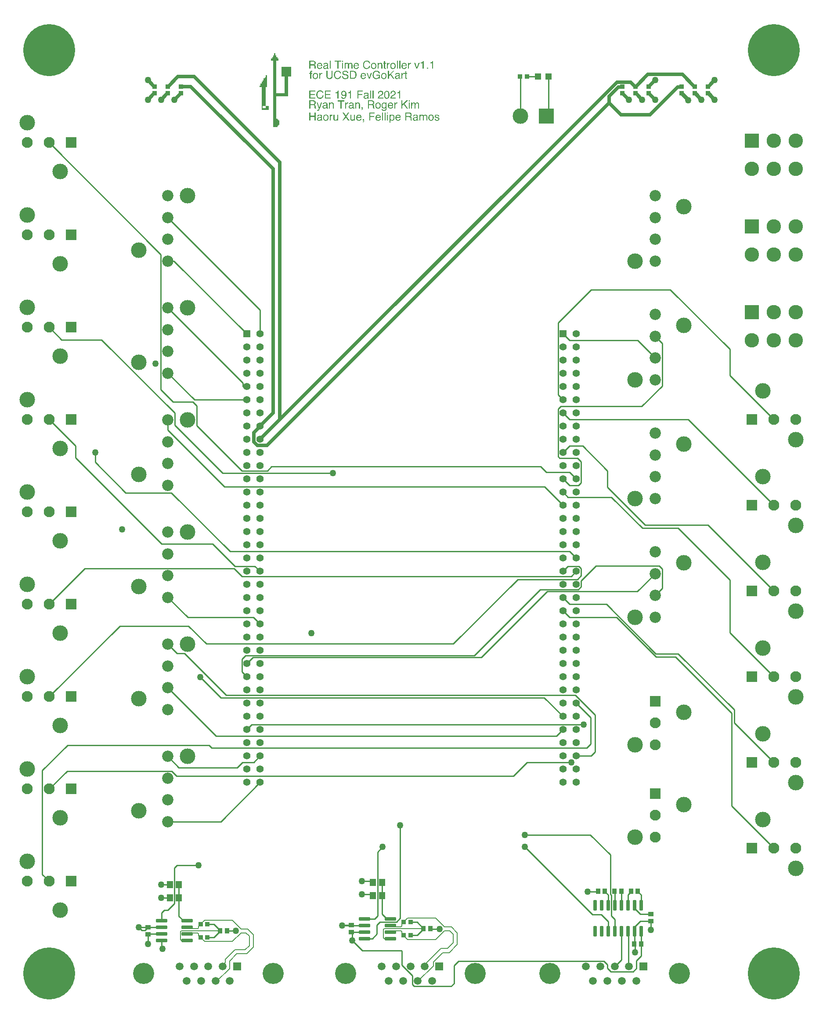
<source format=gtl>
G04*
G04 #@! TF.GenerationSoftware,Altium Limited,Altium Designer,21.9.2 (33)*
G04*
G04 Layer_Physical_Order=1*
G04 Layer_Color=255*
%FSLAX44Y44*%
%MOMM*%
G71*
G04*
G04 #@! TF.SameCoordinates,D0450A9E-FE46-4EA2-B322-C77A40C1B8EA*
G04*
G04*
G04 #@! TF.FilePolarity,Positive*
G04*
G01*
G75*
%ADD11C,0.2540*%
%ADD13C,0.1270*%
%ADD16R,1.2000X1.2000*%
%ADD17R,0.8500X0.9500*%
%ADD18R,0.9500X0.8500*%
G04:AMPARAMS|DCode=19|XSize=1.97mm|YSize=0.6mm|CornerRadius=0.075mm|HoleSize=0mm|Usage=FLASHONLY|Rotation=270.000|XOffset=0mm|YOffset=0mm|HoleType=Round|Shape=RoundedRectangle|*
%AMROUNDEDRECTD19*
21,1,1.9700,0.4500,0,0,270.0*
21,1,1.8200,0.6000,0,0,270.0*
1,1,0.1500,-0.2250,-0.9100*
1,1,0.1500,-0.2250,0.9100*
1,1,0.1500,0.2250,0.9100*
1,1,0.1500,0.2250,-0.9100*
%
%ADD19ROUNDEDRECTD19*%
%ADD20R,0.9000X1.0000*%
%ADD21R,1.0000X0.9000*%
G04:AMPARAMS|DCode=22|XSize=2.159mm|YSize=0.6858mm|CornerRadius=0.0857mm|HoleSize=0mm|Usage=FLASHONLY|Rotation=0.000|XOffset=0mm|YOffset=0mm|HoleType=Round|Shape=RoundedRectangle|*
%AMROUNDEDRECTD22*
21,1,2.1590,0.5143,0,0,0.0*
21,1,1.9876,0.6858,0,0,0.0*
1,1,0.1715,0.9938,-0.2572*
1,1,0.1715,-0.9938,-0.2572*
1,1,0.1715,-0.9938,0.2572*
1,1,0.1715,0.9938,0.2572*
%
%ADD22ROUNDEDRECTD22*%
%ADD23R,1.1500X1.3500*%
%ADD47C,0.6350*%
%ADD48C,0.7620*%
%ADD49R,1.3900X1.3900*%
%ADD50C,1.3900*%
%ADD51C,2.7750*%
%ADD52R,2.7750X2.7750*%
%ADD53C,3.0000*%
%ADD54R,3.0000X3.0000*%
%ADD55C,10.0000*%
%ADD56C,4.0660*%
%ADD57R,1.5080X1.5080*%
%ADD58C,1.5080*%
%ADD59C,2.1750*%
%ADD60R,2.1000X2.1000*%
%ADD61C,2.1000*%
%ADD62R,2.1000X2.1000*%
%ADD63C,1.2700*%
G36*
X521208Y1829562D02*
Y1827530D01*
Y1825498D01*
Y1823466D01*
Y1821434D01*
Y1819402D01*
Y1817370D01*
Y1815338D01*
Y1813306D01*
Y1811274D01*
Y1809242D01*
X519176D01*
Y1772666D01*
X525272D01*
Y1770634D01*
Y1768602D01*
Y1766570D01*
Y1764538D01*
X511048D01*
Y1766570D01*
Y1768602D01*
Y1770634D01*
Y1772666D01*
Y1774698D01*
Y1776730D01*
Y1778762D01*
Y1780794D01*
Y1782826D01*
Y1784858D01*
Y1786890D01*
Y1788922D01*
Y1790954D01*
Y1792986D01*
Y1795018D01*
Y1797050D01*
Y1799082D01*
Y1801114D01*
Y1803146D01*
Y1805178D01*
Y1807210D01*
Y1809242D01*
X506984D01*
Y1811274D01*
X509016D01*
Y1813306D01*
Y1815338D01*
X511048D01*
Y1817370D01*
Y1819402D01*
X513080D01*
Y1821434D01*
X515112D01*
Y1823466D01*
Y1825498D01*
X517144D01*
Y1827530D01*
X519176D01*
Y1829562D01*
Y1831594D01*
X521208D01*
Y1829562D01*
D02*
G37*
G36*
X537464Y1872234D02*
Y1870202D01*
X539496D01*
Y1868170D01*
Y1866138D01*
X541528D01*
Y1864106D01*
X543560D01*
Y1862074D01*
Y1860042D01*
X539496D01*
Y1858010D01*
Y1855978D01*
Y1853946D01*
Y1851914D01*
Y1849882D01*
Y1847850D01*
Y1845818D01*
Y1843786D01*
Y1841754D01*
Y1839722D01*
Y1837690D01*
Y1835658D01*
Y1833626D01*
Y1831594D01*
Y1829562D01*
Y1827530D01*
Y1825498D01*
Y1823466D01*
Y1821434D01*
Y1819402D01*
Y1817370D01*
Y1815338D01*
Y1813306D01*
Y1811274D01*
Y1809242D01*
Y1807210D01*
Y1805178D01*
Y1803146D01*
Y1801114D01*
Y1799082D01*
Y1797050D01*
X555752D01*
Y1799082D01*
Y1801114D01*
Y1803146D01*
Y1805178D01*
Y1807210D01*
Y1809242D01*
Y1811274D01*
Y1813306D01*
Y1815338D01*
Y1817370D01*
Y1819402D01*
Y1821434D01*
Y1823466D01*
Y1825498D01*
Y1827530D01*
Y1829562D01*
X549656D01*
Y1831594D01*
Y1833626D01*
Y1835658D01*
Y1837690D01*
Y1839722D01*
Y1841754D01*
Y1843786D01*
Y1845818D01*
Y1847850D01*
X567944D01*
Y1845818D01*
Y1843786D01*
Y1841754D01*
Y1839722D01*
Y1837690D01*
Y1835658D01*
Y1833626D01*
Y1831594D01*
Y1829562D01*
X561848D01*
Y1827530D01*
Y1825498D01*
Y1823466D01*
Y1821434D01*
Y1819402D01*
Y1817370D01*
Y1815338D01*
Y1813306D01*
Y1811274D01*
Y1809242D01*
Y1807210D01*
Y1805178D01*
Y1803146D01*
Y1801114D01*
Y1799082D01*
Y1797050D01*
Y1795018D01*
Y1792986D01*
Y1790954D01*
X539496D01*
Y1788922D01*
Y1786890D01*
Y1784858D01*
Y1782826D01*
Y1780794D01*
Y1778762D01*
Y1776730D01*
Y1774698D01*
Y1772666D01*
Y1770634D01*
Y1768602D01*
Y1766570D01*
Y1764538D01*
Y1762506D01*
Y1760474D01*
Y1758442D01*
Y1756410D01*
Y1754378D01*
Y1752346D01*
Y1750314D01*
Y1748282D01*
X541528D01*
Y1746250D01*
X543560D01*
Y1744218D01*
X545592D01*
Y1742186D01*
Y1740154D01*
Y1738122D01*
Y1736090D01*
X543560D01*
Y1734058D01*
X541528D01*
Y1732026D01*
X533400D01*
Y1734058D01*
Y1736090D01*
Y1738122D01*
Y1740154D01*
Y1742186D01*
Y1744218D01*
Y1746250D01*
Y1748282D01*
Y1750314D01*
Y1752346D01*
Y1754378D01*
Y1756410D01*
Y1758442D01*
Y1760474D01*
Y1762506D01*
Y1764538D01*
Y1766570D01*
Y1768602D01*
Y1770634D01*
Y1772666D01*
Y1774698D01*
Y1776730D01*
Y1778762D01*
Y1780794D01*
Y1782826D01*
Y1784858D01*
Y1786890D01*
Y1788922D01*
Y1790954D01*
Y1792986D01*
Y1795018D01*
Y1797050D01*
Y1799082D01*
Y1801114D01*
Y1803146D01*
Y1805178D01*
Y1807210D01*
Y1809242D01*
Y1811274D01*
Y1813306D01*
Y1815338D01*
Y1817370D01*
Y1819402D01*
Y1821434D01*
Y1823466D01*
Y1825498D01*
Y1827530D01*
Y1829562D01*
Y1831594D01*
Y1833626D01*
Y1835658D01*
Y1837690D01*
Y1839722D01*
Y1841754D01*
Y1843786D01*
Y1845818D01*
Y1847850D01*
Y1849882D01*
Y1851914D01*
Y1853946D01*
Y1855978D01*
Y1860042D01*
X529336D01*
Y1862074D01*
Y1864106D01*
X531368D01*
Y1866138D01*
X533400D01*
Y1868170D01*
Y1870202D01*
X535432D01*
Y1872234D01*
Y1874266D01*
X537464D01*
Y1872234D01*
D02*
G37*
G36*
X668243Y1857441D02*
X666304D01*
Y1859591D01*
X668243D01*
Y1857441D01*
D02*
G37*
G36*
X714145Y1859997D02*
X714357D01*
X714604Y1859962D01*
X714886Y1859926D01*
X715203Y1859891D01*
X715538Y1859821D01*
X715890Y1859732D01*
X716278Y1859644D01*
X716648Y1859503D01*
X717036Y1859362D01*
X717406Y1859186D01*
X717759Y1858974D01*
X718111Y1858745D01*
X718429Y1858463D01*
X718446Y1858446D01*
X718499Y1858393D01*
X718587Y1858304D01*
X718693Y1858199D01*
X718817Y1858040D01*
X718958Y1857864D01*
X719099Y1857670D01*
X719257Y1857441D01*
X719416Y1857194D01*
X719575Y1856930D01*
X719733Y1856630D01*
X719874Y1856330D01*
X719998Y1855995D01*
X720103Y1855660D01*
X720174Y1855308D01*
X720227Y1854938D01*
X718182D01*
Y1854955D01*
X718164Y1855008D01*
X718147Y1855079D01*
X718111Y1855184D01*
X718076Y1855308D01*
X718023Y1855466D01*
X717882Y1855801D01*
X717706Y1856172D01*
X717459Y1856577D01*
X717160Y1856965D01*
X716807Y1857317D01*
X716789Y1857335D01*
X716754Y1857353D01*
X716701Y1857406D01*
X716613Y1857458D01*
X716507Y1857529D01*
X716384Y1857599D01*
X716225Y1857670D01*
X716049Y1857758D01*
X715855Y1857846D01*
X715644Y1857917D01*
X715397Y1857987D01*
X715132Y1858058D01*
X714850Y1858111D01*
X714551Y1858163D01*
X714233Y1858181D01*
X713881Y1858199D01*
X713775D01*
X713669Y1858181D01*
X713493D01*
X713299Y1858146D01*
X713088Y1858111D01*
X712823Y1858058D01*
X712559Y1858005D01*
X712277Y1857917D01*
X711977Y1857811D01*
X711660Y1857670D01*
X711360Y1857511D01*
X711043Y1857335D01*
X710743Y1857106D01*
X710461Y1856859D01*
X710179Y1856577D01*
X710161Y1856559D01*
X710126Y1856507D01*
X710056Y1856401D01*
X709967Y1856277D01*
X709862Y1856101D01*
X709738Y1855890D01*
X709615Y1855643D01*
X709492Y1855361D01*
X709351Y1855043D01*
X709227Y1854673D01*
X709104Y1854268D01*
X708998Y1853827D01*
X708910Y1853351D01*
X708839Y1852822D01*
X708804Y1852258D01*
X708786Y1851659D01*
Y1851624D01*
Y1851535D01*
X708804Y1851395D01*
Y1851201D01*
X708822Y1850972D01*
X708857Y1850707D01*
X708892Y1850407D01*
X708945Y1850090D01*
X709016Y1849738D01*
X709104Y1849385D01*
X709192Y1849015D01*
X709315Y1848645D01*
X709474Y1848274D01*
X709633Y1847904D01*
X709827Y1847569D01*
X710056Y1847234D01*
X710073Y1847217D01*
X710108Y1847164D01*
X710197Y1847076D01*
X710302Y1846970D01*
X710426Y1846847D01*
X710584Y1846706D01*
X710778Y1846547D01*
X711008Y1846388D01*
X711254Y1846230D01*
X711536Y1846071D01*
X711854Y1845930D01*
X712189Y1845807D01*
X712559Y1845701D01*
X712964Y1845613D01*
X713387Y1845560D01*
X713846Y1845542D01*
X713951D01*
X714075Y1845560D01*
X714233Y1845577D01*
X714427Y1845595D01*
X714639Y1845630D01*
X714886Y1845701D01*
X715150Y1845771D01*
X715432Y1845860D01*
X715714Y1845983D01*
X716014Y1846124D01*
X716313Y1846300D01*
X716596Y1846512D01*
X716878Y1846741D01*
X717124Y1847023D01*
X717371Y1847340D01*
Y1847358D01*
X717406Y1847375D01*
X717442Y1847428D01*
X717477Y1847516D01*
X717530Y1847605D01*
X717600Y1847710D01*
X717671Y1847851D01*
X717741Y1847992D01*
X717812Y1848169D01*
X717900Y1848363D01*
X718059Y1848768D01*
X718217Y1849262D01*
X718341Y1849808D01*
X720385D01*
Y1849773D01*
X720368Y1849702D01*
X720350Y1849579D01*
X720315Y1849403D01*
X720280Y1849191D01*
X720209Y1848944D01*
X720139Y1848680D01*
X720051Y1848380D01*
X719945Y1848063D01*
X719821Y1847728D01*
X719663Y1847393D01*
X719504Y1847041D01*
X719310Y1846688D01*
X719081Y1846353D01*
X718852Y1846018D01*
X718570Y1845701D01*
X718552Y1845683D01*
X718482Y1845613D01*
X718376Y1845524D01*
X718235Y1845401D01*
X718041Y1845242D01*
X717812Y1845084D01*
X717565Y1844890D01*
X717248Y1844714D01*
X716913Y1844537D01*
X716543Y1844344D01*
X716137Y1844185D01*
X715696Y1844044D01*
X715220Y1843903D01*
X714709Y1843815D01*
X714163Y1843744D01*
X713599Y1843727D01*
X713475D01*
X713334Y1843744D01*
X713140D01*
X712911Y1843779D01*
X712647Y1843815D01*
X712347Y1843867D01*
X712012Y1843920D01*
X711660Y1844009D01*
X711290Y1844114D01*
X710919Y1844255D01*
X710532Y1844396D01*
X710144Y1844590D01*
X709774Y1844802D01*
X709403Y1845049D01*
X709051Y1845331D01*
X709016Y1845348D01*
X708945Y1845436D01*
X708822Y1845560D01*
X708681Y1845736D01*
X708487Y1845965D01*
X708293Y1846247D01*
X708064Y1846582D01*
X707852Y1846988D01*
X707623Y1847428D01*
X707394Y1847922D01*
X707200Y1848468D01*
X707006Y1849068D01*
X706865Y1849720D01*
X706742Y1850425D01*
X706671Y1851201D01*
X706636Y1852012D01*
Y1852029D01*
Y1852047D01*
Y1852100D01*
Y1852170D01*
X706654Y1852346D01*
X706671Y1852576D01*
X706689Y1852875D01*
X706724Y1853210D01*
X706795Y1853598D01*
X706865Y1854003D01*
X706953Y1854444D01*
X707077Y1854902D01*
X707235Y1855361D01*
X707394Y1855837D01*
X707605Y1856313D01*
X707852Y1856771D01*
X708134Y1857212D01*
X708452Y1857635D01*
X708469Y1857670D01*
X708540Y1857740D01*
X708663Y1857846D01*
X708804Y1858005D01*
X709016Y1858181D01*
X709245Y1858393D01*
X709544Y1858604D01*
X709862Y1858833D01*
X710232Y1859045D01*
X710637Y1859256D01*
X711078Y1859468D01*
X711554Y1859644D01*
X712083Y1859803D01*
X712647Y1859909D01*
X713229Y1859997D01*
X713863Y1860014D01*
X713987D01*
X714145Y1859997D01*
D02*
G37*
G36*
X682962Y1855625D02*
X683121D01*
X683315Y1855590D01*
X683526Y1855555D01*
X683755Y1855502D01*
X684002Y1855431D01*
X684249Y1855343D01*
X684513Y1855237D01*
X684778Y1855114D01*
X685024Y1854955D01*
X685271Y1854761D01*
X685483Y1854550D01*
X685677Y1854285D01*
X685853Y1854003D01*
Y1853986D01*
X685871Y1853968D01*
X685888Y1853915D01*
X685923Y1853845D01*
X685959Y1853757D01*
X685994Y1853651D01*
X686029Y1853528D01*
X686082Y1853369D01*
X686153Y1853034D01*
X686223Y1852628D01*
X686276Y1852153D01*
X686294Y1851624D01*
Y1844114D01*
X684337D01*
Y1851959D01*
Y1851976D01*
Y1852012D01*
Y1852064D01*
Y1852135D01*
X684302Y1852329D01*
X684266Y1852576D01*
X684196Y1852822D01*
X684108Y1853087D01*
X683967Y1853316D01*
X683773Y1853492D01*
X683755Y1853510D01*
X683667Y1853563D01*
X683544Y1853633D01*
X683385Y1853704D01*
X683191Y1853774D01*
X682944Y1853845D01*
X682680Y1853898D01*
X682380Y1853915D01*
X682274D01*
X682186Y1853898D01*
X682098D01*
X681992Y1853880D01*
X681728Y1853827D01*
X681428Y1853739D01*
X681094Y1853598D01*
X680776Y1853404D01*
X680618Y1853298D01*
X680459Y1853157D01*
X680424Y1853122D01*
X680388Y1853087D01*
X680335Y1853016D01*
X680283Y1852928D01*
X680212Y1852840D01*
X680142Y1852717D01*
X680071Y1852576D01*
X679983Y1852399D01*
X679912Y1852223D01*
X679842Y1852029D01*
X679789Y1851800D01*
X679736Y1851553D01*
X679701Y1851289D01*
X679683Y1850989D01*
X679666Y1850672D01*
Y1844114D01*
X677727D01*
Y1851483D01*
Y1851500D01*
Y1851535D01*
Y1851588D01*
Y1851677D01*
X677709Y1851871D01*
X677691Y1852117D01*
X677656Y1852399D01*
X677621Y1852681D01*
X677550Y1852928D01*
X677462Y1853157D01*
Y1853175D01*
X677445Y1853192D01*
X677374Y1853281D01*
X677268Y1853404D01*
X677092Y1853563D01*
X676880Y1853704D01*
X676598Y1853827D01*
X676246Y1853915D01*
X676052Y1853951D01*
X675735D01*
X675664Y1853933D01*
X675558D01*
X675453Y1853915D01*
X675188Y1853845D01*
X674889Y1853739D01*
X674554Y1853598D01*
X674219Y1853386D01*
X674060Y1853245D01*
X673884Y1853104D01*
X673866Y1853087D01*
X673848Y1853069D01*
X673796Y1853016D01*
X673743Y1852946D01*
X673672Y1852840D01*
X673602Y1852734D01*
X673531Y1852593D01*
X673443Y1852417D01*
X673355Y1852223D01*
X673285Y1852012D01*
X673214Y1851765D01*
X673143Y1851483D01*
X673091Y1851183D01*
X673038Y1850848D01*
X673020Y1850478D01*
X673002Y1850090D01*
Y1844114D01*
X671099D01*
Y1855396D01*
X672985D01*
Y1853810D01*
X673020Y1853827D01*
X673091Y1853933D01*
X673232Y1854074D01*
X673390Y1854250D01*
X673584Y1854462D01*
X673778Y1854656D01*
X673990Y1854850D01*
X674201Y1855008D01*
X674219D01*
X674236Y1855043D01*
X674289Y1855061D01*
X674377Y1855114D01*
X674465Y1855149D01*
X674571Y1855202D01*
X674818Y1855325D01*
X675135Y1855449D01*
X675506Y1855537D01*
X675911Y1855607D01*
X676334Y1855643D01*
X676457D01*
X676563Y1855625D01*
X676669D01*
X676810Y1855607D01*
X677110Y1855555D01*
X677462Y1855484D01*
X677815Y1855361D01*
X678185Y1855202D01*
X678502Y1854991D01*
X678520Y1854973D01*
X678590Y1854920D01*
X678679Y1854832D01*
X678784Y1854709D01*
X678925Y1854550D01*
X679066Y1854356D01*
X679207Y1854127D01*
X679348Y1853862D01*
Y1853880D01*
X679384Y1853898D01*
X679454Y1854021D01*
X679595Y1854180D01*
X679771Y1854374D01*
X679983Y1854585D01*
X680247Y1854814D01*
X680529Y1855026D01*
X680829Y1855202D01*
X680847D01*
X680864Y1855220D01*
X680917Y1855237D01*
X680988Y1855273D01*
X681164Y1855343D01*
X681393Y1855431D01*
X681675Y1855502D01*
X682010Y1855572D01*
X682363Y1855625D01*
X682750Y1855643D01*
X682856D01*
X682962Y1855625D01*
D02*
G37*
G36*
X740410D02*
X740569D01*
X740763Y1855590D01*
X740992Y1855555D01*
X741221Y1855502D01*
X741486Y1855431D01*
X741750Y1855343D01*
X742032Y1855237D01*
X742297Y1855096D01*
X742561Y1854938D01*
X742808Y1854744D01*
X743037Y1854515D01*
X743248Y1854268D01*
X743425Y1853968D01*
Y1853951D01*
X743442Y1853933D01*
X743478Y1853880D01*
X743495Y1853792D01*
X743530Y1853704D01*
X743583Y1853580D01*
X743619Y1853457D01*
X743671Y1853298D01*
X743707Y1853122D01*
X743742Y1852928D01*
X743795Y1852717D01*
X743830Y1852470D01*
X743865Y1852223D01*
X743883Y1851941D01*
X743901Y1851659D01*
Y1851342D01*
Y1844114D01*
X741962D01*
Y1851218D01*
Y1851236D01*
Y1851271D01*
Y1851324D01*
Y1851395D01*
X741944Y1851588D01*
X741926Y1851818D01*
X741891Y1852082D01*
X741838Y1852364D01*
X741768Y1852646D01*
X741662Y1852893D01*
Y1852910D01*
X741644Y1852946D01*
X741609Y1852999D01*
X741556Y1853051D01*
X741433Y1853228D01*
X741239Y1853422D01*
X740992Y1853616D01*
X740675Y1853792D01*
X740481Y1853845D01*
X740287Y1853898D01*
X740075Y1853933D01*
X739829Y1853951D01*
X739582D01*
X739441Y1853933D01*
X739265Y1853915D01*
X739071Y1853898D01*
X738894Y1853862D01*
X738718Y1853810D01*
X738683Y1853792D01*
X738595Y1853757D01*
X738436Y1853704D01*
X738260Y1853616D01*
X738048Y1853475D01*
X737819Y1853316D01*
X737572Y1853122D01*
X737343Y1852875D01*
X737326Y1852858D01*
X737273Y1852787D01*
X737185Y1852664D01*
X737096Y1852523D01*
X736991Y1852346D01*
X736885Y1852153D01*
X736797Y1851941D01*
X736726Y1851712D01*
Y1851677D01*
X736709Y1851606D01*
X736691Y1851465D01*
X736656Y1851289D01*
X736638Y1851042D01*
X736603Y1850760D01*
X736585Y1850407D01*
Y1850020D01*
Y1844114D01*
X734681D01*
Y1855396D01*
X736497D01*
Y1853792D01*
X736515Y1853810D01*
X736532Y1853827D01*
X736585Y1853880D01*
X736638Y1853951D01*
X736797Y1854127D01*
X737008Y1854338D01*
X737255Y1854568D01*
X737555Y1854797D01*
X737854Y1855026D01*
X738189Y1855202D01*
X738207D01*
X738224Y1855220D01*
X738277Y1855237D01*
X738348Y1855273D01*
X738524Y1855343D01*
X738771Y1855431D01*
X739071Y1855502D01*
X739406Y1855572D01*
X739776Y1855625D01*
X740181Y1855643D01*
X740287D01*
X740410Y1855625D01*
D02*
G37*
G36*
X798581D02*
X798687D01*
X798828Y1855607D01*
X799022Y1855590D01*
Y1853598D01*
X798987D01*
X798916Y1853616D01*
X798828Y1853633D01*
X798687D01*
X798617Y1853651D01*
X798264D01*
X798176Y1853633D01*
X798053Y1853616D01*
X797912Y1853598D01*
X797594Y1853528D01*
X797224Y1853422D01*
X796854Y1853263D01*
X796678Y1853157D01*
X796501Y1853034D01*
X796343Y1852875D01*
X796184Y1852717D01*
Y1852699D01*
X796149Y1852681D01*
X796114Y1852628D01*
X796061Y1852558D01*
X796008Y1852470D01*
X795937Y1852364D01*
X795814Y1852117D01*
X795673Y1851800D01*
X795549Y1851430D01*
X795461Y1851042D01*
X795444Y1850830D01*
X795426Y1850601D01*
Y1844114D01*
X793522D01*
Y1855396D01*
X795338D01*
Y1853439D01*
X795356Y1853475D01*
X795391Y1853545D01*
X795444Y1853669D01*
X795549Y1853827D01*
X795691Y1854039D01*
X795884Y1854268D01*
X796114Y1854532D01*
X796413Y1854832D01*
X796431Y1854850D01*
X796449Y1854867D01*
X796501Y1854902D01*
X796572Y1854955D01*
X796748Y1855096D01*
X796995Y1855237D01*
X797277Y1855378D01*
X797612Y1855519D01*
X798000Y1855607D01*
X798194Y1855643D01*
X798511D01*
X798581Y1855625D01*
D02*
G37*
G36*
X757791D02*
X757897D01*
X758038Y1855607D01*
X758232Y1855590D01*
Y1853598D01*
X758197D01*
X758126Y1853616D01*
X758038Y1853633D01*
X757897D01*
X757826Y1853651D01*
X757474D01*
X757386Y1853633D01*
X757262Y1853616D01*
X757121Y1853598D01*
X756804Y1853528D01*
X756434Y1853422D01*
X756064Y1853263D01*
X755887Y1853157D01*
X755711Y1853034D01*
X755553Y1852875D01*
X755394Y1852717D01*
Y1852699D01*
X755359Y1852681D01*
X755323Y1852628D01*
X755270Y1852558D01*
X755218Y1852470D01*
X755147Y1852364D01*
X755024Y1852117D01*
X754883Y1851800D01*
X754759Y1851430D01*
X754671Y1851042D01*
X754653Y1850830D01*
X754636Y1850601D01*
Y1844114D01*
X752732D01*
Y1855396D01*
X754548D01*
Y1853439D01*
X754565Y1853475D01*
X754601Y1853545D01*
X754653Y1853669D01*
X754759Y1853827D01*
X754900Y1854039D01*
X755094Y1854268D01*
X755323Y1854532D01*
X755623Y1854832D01*
X755641Y1854850D01*
X755658Y1854867D01*
X755711Y1854902D01*
X755782Y1854955D01*
X755958Y1855096D01*
X756205Y1855237D01*
X756487Y1855378D01*
X756822Y1855519D01*
X757209Y1855607D01*
X757403Y1855643D01*
X757721D01*
X757791Y1855625D01*
D02*
G37*
G36*
X811573Y1844114D02*
X809546D01*
X805386Y1855396D01*
X807589D01*
X810603Y1846212D01*
X813759Y1855396D01*
X815839D01*
X811573Y1844114D01*
D02*
G37*
G36*
X841716D02*
X839689D01*
Y1854797D01*
X836146D01*
Y1856260D01*
X836163D01*
X836234Y1856277D01*
X836340D01*
X836481Y1856295D01*
X836639Y1856313D01*
X836833Y1856348D01*
X837045Y1856383D01*
X837274Y1856418D01*
X837750Y1856507D01*
X838208Y1856612D01*
X838437Y1856683D01*
X838649Y1856753D01*
X838843Y1856824D01*
X839001Y1856912D01*
X839019D01*
X839037Y1856930D01*
X839143Y1857018D01*
X839195Y1857071D01*
X839284Y1857159D01*
X839372Y1857247D01*
X839460Y1857370D01*
X839548Y1857511D01*
X839654Y1857670D01*
X839760Y1857846D01*
X839865Y1858058D01*
X839953Y1858287D01*
X840042Y1858534D01*
X840130Y1858816D01*
X840218Y1859133D01*
X841716D01*
Y1844114D01*
D02*
G37*
G36*
X832127D02*
X829923D01*
Y1846406D01*
X832127D01*
Y1844114D01*
D02*
G37*
G36*
X823718D02*
X821691D01*
Y1854797D01*
X818148D01*
Y1856260D01*
X818166D01*
X818236Y1856277D01*
X818342D01*
X818483Y1856295D01*
X818642Y1856313D01*
X818836Y1856348D01*
X819047Y1856383D01*
X819276Y1856418D01*
X819752Y1856507D01*
X820210Y1856612D01*
X820440Y1856683D01*
X820651Y1856753D01*
X820845Y1856824D01*
X821004Y1856912D01*
X821021D01*
X821039Y1856930D01*
X821145Y1857018D01*
X821198Y1857071D01*
X821286Y1857159D01*
X821374Y1857247D01*
X821462Y1857370D01*
X821550Y1857511D01*
X821656Y1857670D01*
X821762Y1857846D01*
X821868Y1858058D01*
X821956Y1858287D01*
X822044Y1858534D01*
X822132Y1858816D01*
X822220Y1859133D01*
X823718D01*
Y1844114D01*
D02*
G37*
G36*
X778627D02*
X776723D01*
Y1859591D01*
X778627D01*
Y1844114D01*
D02*
G37*
G36*
X773832D02*
X771928D01*
Y1859591D01*
X773832D01*
Y1844114D01*
D02*
G37*
G36*
X668243D02*
X666304D01*
Y1855343D01*
X668243D01*
Y1844114D01*
D02*
G37*
G36*
X664647Y1857758D02*
X659429D01*
Y1844114D01*
X657296D01*
Y1857758D01*
X652078D01*
Y1859591D01*
X664647D01*
Y1857758D01*
D02*
G37*
G36*
X644287Y1844114D02*
X642383D01*
Y1859591D01*
X644287D01*
Y1844114D01*
D02*
G37*
G36*
X610848Y1859574D02*
X611024D01*
X611218Y1859556D01*
X611429Y1859521D01*
X611905Y1859468D01*
X612381Y1859380D01*
X612875Y1859256D01*
X613333Y1859080D01*
X613351Y1859062D01*
X613421Y1859027D01*
X613527Y1858974D01*
X613668Y1858886D01*
X613844Y1858763D01*
X614021Y1858622D01*
X614214Y1858463D01*
X614426Y1858252D01*
X614620Y1858022D01*
X614814Y1857758D01*
X615008Y1857458D01*
X615166Y1857124D01*
X615307Y1856753D01*
X615413Y1856348D01*
X615484Y1855890D01*
X615501Y1855414D01*
Y1855396D01*
Y1855361D01*
Y1855273D01*
Y1855184D01*
X615484Y1855061D01*
X615466Y1854920D01*
X615431Y1854603D01*
X615360Y1854250D01*
X615254Y1853862D01*
X615113Y1853492D01*
X614920Y1853140D01*
Y1853122D01*
X614902Y1853104D01*
X614814Y1852999D01*
X614690Y1852840D01*
X614514Y1852628D01*
X614285Y1852399D01*
X614021Y1852170D01*
X613703Y1851923D01*
X613333Y1851712D01*
X613351D01*
X613368Y1851694D01*
X613474Y1851641D01*
X613650Y1851571D01*
X613844Y1851447D01*
X614056Y1851306D01*
X614285Y1851148D01*
X614496Y1850954D01*
X614690Y1850742D01*
X614708Y1850707D01*
X614761Y1850636D01*
X614831Y1850478D01*
X614920Y1850284D01*
X615025Y1850002D01*
X615096Y1849667D01*
X615166Y1849279D01*
X615201Y1848803D01*
X615272Y1846723D01*
Y1846706D01*
Y1846688D01*
Y1846582D01*
X615290Y1846423D01*
X615307Y1846230D01*
X615325Y1846018D01*
X615360Y1845789D01*
X615395Y1845577D01*
X615431Y1845401D01*
X615448Y1845366D01*
X615466Y1845278D01*
X615519Y1845154D01*
X615589Y1845013D01*
X615677Y1844837D01*
X615783Y1844696D01*
X615924Y1844555D01*
X616101Y1844449D01*
Y1844114D01*
X613527D01*
Y1844132D01*
X613509Y1844150D01*
X613474Y1844255D01*
X613404Y1844414D01*
X613351Y1844626D01*
Y1844643D01*
Y1844696D01*
X613333Y1844767D01*
X613315Y1844890D01*
X613298Y1845066D01*
X613280Y1845278D01*
X613262Y1845524D01*
X613245Y1845842D01*
X613121Y1848433D01*
Y1848451D01*
Y1848504D01*
X613104Y1848574D01*
X613086Y1848680D01*
X613069Y1848803D01*
X613051Y1848944D01*
X612963Y1849262D01*
X612822Y1849597D01*
X612716Y1849773D01*
X612610Y1849931D01*
X612487Y1850090D01*
X612346Y1850231D01*
X612187Y1850354D01*
X611993Y1850460D01*
X611958Y1850478D01*
X611888Y1850513D01*
X611729Y1850548D01*
X611535Y1850601D01*
X611271Y1850654D01*
X610953Y1850707D01*
X610565Y1850725D01*
X610107Y1850742D01*
X605330D01*
Y1844114D01*
X603232D01*
Y1859591D01*
X610706D01*
X610848Y1859574D01*
D02*
G37*
G36*
X748995Y1855396D02*
X750793D01*
Y1853845D01*
X748995D01*
Y1846476D01*
Y1846459D01*
Y1846388D01*
X749013Y1846283D01*
X749048Y1846159D01*
X749101Y1846036D01*
X749171Y1845895D01*
X749259Y1845771D01*
X749400Y1845683D01*
X749418D01*
X749436Y1845665D01*
X749489Y1845648D01*
X749577Y1845630D01*
X749665Y1845613D01*
X749788Y1845595D01*
X749947Y1845577D01*
X750652D01*
X750793Y1845595D01*
Y1844114D01*
X750775D01*
X750740Y1844097D01*
X750670Y1844079D01*
X750599Y1844061D01*
X750370Y1844026D01*
X750123Y1843991D01*
X750070D01*
X749982Y1843973D01*
X749894D01*
X749788Y1843956D01*
X749647D01*
X749348Y1843938D01*
X749224D01*
X749136Y1843956D01*
X749030D01*
X748907Y1843973D01*
X748625Y1844026D01*
X748325Y1844097D01*
X748026Y1844220D01*
X747761Y1844379D01*
X747655Y1844485D01*
X747550Y1844608D01*
X747532Y1844643D01*
X747479Y1844731D01*
X747391Y1844890D01*
X747320Y1845084D01*
X747232Y1845348D01*
X747144Y1845648D01*
X747091Y1845983D01*
X747074Y1846371D01*
Y1853845D01*
X745540D01*
Y1855396D01*
X747074D01*
Y1858551D01*
X748995D01*
Y1855396D01*
D02*
G37*
G36*
X635103Y1855660D02*
X635262D01*
X635456Y1855643D01*
X635685Y1855607D01*
X635914Y1855590D01*
X636425Y1855502D01*
X636972Y1855361D01*
X637500Y1855167D01*
X637747Y1855061D01*
X637994Y1854920D01*
X638012D01*
X638047Y1854885D01*
X638100Y1854832D01*
X638188Y1854779D01*
X638276Y1854691D01*
X638382Y1854603D01*
X638505Y1854479D01*
X638611Y1854338D01*
X638734Y1854180D01*
X638840Y1854003D01*
X638946Y1853810D01*
X639034Y1853598D01*
X639122Y1853369D01*
X639175Y1853122D01*
X639210Y1852858D01*
X639228Y1852558D01*
Y1846053D01*
Y1846036D01*
Y1846001D01*
Y1845948D01*
X639246Y1845877D01*
X639281Y1845718D01*
X639351Y1845560D01*
X639369Y1845524D01*
X639404Y1845507D01*
X639457Y1845472D01*
X639528Y1845436D01*
X639616Y1845419D01*
X639721Y1845383D01*
X640039D01*
X640145Y1845401D01*
X640180D01*
X640250Y1845419D01*
X640356Y1845436D01*
X640480Y1845454D01*
Y1844079D01*
X640462D01*
X640409Y1844061D01*
X640321Y1844026D01*
X640233Y1844009D01*
X640004Y1843956D01*
X639898Y1843938D01*
X639810Y1843920D01*
X639774D01*
X639721Y1843903D01*
X639563D01*
X639440Y1843885D01*
X639087D01*
X639016Y1843903D01*
X638840Y1843920D01*
X638629Y1843973D01*
X638399Y1844044D01*
X638170Y1844167D01*
X637959Y1844326D01*
X637765Y1844555D01*
X637747Y1844573D01*
X637730Y1844626D01*
X637677Y1844714D01*
X637624Y1844819D01*
X637571Y1844978D01*
X637518Y1845154D01*
X637465Y1845366D01*
X637430Y1845595D01*
X637395Y1845560D01*
X637324Y1845472D01*
X637183Y1845331D01*
X637007Y1845154D01*
X636760Y1844943D01*
X636478Y1844731D01*
X636143Y1844502D01*
X635755Y1844291D01*
X635738D01*
X635702Y1844273D01*
X635649Y1844238D01*
X635561Y1844203D01*
X635473Y1844167D01*
X635350Y1844114D01*
X635209Y1844061D01*
X635050Y1844026D01*
X634698Y1843920D01*
X634292Y1843832D01*
X633852Y1843762D01*
X633376Y1843744D01*
X633217D01*
X633111Y1843762D01*
X632988Y1843779D01*
X632829Y1843797D01*
X632653Y1843815D01*
X632459Y1843867D01*
X632053Y1843973D01*
X631630Y1844132D01*
X631419Y1844238D01*
X631207Y1844379D01*
X630996Y1844520D01*
X630802Y1844678D01*
X630784Y1844696D01*
X630767Y1844731D01*
X630714Y1844784D01*
X630643Y1844855D01*
X630573Y1844943D01*
X630485Y1845049D01*
X630396Y1845190D01*
X630308Y1845331D01*
X630132Y1845683D01*
X629973Y1846089D01*
X629850Y1846565D01*
X629832Y1846811D01*
X629815Y1847076D01*
Y1847093D01*
Y1847146D01*
Y1847234D01*
X629832Y1847340D01*
X629850Y1847464D01*
X629868Y1847622D01*
X629938Y1847975D01*
X630044Y1848363D01*
X630220Y1848768D01*
X630344Y1848962D01*
X630467Y1849156D01*
X630608Y1849332D01*
X630784Y1849508D01*
X630802Y1849526D01*
X630837Y1849544D01*
X630890Y1849597D01*
X630961Y1849649D01*
X631066Y1849720D01*
X631172Y1849790D01*
X631313Y1849879D01*
X631472Y1849967D01*
X631648Y1850055D01*
X631842Y1850143D01*
X632283Y1850319D01*
X632794Y1850460D01*
X633358Y1850566D01*
X636390Y1850954D01*
X636425D01*
X636496Y1850972D01*
X636601Y1851007D01*
X636742Y1851042D01*
X636884Y1851113D01*
X637024Y1851218D01*
X637148Y1851342D01*
X637254Y1851500D01*
Y1851518D01*
X637271Y1851553D01*
X637307Y1851606D01*
X637324Y1851677D01*
X637359Y1851782D01*
X637377Y1851906D01*
X637395Y1852064D01*
Y1852223D01*
Y1852241D01*
Y1852258D01*
Y1852311D01*
X637377Y1852382D01*
X637359Y1852558D01*
X637307Y1852769D01*
X637218Y1852999D01*
X637095Y1853228D01*
X636919Y1853439D01*
X636690Y1853633D01*
X636654Y1853651D01*
X636566Y1853704D01*
X636408Y1853774D01*
X636178Y1853862D01*
X635914Y1853933D01*
X635561Y1854003D01*
X635174Y1854056D01*
X634715Y1854074D01*
X634574D01*
X634468Y1854056D01*
X634345D01*
X634222Y1854039D01*
X633904Y1853968D01*
X633552Y1853880D01*
X633199Y1853739D01*
X632882Y1853528D01*
X632741Y1853404D01*
X632618Y1853263D01*
X632600Y1853245D01*
X632565Y1853175D01*
X632494Y1853087D01*
X632424Y1852928D01*
X632353Y1852752D01*
X632283Y1852523D01*
X632212Y1852258D01*
X632159Y1851959D01*
X630379D01*
Y1851976D01*
Y1852047D01*
X630396Y1852153D01*
X630414Y1852294D01*
X630432Y1852470D01*
X630467Y1852664D01*
X630502Y1852875D01*
X630573Y1853104D01*
X630643Y1853334D01*
X630731Y1853580D01*
X630837Y1853827D01*
X630978Y1854056D01*
X631119Y1854285D01*
X631296Y1854497D01*
X631507Y1854691D01*
X631736Y1854850D01*
X631754Y1854867D01*
X631789Y1854885D01*
X631877Y1854920D01*
X631965Y1854973D01*
X632089Y1855043D01*
X632247Y1855114D01*
X632406Y1855184D01*
X632600Y1855273D01*
X632812Y1855343D01*
X633058Y1855414D01*
X633305Y1855484D01*
X633569Y1855555D01*
X634151Y1855643D01*
X634451Y1855678D01*
X634962D01*
X635103Y1855660D01*
D02*
G37*
G36*
X786489Y1855625D02*
X786612Y1855607D01*
X786912Y1855572D01*
X787264Y1855502D01*
X787652Y1855414D01*
X788075Y1855273D01*
X788498Y1855079D01*
X788516D01*
X788551Y1855061D01*
X788604Y1855026D01*
X788692Y1854973D01*
X788886Y1854850D01*
X789133Y1854691D01*
X789415Y1854479D01*
X789697Y1854233D01*
X789979Y1853951D01*
X790226Y1853633D01*
Y1853616D01*
X790244Y1853598D01*
X790279Y1853545D01*
X790314Y1853475D01*
X790420Y1853298D01*
X790526Y1853069D01*
X790667Y1852769D01*
X790790Y1852435D01*
X790896Y1852047D01*
X790984Y1851641D01*
Y1851606D01*
X791002Y1851553D01*
X791019Y1851483D01*
Y1851412D01*
X791037Y1851306D01*
X791055Y1851183D01*
X791072Y1851024D01*
X791090Y1850866D01*
X791107Y1850689D01*
X791125Y1850478D01*
Y1850249D01*
X791143Y1850002D01*
X791160Y1849738D01*
Y1849456D01*
Y1849138D01*
X782875D01*
Y1849121D01*
Y1849068D01*
X782893Y1848979D01*
Y1848856D01*
X782911Y1848715D01*
X782928Y1848539D01*
X782963Y1848363D01*
X782999Y1848151D01*
X783104Y1847710D01*
X783245Y1847252D01*
X783439Y1846811D01*
X783686Y1846388D01*
X783704Y1846371D01*
X783721Y1846335D01*
X783774Y1846300D01*
X783827Y1846230D01*
X783915Y1846142D01*
X784003Y1846053D01*
X784127Y1845965D01*
X784268Y1845877D01*
X784426Y1845771D01*
X784585Y1845683D01*
X784779Y1845595D01*
X784991Y1845507D01*
X785220Y1845436D01*
X785467Y1845401D01*
X785749Y1845366D01*
X786031Y1845348D01*
X786172D01*
X786277Y1845366D01*
X786401Y1845383D01*
X786559Y1845401D01*
X786894Y1845472D01*
X787264Y1845595D01*
X787670Y1845771D01*
X787864Y1845877D01*
X788058Y1846018D01*
X788234Y1846159D01*
X788410Y1846335D01*
X788428Y1846353D01*
X788498Y1846441D01*
X788587Y1846547D01*
X788692Y1846706D01*
X788816Y1846900D01*
X788939Y1847129D01*
X789045Y1847375D01*
X789133Y1847640D01*
X791002D01*
Y1847605D01*
X790984Y1847534D01*
X790949Y1847411D01*
X790913Y1847234D01*
X790843Y1847023D01*
X790755Y1846794D01*
X790631Y1846529D01*
X790490Y1846247D01*
X790473Y1846212D01*
X790420Y1846124D01*
X790332Y1845983D01*
X790226Y1845807D01*
X790085Y1845613D01*
X789926Y1845401D01*
X789768Y1845207D01*
X789574Y1845013D01*
X789556Y1844996D01*
X789538Y1844978D01*
X789486Y1844925D01*
X789415Y1844872D01*
X789327Y1844802D01*
X789239Y1844731D01*
X788974Y1844555D01*
X788675Y1844361D01*
X788305Y1844185D01*
X787881Y1844009D01*
X787423Y1843885D01*
X787388D01*
X787300Y1843867D01*
X787159Y1843832D01*
X786982Y1843815D01*
X786753Y1843779D01*
X786489Y1843744D01*
X786189Y1843727D01*
X785784D01*
X785678Y1843744D01*
X785519D01*
X785343Y1843779D01*
X785132Y1843815D01*
X784902Y1843850D01*
X784638Y1843920D01*
X784374Y1843991D01*
X784074Y1844097D01*
X783792Y1844220D01*
X783492Y1844361D01*
X783175Y1844537D01*
X782893Y1844749D01*
X782593Y1844978D01*
X782311Y1845242D01*
X782293Y1845260D01*
X782241Y1845313D01*
X782170Y1845401D01*
X782082Y1845524D01*
X781976Y1845683D01*
X781853Y1845877D01*
X781712Y1846106D01*
X781588Y1846353D01*
X781447Y1846653D01*
X781306Y1846970D01*
X781183Y1847323D01*
X781077Y1847710D01*
X780989Y1848116D01*
X780919Y1848557D01*
X780866Y1849032D01*
X780848Y1849544D01*
Y1849579D01*
Y1849667D01*
X780866Y1849808D01*
Y1850002D01*
X780901Y1850231D01*
X780919Y1850495D01*
X780972Y1850795D01*
X781024Y1851113D01*
X781113Y1851447D01*
X781201Y1851818D01*
X781324Y1852188D01*
X781465Y1852540D01*
X781641Y1852910D01*
X781835Y1853281D01*
X782047Y1853616D01*
X782311Y1853951D01*
X782329Y1853968D01*
X782382Y1854021D01*
X782470Y1854109D01*
X782576Y1854215D01*
X782734Y1854338D01*
X782911Y1854479D01*
X783122Y1854638D01*
X783351Y1854797D01*
X783616Y1854955D01*
X783898Y1855114D01*
X784215Y1855255D01*
X784567Y1855378D01*
X784938Y1855484D01*
X785325Y1855572D01*
X785731Y1855625D01*
X786172Y1855643D01*
X786383D01*
X786489Y1855625D01*
D02*
G37*
G36*
X694103D02*
X694226Y1855607D01*
X694526Y1855572D01*
X694878Y1855502D01*
X695266Y1855414D01*
X695689Y1855273D01*
X696112Y1855079D01*
X696130D01*
X696165Y1855061D01*
X696218Y1855026D01*
X696306Y1854973D01*
X696500Y1854850D01*
X696747Y1854691D01*
X697029Y1854479D01*
X697311Y1854233D01*
X697593Y1853951D01*
X697840Y1853633D01*
Y1853616D01*
X697857Y1853598D01*
X697893Y1853545D01*
X697928Y1853475D01*
X698034Y1853298D01*
X698139Y1853069D01*
X698280Y1852769D01*
X698404Y1852435D01*
X698510Y1852047D01*
X698598Y1851641D01*
Y1851606D01*
X698615Y1851553D01*
X698633Y1851483D01*
Y1851412D01*
X698651Y1851306D01*
X698668Y1851183D01*
X698686Y1851024D01*
X698704Y1850866D01*
X698721Y1850689D01*
X698739Y1850478D01*
Y1850249D01*
X698756Y1850002D01*
X698774Y1849738D01*
Y1849456D01*
Y1849138D01*
X690489D01*
Y1849121D01*
Y1849068D01*
X690507Y1848979D01*
Y1848856D01*
X690524Y1848715D01*
X690542Y1848539D01*
X690577Y1848363D01*
X690612Y1848151D01*
X690718Y1847710D01*
X690859Y1847252D01*
X691053Y1846811D01*
X691300Y1846388D01*
X691318Y1846371D01*
X691335Y1846335D01*
X691388Y1846300D01*
X691441Y1846230D01*
X691529Y1846142D01*
X691617Y1846053D01*
X691741Y1845965D01*
X691882Y1845877D01*
X692040Y1845771D01*
X692199Y1845683D01*
X692393Y1845595D01*
X692604Y1845507D01*
X692833Y1845436D01*
X693080Y1845401D01*
X693362Y1845366D01*
X693644Y1845348D01*
X693785D01*
X693891Y1845366D01*
X694015Y1845383D01*
X694173Y1845401D01*
X694508Y1845472D01*
X694878Y1845595D01*
X695284Y1845771D01*
X695478Y1845877D01*
X695671Y1846018D01*
X695848Y1846159D01*
X696024Y1846335D01*
X696042Y1846353D01*
X696112Y1846441D01*
X696200Y1846547D01*
X696306Y1846706D01*
X696430Y1846900D01*
X696553Y1847129D01*
X696659Y1847375D01*
X696747Y1847640D01*
X698615D01*
Y1847605D01*
X698598Y1847534D01*
X698562Y1847411D01*
X698527Y1847234D01*
X698457Y1847023D01*
X698369Y1846794D01*
X698245Y1846529D01*
X698104Y1846247D01*
X698086Y1846212D01*
X698034Y1846124D01*
X697945Y1845983D01*
X697840Y1845807D01*
X697699Y1845613D01*
X697540Y1845401D01*
X697381Y1845207D01*
X697188Y1845013D01*
X697170Y1844996D01*
X697152Y1844978D01*
X697099Y1844925D01*
X697029Y1844872D01*
X696941Y1844802D01*
X696853Y1844731D01*
X696588Y1844555D01*
X696289Y1844361D01*
X695918Y1844185D01*
X695495Y1844009D01*
X695037Y1843885D01*
X695002D01*
X694913Y1843867D01*
X694772Y1843832D01*
X694596Y1843815D01*
X694367Y1843779D01*
X694103Y1843744D01*
X693803Y1843727D01*
X693398D01*
X693292Y1843744D01*
X693133D01*
X692957Y1843779D01*
X692745Y1843815D01*
X692516Y1843850D01*
X692252Y1843920D01*
X691987Y1843991D01*
X691688Y1844097D01*
X691406Y1844220D01*
X691106Y1844361D01*
X690789Y1844537D01*
X690507Y1844749D01*
X690207Y1844978D01*
X689925Y1845242D01*
X689907Y1845260D01*
X689854Y1845313D01*
X689784Y1845401D01*
X689696Y1845524D01*
X689590Y1845683D01*
X689467Y1845877D01*
X689326Y1846106D01*
X689202Y1846353D01*
X689061Y1846653D01*
X688920Y1846970D01*
X688797Y1847323D01*
X688691Y1847710D01*
X688603Y1848116D01*
X688532Y1848557D01*
X688479Y1849032D01*
X688462Y1849544D01*
Y1849579D01*
Y1849667D01*
X688479Y1849808D01*
Y1850002D01*
X688515Y1850231D01*
X688532Y1850495D01*
X688585Y1850795D01*
X688638Y1851113D01*
X688726Y1851447D01*
X688814Y1851818D01*
X688938Y1852188D01*
X689079Y1852540D01*
X689255Y1852910D01*
X689449Y1853281D01*
X689660Y1853616D01*
X689925Y1853951D01*
X689942Y1853968D01*
X689995Y1854021D01*
X690084Y1854109D01*
X690189Y1854215D01*
X690348Y1854338D01*
X690524Y1854479D01*
X690736Y1854638D01*
X690965Y1854797D01*
X691229Y1854955D01*
X691511Y1855114D01*
X691829Y1855255D01*
X692181Y1855378D01*
X692551Y1855484D01*
X692939Y1855572D01*
X693345Y1855625D01*
X693785Y1855643D01*
X693997D01*
X694103Y1855625D01*
D02*
G37*
G36*
X623345D02*
X623469Y1855607D01*
X623769Y1855572D01*
X624121Y1855502D01*
X624509Y1855414D01*
X624932Y1855273D01*
X625355Y1855079D01*
X625373D01*
X625408Y1855061D01*
X625461Y1855026D01*
X625549Y1854973D01*
X625743Y1854850D01*
X625990Y1854691D01*
X626272Y1854479D01*
X626554Y1854233D01*
X626836Y1853951D01*
X627082Y1853633D01*
Y1853616D01*
X627100Y1853598D01*
X627135Y1853545D01*
X627171Y1853475D01*
X627276Y1853298D01*
X627382Y1853069D01*
X627523Y1852769D01*
X627647Y1852435D01*
X627752Y1852047D01*
X627840Y1851641D01*
Y1851606D01*
X627858Y1851553D01*
X627876Y1851483D01*
Y1851412D01*
X627893Y1851306D01*
X627911Y1851183D01*
X627929Y1851024D01*
X627946Y1850866D01*
X627964Y1850689D01*
X627981Y1850478D01*
Y1850249D01*
X627999Y1850002D01*
X628017Y1849738D01*
Y1849456D01*
Y1849138D01*
X619732D01*
Y1849121D01*
Y1849068D01*
X619749Y1848979D01*
Y1848856D01*
X619767Y1848715D01*
X619785Y1848539D01*
X619820Y1848363D01*
X619855Y1848151D01*
X619961Y1847710D01*
X620102Y1847252D01*
X620296Y1846811D01*
X620543Y1846388D01*
X620560Y1846371D01*
X620578Y1846335D01*
X620631Y1846300D01*
X620684Y1846230D01*
X620772Y1846142D01*
X620860Y1846053D01*
X620983Y1845965D01*
X621124Y1845877D01*
X621283Y1845771D01*
X621442Y1845683D01*
X621636Y1845595D01*
X621847Y1845507D01*
X622076Y1845436D01*
X622323Y1845401D01*
X622605Y1845366D01*
X622887Y1845348D01*
X623028D01*
X623134Y1845366D01*
X623257Y1845383D01*
X623416Y1845401D01*
X623751Y1845472D01*
X624121Y1845595D01*
X624526Y1845771D01*
X624720Y1845877D01*
X624914Y1846018D01*
X625091Y1846159D01*
X625267Y1846335D01*
X625285Y1846353D01*
X625355Y1846441D01*
X625443Y1846547D01*
X625549Y1846706D01*
X625672Y1846900D01*
X625796Y1847129D01*
X625901Y1847375D01*
X625990Y1847640D01*
X627858D01*
Y1847605D01*
X627840Y1847534D01*
X627805Y1847411D01*
X627770Y1847234D01*
X627700Y1847023D01*
X627611Y1846794D01*
X627488Y1846529D01*
X627347Y1846247D01*
X627329Y1846212D01*
X627276Y1846124D01*
X627188Y1845983D01*
X627082Y1845807D01*
X626941Y1845613D01*
X626783Y1845401D01*
X626624Y1845207D01*
X626430Y1845013D01*
X626413Y1844996D01*
X626395Y1844978D01*
X626342Y1844925D01*
X626272Y1844872D01*
X626184Y1844802D01*
X626095Y1844731D01*
X625831Y1844555D01*
X625531Y1844361D01*
X625161Y1844185D01*
X624738Y1844009D01*
X624280Y1843885D01*
X624244D01*
X624156Y1843867D01*
X624015Y1843832D01*
X623839Y1843815D01*
X623610Y1843779D01*
X623345Y1843744D01*
X623046Y1843727D01*
X622640D01*
X622535Y1843744D01*
X622376D01*
X622200Y1843779D01*
X621988Y1843815D01*
X621759Y1843850D01*
X621495Y1843920D01*
X621230Y1843991D01*
X620930Y1844097D01*
X620648Y1844220D01*
X620349Y1844361D01*
X620032Y1844537D01*
X619749Y1844749D01*
X619450Y1844978D01*
X619168Y1845242D01*
X619150Y1845260D01*
X619097Y1845313D01*
X619027Y1845401D01*
X618939Y1845524D01*
X618833Y1845683D01*
X618709Y1845877D01*
X618568Y1846106D01*
X618445Y1846353D01*
X618304Y1846653D01*
X618163Y1846970D01*
X618040Y1847323D01*
X617934Y1847710D01*
X617846Y1848116D01*
X617775Y1848557D01*
X617722Y1849032D01*
X617705Y1849544D01*
Y1849579D01*
Y1849667D01*
X617722Y1849808D01*
Y1850002D01*
X617757Y1850231D01*
X617775Y1850495D01*
X617828Y1850795D01*
X617881Y1851113D01*
X617969Y1851447D01*
X618057Y1851818D01*
X618181Y1852188D01*
X618322Y1852540D01*
X618498Y1852910D01*
X618692Y1853281D01*
X618903Y1853616D01*
X619168Y1853951D01*
X619185Y1853968D01*
X619238Y1854021D01*
X619326Y1854109D01*
X619432Y1854215D01*
X619591Y1854338D01*
X619767Y1854479D01*
X619979Y1854638D01*
X620208Y1854797D01*
X620472Y1854955D01*
X620754Y1855114D01*
X621072Y1855255D01*
X621424Y1855378D01*
X621794Y1855484D01*
X622182Y1855572D01*
X622588Y1855625D01*
X623028Y1855643D01*
X623240D01*
X623345Y1855625D01*
D02*
G37*
G36*
X764648Y1855713D02*
X764807D01*
X764983Y1855678D01*
X765212Y1855660D01*
X765459Y1855607D01*
X765724Y1855555D01*
X766006Y1855466D01*
X766305Y1855378D01*
X766605Y1855255D01*
X766922Y1855114D01*
X767222Y1854955D01*
X767539Y1854744D01*
X767839Y1854532D01*
X768121Y1854268D01*
X768139Y1854250D01*
X768192Y1854197D01*
X768262Y1854109D01*
X768350Y1854003D01*
X768474Y1853845D01*
X768597Y1853669D01*
X768738Y1853439D01*
X768879Y1853192D01*
X769020Y1852910D01*
X769161Y1852593D01*
X769284Y1852241D01*
X769408Y1851853D01*
X769496Y1851430D01*
X769566Y1850989D01*
X769619Y1850495D01*
X769637Y1849984D01*
Y1849949D01*
Y1849861D01*
Y1849720D01*
X769619Y1849526D01*
X769602Y1849297D01*
X769566Y1849032D01*
X769531Y1848733D01*
X769478Y1848398D01*
X769408Y1848045D01*
X769302Y1847675D01*
X769196Y1847305D01*
X769073Y1846935D01*
X768914Y1846547D01*
X768738Y1846177D01*
X768526Y1845824D01*
X768297Y1845472D01*
X768280Y1845454D01*
X768244Y1845401D01*
X768156Y1845313D01*
X768050Y1845190D01*
X767909Y1845066D01*
X767733Y1844908D01*
X767522Y1844749D01*
X767292Y1844590D01*
X767010Y1844432D01*
X766711Y1844273D01*
X766376Y1844114D01*
X766006Y1843991D01*
X765600Y1843867D01*
X765160Y1843779D01*
X764701Y1843727D01*
X764190Y1843709D01*
X764084D01*
X763961Y1843727D01*
X763802D01*
X763608Y1843762D01*
X763379Y1843797D01*
X763115Y1843832D01*
X762850Y1843903D01*
X762551Y1843991D01*
X762251Y1844097D01*
X761951Y1844220D01*
X761634Y1844379D01*
X761317Y1844555D01*
X761017Y1844767D01*
X760735Y1844996D01*
X760471Y1845278D01*
X760453Y1845295D01*
X760418Y1845348D01*
X760347Y1845436D01*
X760259Y1845560D01*
X760153Y1845718D01*
X760048Y1845912D01*
X759924Y1846142D01*
X759801Y1846388D01*
X759660Y1846688D01*
X759536Y1847005D01*
X759430Y1847340D01*
X759325Y1847728D01*
X759237Y1848133D01*
X759166Y1848557D01*
X759131Y1849015D01*
X759113Y1849508D01*
Y1849544D01*
Y1849632D01*
X759131Y1849790D01*
Y1849984D01*
X759166Y1850213D01*
X759184Y1850495D01*
X759237Y1850813D01*
X759289Y1851148D01*
X759378Y1851500D01*
X759466Y1851871D01*
X759589Y1852241D01*
X759730Y1852611D01*
X759889Y1852999D01*
X760083Y1853351D01*
X760312Y1853704D01*
X760559Y1854039D01*
X760576Y1854056D01*
X760629Y1854109D01*
X760717Y1854197D01*
X760823Y1854303D01*
X760964Y1854427D01*
X761140Y1854568D01*
X761352Y1854726D01*
X761581Y1854885D01*
X761845Y1855043D01*
X762145Y1855202D01*
X762462Y1855343D01*
X762797Y1855466D01*
X763168Y1855572D01*
X763573Y1855660D01*
X763996Y1855713D01*
X764437Y1855731D01*
X764542D01*
X764648Y1855713D01*
D02*
G37*
G36*
X727454D02*
X727613D01*
X727789Y1855678D01*
X728018Y1855660D01*
X728265Y1855607D01*
X728529Y1855555D01*
X728811Y1855466D01*
X729111Y1855378D01*
X729411Y1855255D01*
X729728Y1855114D01*
X730028Y1854955D01*
X730345Y1854744D01*
X730645Y1854532D01*
X730927Y1854268D01*
X730944Y1854250D01*
X730997Y1854197D01*
X731068Y1854109D01*
X731156Y1854003D01*
X731279Y1853845D01*
X731403Y1853669D01*
X731544Y1853439D01*
X731685Y1853192D01*
X731826Y1852910D01*
X731967Y1852593D01*
X732090Y1852241D01*
X732214Y1851853D01*
X732302Y1851430D01*
X732372Y1850989D01*
X732425Y1850495D01*
X732443Y1849984D01*
Y1849949D01*
Y1849861D01*
Y1849720D01*
X732425Y1849526D01*
X732407Y1849297D01*
X732372Y1849032D01*
X732337Y1848733D01*
X732284Y1848398D01*
X732214Y1848045D01*
X732108Y1847675D01*
X732002Y1847305D01*
X731879Y1846935D01*
X731720Y1846547D01*
X731544Y1846177D01*
X731332Y1845824D01*
X731103Y1845472D01*
X731085Y1845454D01*
X731050Y1845401D01*
X730962Y1845313D01*
X730856Y1845190D01*
X730715Y1845066D01*
X730539Y1844908D01*
X730327Y1844749D01*
X730098Y1844590D01*
X729816Y1844432D01*
X729517Y1844273D01*
X729182Y1844114D01*
X728811Y1843991D01*
X728406Y1843867D01*
X727965Y1843779D01*
X727507Y1843727D01*
X726996Y1843709D01*
X726890D01*
X726767Y1843727D01*
X726608D01*
X726414Y1843762D01*
X726185Y1843797D01*
X725920Y1843832D01*
X725656Y1843903D01*
X725356Y1843991D01*
X725057Y1844097D01*
X724757Y1844220D01*
X724440Y1844379D01*
X724122Y1844555D01*
X723823Y1844767D01*
X723541Y1844996D01*
X723276Y1845278D01*
X723259Y1845295D01*
X723223Y1845348D01*
X723153Y1845436D01*
X723065Y1845560D01*
X722959Y1845718D01*
X722853Y1845912D01*
X722730Y1846142D01*
X722607Y1846388D01*
X722466Y1846688D01*
X722342Y1847005D01*
X722236Y1847340D01*
X722131Y1847728D01*
X722042Y1848133D01*
X721972Y1848557D01*
X721937Y1849015D01*
X721919Y1849508D01*
Y1849544D01*
Y1849632D01*
X721937Y1849790D01*
Y1849984D01*
X721972Y1850213D01*
X721990Y1850495D01*
X722042Y1850813D01*
X722095Y1851148D01*
X722183Y1851500D01*
X722272Y1851871D01*
X722395Y1852241D01*
X722536Y1852611D01*
X722695Y1852999D01*
X722888Y1853351D01*
X723118Y1853704D01*
X723364Y1854039D01*
X723382Y1854056D01*
X723435Y1854109D01*
X723523Y1854197D01*
X723629Y1854303D01*
X723770Y1854427D01*
X723946Y1854568D01*
X724158Y1854726D01*
X724387Y1854885D01*
X724651Y1855043D01*
X724951Y1855202D01*
X725268Y1855343D01*
X725603Y1855466D01*
X725973Y1855572D01*
X726379Y1855660D01*
X726802Y1855713D01*
X727243Y1855731D01*
X727348D01*
X727454Y1855713D01*
D02*
G37*
G36*
X608150Y1840402D02*
X608274D01*
X608415Y1840384D01*
X608591Y1840367D01*
Y1838639D01*
X608538D01*
X608433Y1838657D01*
X608133D01*
X608080Y1838674D01*
X607763D01*
X607622Y1838657D01*
X607445Y1838622D01*
X607269Y1838569D01*
X607093Y1838481D01*
X606952Y1838375D01*
X606864Y1838216D01*
Y1838199D01*
X606846Y1838128D01*
X606828Y1838058D01*
X606811Y1837987D01*
X606793Y1837881D01*
Y1837775D01*
X606776Y1837634D01*
X606758Y1837476D01*
X606740Y1837282D01*
X606723Y1837070D01*
Y1836841D01*
X606705Y1836559D01*
Y1836277D01*
Y1835942D01*
X608591D01*
Y1834444D01*
X606687D01*
Y1824713D01*
X604801D01*
Y1834444D01*
X603232D01*
Y1835942D01*
X604801D01*
Y1837723D01*
Y1837740D01*
Y1837775D01*
Y1837828D01*
X604819Y1837917D01*
X604837Y1838128D01*
X604872Y1838375D01*
X604925Y1838657D01*
X604995Y1838956D01*
X605101Y1839221D01*
X605224Y1839450D01*
Y1839468D01*
X605260Y1839485D01*
X605295Y1839538D01*
X605365Y1839609D01*
X605436Y1839679D01*
X605524Y1839750D01*
X605647Y1839838D01*
X605788Y1839944D01*
X605947Y1840032D01*
X606141Y1840120D01*
X606353Y1840190D01*
X606582Y1840261D01*
X606846Y1840331D01*
X607128Y1840384D01*
X607445Y1840402D01*
X607780Y1840420D01*
X608009D01*
X608150Y1840402D01*
D02*
G37*
G36*
X672826Y1840561D02*
X673038Y1840543D01*
X673285Y1840508D01*
X673549Y1840473D01*
X673848Y1840437D01*
X674166Y1840367D01*
X674501Y1840296D01*
X674836Y1840190D01*
X675188Y1840085D01*
X675541Y1839944D01*
X675876Y1839785D01*
X676228Y1839609D01*
X676546Y1839397D01*
X676563Y1839380D01*
X676616Y1839344D01*
X676704Y1839274D01*
X676810Y1839168D01*
X676951Y1839045D01*
X677092Y1838886D01*
X677233Y1838710D01*
X677409Y1838498D01*
X677568Y1838251D01*
X677709Y1837969D01*
X677868Y1837670D01*
X677991Y1837317D01*
X678097Y1836947D01*
X678185Y1836541D01*
X678238Y1836118D01*
X678255Y1835643D01*
X676299D01*
Y1835660D01*
Y1835695D01*
X676281Y1835766D01*
X676264Y1835854D01*
X676246Y1835960D01*
X676228Y1836083D01*
X676158Y1836348D01*
X676070Y1836665D01*
X675946Y1836982D01*
X675788Y1837282D01*
X675611Y1837564D01*
X675594Y1837581D01*
X675558Y1837617D01*
X675506Y1837670D01*
X675435Y1837758D01*
X675329Y1837846D01*
X675188Y1837952D01*
X675030Y1838058D01*
X674853Y1838163D01*
X674642Y1838269D01*
X674395Y1838392D01*
X674131Y1838481D01*
X673831Y1838569D01*
X673514Y1838657D01*
X673161Y1838710D01*
X672773Y1838745D01*
X672350Y1838763D01*
X672174D01*
X672050Y1838745D01*
X671892D01*
X671716Y1838727D01*
X671522Y1838692D01*
X671328Y1838674D01*
X670887Y1838569D01*
X670446Y1838428D01*
X670041Y1838251D01*
X669847Y1838128D01*
X669688Y1837987D01*
X669653Y1837952D01*
X669565Y1837846D01*
X669424Y1837687D01*
X669283Y1837476D01*
X669142Y1837211D01*
X669001Y1836894D01*
X668913Y1836541D01*
X668895Y1836365D01*
X668878Y1836171D01*
Y1836154D01*
Y1836118D01*
Y1836066D01*
X668895Y1835995D01*
X668930Y1835784D01*
X669001Y1835537D01*
X669107Y1835272D01*
X669283Y1834990D01*
X669389Y1834867D01*
X669512Y1834743D01*
X669671Y1834620D01*
X669829Y1834514D01*
X669865Y1834497D01*
X669900Y1834479D01*
X669953Y1834462D01*
X670041Y1834426D01*
X670147Y1834373D01*
X670270Y1834338D01*
X670411Y1834285D01*
X670587Y1834232D01*
X670781Y1834162D01*
X671028Y1834091D01*
X671275Y1834021D01*
X671575Y1833933D01*
X671892Y1833844D01*
X672262Y1833756D01*
X672650Y1833668D01*
X674818Y1833175D01*
X674836D01*
X674889Y1833157D01*
X674977Y1833139D01*
X675082Y1833104D01*
X675206Y1833069D01*
X675365Y1833034D01*
X675717Y1832910D01*
X676105Y1832769D01*
X676493Y1832611D01*
X676880Y1832399D01*
X677233Y1832188D01*
X677251Y1832170D01*
X677303Y1832135D01*
X677374Y1832082D01*
X677462Y1831994D01*
X677586Y1831870D01*
X677709Y1831747D01*
X677832Y1831570D01*
X677973Y1831394D01*
X678114Y1831183D01*
X678238Y1830954D01*
X678379Y1830689D01*
X678485Y1830407D01*
X678573Y1830090D01*
X678643Y1829772D01*
X678696Y1829402D01*
X678714Y1829032D01*
Y1828997D01*
Y1828926D01*
X678696Y1828785D01*
X678679Y1828609D01*
X678661Y1828398D01*
X678608Y1828168D01*
X678555Y1827886D01*
X678485Y1827604D01*
X678379Y1827305D01*
X678255Y1827005D01*
X678114Y1826705D01*
X677921Y1826406D01*
X677709Y1826106D01*
X677462Y1825842D01*
X677180Y1825595D01*
X676845Y1825366D01*
X676828Y1825348D01*
X676757Y1825313D01*
X676651Y1825260D01*
X676510Y1825189D01*
X676334Y1825119D01*
X676123Y1825013D01*
X675876Y1824925D01*
X675594Y1824819D01*
X675294Y1824713D01*
X674959Y1824625D01*
X674606Y1824520D01*
X674219Y1824449D01*
X673813Y1824379D01*
X673390Y1824326D01*
X672950Y1824290D01*
X672491Y1824273D01*
X672368D01*
X672209Y1824290D01*
X672015D01*
X671768Y1824326D01*
X671486Y1824343D01*
X671187Y1824396D01*
X670852Y1824449D01*
X670482Y1824537D01*
X670111Y1824625D01*
X669741Y1824749D01*
X669371Y1824890D01*
X669001Y1825066D01*
X668631Y1825260D01*
X668296Y1825471D01*
X667979Y1825736D01*
X667961Y1825753D01*
X667908Y1825806D01*
X667820Y1825894D01*
X667732Y1826000D01*
X667608Y1826159D01*
X667467Y1826335D01*
X667309Y1826547D01*
X667168Y1826776D01*
X667009Y1827058D01*
X666868Y1827340D01*
X666727Y1827675D01*
X666604Y1828027D01*
X666516Y1828415D01*
X666427Y1828821D01*
X666392Y1829244D01*
X666374Y1829702D01*
X668349D01*
Y1829684D01*
Y1829649D01*
X668366Y1829579D01*
Y1829491D01*
X668384Y1829367D01*
X668402Y1829244D01*
X668455Y1828944D01*
X668525Y1828609D01*
X668631Y1828239D01*
X668789Y1827886D01*
X668966Y1827569D01*
X668983Y1827551D01*
X669019Y1827499D01*
X669072Y1827428D01*
X669177Y1827322D01*
X669283Y1827216D01*
X669442Y1827076D01*
X669618Y1826935D01*
X669812Y1826794D01*
X670059Y1826652D01*
X670323Y1826511D01*
X670623Y1826370D01*
X670958Y1826265D01*
X671328Y1826159D01*
X671733Y1826088D01*
X672174Y1826035D01*
X672650Y1826018D01*
X672844D01*
X672950Y1826035D01*
X673073D01*
X673355Y1826053D01*
X673690Y1826106D01*
X674060Y1826159D01*
X674430Y1826247D01*
X674800Y1826353D01*
X674818D01*
X674889Y1826388D01*
X674977Y1826423D01*
X675100Y1826476D01*
X675241Y1826564D01*
X675400Y1826652D01*
X675558Y1826758D01*
X675735Y1826899D01*
X675911Y1827040D01*
X676070Y1827216D01*
X676228Y1827410D01*
X676369Y1827622D01*
X676493Y1827851D01*
X676581Y1828116D01*
X676651Y1828398D01*
X676669Y1828697D01*
Y1828715D01*
Y1828750D01*
Y1828821D01*
X676651Y1828909D01*
Y1829014D01*
X676634Y1829120D01*
X676563Y1829402D01*
X676475Y1829702D01*
X676334Y1829984D01*
X676140Y1830266D01*
X676017Y1830390D01*
X675876Y1830495D01*
X675841Y1830513D01*
X675788Y1830548D01*
X675717Y1830583D01*
X675647Y1830636D01*
X675541Y1830689D01*
X675417Y1830742D01*
X675259Y1830813D01*
X675100Y1830883D01*
X674924Y1830954D01*
X674712Y1831042D01*
X674483Y1831112D01*
X674236Y1831200D01*
X673972Y1831271D01*
X673690Y1831359D01*
X673373Y1831429D01*
X671275Y1831888D01*
X671257D01*
X671187Y1831906D01*
X671081Y1831941D01*
X670940Y1831976D01*
X670764Y1832011D01*
X670570Y1832064D01*
X670358Y1832135D01*
X670147Y1832188D01*
X669653Y1832346D01*
X669177Y1832522D01*
X668948Y1832611D01*
X668736Y1832716D01*
X668543Y1832805D01*
X668366Y1832910D01*
X668349Y1832928D01*
X668296Y1832963D01*
X668225Y1833016D01*
X668137Y1833087D01*
X668031Y1833192D01*
X667890Y1833316D01*
X667767Y1833474D01*
X667626Y1833633D01*
X667485Y1833827D01*
X667362Y1834038D01*
X667238Y1834285D01*
X667115Y1834550D01*
X667027Y1834832D01*
X666956Y1835131D01*
X666903Y1835466D01*
X666886Y1835819D01*
Y1835836D01*
Y1835907D01*
X666903Y1836013D01*
Y1836171D01*
X666938Y1836348D01*
X666956Y1836541D01*
X667009Y1836771D01*
X667062Y1837035D01*
X667150Y1837299D01*
X667238Y1837564D01*
X667362Y1837846D01*
X667503Y1838146D01*
X667661Y1838428D01*
X667855Y1838710D01*
X668084Y1838974D01*
X668331Y1839238D01*
X668349Y1839256D01*
X668402Y1839291D01*
X668490Y1839362D01*
X668596Y1839450D01*
X668754Y1839556D01*
X668930Y1839662D01*
X669142Y1839785D01*
X669389Y1839908D01*
X669653Y1840032D01*
X669970Y1840155D01*
X670305Y1840261D01*
X670676Y1840367D01*
X671063Y1840455D01*
X671486Y1840525D01*
X671945Y1840561D01*
X672421Y1840578D01*
X672650D01*
X672826Y1840561D01*
D02*
G37*
G36*
X658178Y1840596D02*
X658389D01*
X658636Y1840561D01*
X658918Y1840525D01*
X659235Y1840490D01*
X659570Y1840420D01*
X659923Y1840331D01*
X660311Y1840243D01*
X660681Y1840102D01*
X661068Y1839961D01*
X661439Y1839785D01*
X661791Y1839574D01*
X662144Y1839344D01*
X662461Y1839062D01*
X662479Y1839045D01*
X662532Y1838992D01*
X662620Y1838904D01*
X662726Y1838798D01*
X662849Y1838639D01*
X662990Y1838463D01*
X663131Y1838269D01*
X663290Y1838040D01*
X663448Y1837793D01*
X663607Y1837529D01*
X663766Y1837229D01*
X663907Y1836929D01*
X664030Y1836594D01*
X664136Y1836259D01*
X664206Y1835907D01*
X664259Y1835537D01*
X662214D01*
Y1835554D01*
X662197Y1835607D01*
X662179Y1835678D01*
X662144Y1835784D01*
X662109Y1835907D01*
X662056Y1836066D01*
X661915Y1836400D01*
X661738Y1836771D01*
X661492Y1837176D01*
X661192Y1837564D01*
X660839Y1837917D01*
X660822Y1837934D01*
X660787Y1837952D01*
X660734Y1838005D01*
X660646Y1838058D01*
X660540Y1838128D01*
X660416Y1838199D01*
X660258Y1838269D01*
X660081Y1838357D01*
X659887Y1838445D01*
X659676Y1838516D01*
X659429Y1838586D01*
X659165Y1838657D01*
X658883Y1838710D01*
X658583Y1838763D01*
X658266Y1838780D01*
X657913Y1838798D01*
X657807D01*
X657702Y1838780D01*
X657525D01*
X657331Y1838745D01*
X657120Y1838710D01*
X656855Y1838657D01*
X656591Y1838604D01*
X656309Y1838516D01*
X656009Y1838410D01*
X655692Y1838269D01*
X655392Y1838110D01*
X655075Y1837934D01*
X654775Y1837705D01*
X654493Y1837458D01*
X654211Y1837176D01*
X654194Y1837159D01*
X654158Y1837106D01*
X654088Y1837000D01*
X654000Y1836876D01*
X653894Y1836700D01*
X653771Y1836489D01*
X653647Y1836242D01*
X653524Y1835960D01*
X653383Y1835643D01*
X653260Y1835272D01*
X653136Y1834867D01*
X653030Y1834426D01*
X652942Y1833950D01*
X652872Y1833421D01*
X652836Y1832857D01*
X652819Y1832258D01*
Y1832223D01*
Y1832135D01*
X652836Y1831994D01*
Y1831800D01*
X652854Y1831570D01*
X652889Y1831306D01*
X652925Y1831006D01*
X652978Y1830689D01*
X653048Y1830337D01*
X653136Y1829984D01*
X653224Y1829614D01*
X653348Y1829244D01*
X653506Y1828873D01*
X653665Y1828503D01*
X653859Y1828168D01*
X654088Y1827834D01*
X654106Y1827816D01*
X654141Y1827763D01*
X654229Y1827675D01*
X654335Y1827569D01*
X654458Y1827446D01*
X654617Y1827305D01*
X654811Y1827146D01*
X655040Y1826987D01*
X655287Y1826829D01*
X655569Y1826670D01*
X655886Y1826529D01*
X656221Y1826406D01*
X656591Y1826300D01*
X656997Y1826212D01*
X657420Y1826159D01*
X657878Y1826141D01*
X657984D01*
X658107Y1826159D01*
X658266Y1826176D01*
X658460Y1826194D01*
X658671Y1826229D01*
X658918Y1826300D01*
X659182Y1826370D01*
X659464Y1826458D01*
X659746Y1826582D01*
X660046Y1826723D01*
X660346Y1826899D01*
X660628Y1827111D01*
X660910Y1827340D01*
X661157Y1827622D01*
X661404Y1827939D01*
Y1827957D01*
X661439Y1827975D01*
X661474Y1828027D01*
X661509Y1828116D01*
X661562Y1828204D01*
X661633Y1828309D01*
X661703Y1828450D01*
X661774Y1828591D01*
X661844Y1828768D01*
X661932Y1828962D01*
X662091Y1829367D01*
X662250Y1829861D01*
X662373Y1830407D01*
X664418D01*
Y1830372D01*
X664400Y1830301D01*
X664382Y1830178D01*
X664347Y1830002D01*
X664312Y1829790D01*
X664241Y1829543D01*
X664171Y1829279D01*
X664083Y1828979D01*
X663977Y1828662D01*
X663854Y1828327D01*
X663695Y1827992D01*
X663536Y1827640D01*
X663343Y1827287D01*
X663113Y1826952D01*
X662884Y1826617D01*
X662602Y1826300D01*
X662585Y1826282D01*
X662514Y1826212D01*
X662408Y1826124D01*
X662267Y1826000D01*
X662073Y1825842D01*
X661844Y1825683D01*
X661597Y1825489D01*
X661280Y1825313D01*
X660945Y1825137D01*
X660575Y1824943D01*
X660170Y1824784D01*
X659729Y1824643D01*
X659253Y1824502D01*
X658742Y1824414D01*
X658195Y1824343D01*
X657631Y1824326D01*
X657508D01*
X657367Y1824343D01*
X657173D01*
X656944Y1824379D01*
X656679Y1824414D01*
X656380Y1824467D01*
X656045Y1824520D01*
X655692Y1824608D01*
X655322Y1824713D01*
X654952Y1824854D01*
X654564Y1824995D01*
X654176Y1825189D01*
X653806Y1825401D01*
X653436Y1825648D01*
X653083Y1825930D01*
X653048Y1825947D01*
X652978Y1826035D01*
X652854Y1826159D01*
X652713Y1826335D01*
X652519Y1826564D01*
X652325Y1826846D01*
X652096Y1827181D01*
X651885Y1827587D01*
X651655Y1828027D01*
X651426Y1828521D01*
X651232Y1829067D01*
X651038Y1829667D01*
X650897Y1830319D01*
X650774Y1831024D01*
X650704Y1831800D01*
X650668Y1832611D01*
Y1832628D01*
Y1832646D01*
Y1832699D01*
Y1832769D01*
X650686Y1832946D01*
X650704Y1833175D01*
X650721Y1833474D01*
X650756Y1833809D01*
X650827Y1834197D01*
X650897Y1834603D01*
X650985Y1835043D01*
X651109Y1835502D01*
X651268Y1835960D01*
X651426Y1836436D01*
X651638Y1836912D01*
X651885Y1837370D01*
X652167Y1837811D01*
X652484Y1838234D01*
X652502Y1838269D01*
X652572Y1838340D01*
X652695Y1838445D01*
X652836Y1838604D01*
X653048Y1838780D01*
X653277Y1838992D01*
X653577Y1839203D01*
X653894Y1839432D01*
X654264Y1839644D01*
X654670Y1839855D01*
X655110Y1840067D01*
X655586Y1840243D01*
X656115Y1840402D01*
X656679Y1840508D01*
X657261Y1840596D01*
X657896Y1840614D01*
X658019D01*
X658178Y1840596D01*
D02*
G37*
G36*
X732848Y1840578D02*
X733024D01*
X733253Y1840561D01*
X733500Y1840525D01*
X733765Y1840490D01*
X734047Y1840437D01*
X734346Y1840384D01*
X734981Y1840243D01*
X735633Y1840032D01*
X735951Y1839891D01*
X736250Y1839750D01*
X736285Y1839732D01*
X736356Y1839697D01*
X736462Y1839626D01*
X736620Y1839521D01*
X736797Y1839380D01*
X737008Y1839203D01*
X737237Y1839009D01*
X737467Y1838763D01*
X737713Y1838481D01*
X737960Y1838181D01*
X738189Y1837828D01*
X738418Y1837440D01*
X738612Y1837018D01*
X738806Y1836559D01*
X738947Y1836048D01*
X739071Y1835502D01*
X736991D01*
Y1835519D01*
X736973Y1835572D01*
X736955Y1835660D01*
X736920Y1835784D01*
X736867Y1835925D01*
X736814Y1836083D01*
X736656Y1836453D01*
X736444Y1836841D01*
X736180Y1837264D01*
X736003Y1837458D01*
X735827Y1837634D01*
X735633Y1837811D01*
X735422Y1837969D01*
X735404Y1837987D01*
X735369Y1838005D01*
X735298Y1838040D01*
X735210Y1838093D01*
X735087Y1838146D01*
X734946Y1838216D01*
X734787Y1838287D01*
X734611Y1838357D01*
X734399Y1838428D01*
X734170Y1838498D01*
X733923Y1838569D01*
X733659Y1838622D01*
X733377Y1838674D01*
X733077Y1838710D01*
X732760Y1838745D01*
X732337D01*
X732214Y1838727D01*
X732073D01*
X731879Y1838692D01*
X731667Y1838657D01*
X731420Y1838604D01*
X731173Y1838551D01*
X730891Y1838463D01*
X730592Y1838357D01*
X730292Y1838216D01*
X729992Y1838058D01*
X729675Y1837881D01*
X729376Y1837652D01*
X729076Y1837405D01*
X728794Y1837123D01*
X728776Y1837106D01*
X728723Y1837053D01*
X728653Y1836947D01*
X728565Y1836824D01*
X728459Y1836647D01*
X728335Y1836453D01*
X728194Y1836207D01*
X728071Y1835925D01*
X727930Y1835607D01*
X727789Y1835255D01*
X727666Y1834849D01*
X727560Y1834426D01*
X727472Y1833950D01*
X727401Y1833457D01*
X727348Y1832910D01*
X727331Y1832328D01*
Y1832293D01*
Y1832205D01*
Y1832064D01*
X727348Y1831870D01*
X727366Y1831641D01*
X727401Y1831359D01*
X727436Y1831059D01*
X727489Y1830724D01*
X727542Y1830372D01*
X727630Y1830019D01*
X727719Y1829632D01*
X727842Y1829261D01*
X727983Y1828873D01*
X728141Y1828503D01*
X728318Y1828151D01*
X728529Y1827816D01*
X728547Y1827798D01*
X728582Y1827745D01*
X728653Y1827657D01*
X728758Y1827551D01*
X728900Y1827410D01*
X729058Y1827269D01*
X729252Y1827111D01*
X729481Y1826952D01*
X729746Y1826794D01*
X730028Y1826635D01*
X730363Y1826494D01*
X730715Y1826353D01*
X731103Y1826247D01*
X731544Y1826159D01*
X732002Y1826106D01*
X732496Y1826088D01*
X732707D01*
X732848Y1826106D01*
X733024Y1826124D01*
X733236Y1826159D01*
X733465Y1826194D01*
X733712Y1826247D01*
X733994Y1826300D01*
X734258Y1826388D01*
X734558Y1826476D01*
X734840Y1826599D01*
X735140Y1826741D01*
X735422Y1826899D01*
X735704Y1827093D01*
X735968Y1827305D01*
X735986Y1827322D01*
X736021Y1827357D01*
X736092Y1827446D01*
X736180Y1827534D01*
X736285Y1827675D01*
X736409Y1827834D01*
X736532Y1828027D01*
X736656Y1828257D01*
X736797Y1828521D01*
X736920Y1828803D01*
X737044Y1829138D01*
X737149Y1829491D01*
X737237Y1829878D01*
X737308Y1830301D01*
X737361Y1830760D01*
X737378Y1831253D01*
X732531D01*
Y1832998D01*
X739317D01*
Y1824713D01*
X737978D01*
X737467Y1826705D01*
X737449Y1826688D01*
X737414Y1826652D01*
X737361Y1826599D01*
X737290Y1826511D01*
X737096Y1826300D01*
X736832Y1826053D01*
X736550Y1825789D01*
X736233Y1825524D01*
X735898Y1825260D01*
X735580Y1825066D01*
X735563D01*
X735510Y1825031D01*
X735439Y1824995D01*
X735334Y1824943D01*
X735193Y1824890D01*
X735034Y1824819D01*
X734840Y1824766D01*
X734629Y1824696D01*
X734382Y1824625D01*
X734117Y1824555D01*
X733835Y1824484D01*
X733518Y1824431D01*
X733183Y1824379D01*
X732831Y1824343D01*
X732460Y1824326D01*
X732073Y1824308D01*
X731949D01*
X731808Y1824326D01*
X731614Y1824343D01*
X731367Y1824361D01*
X731103Y1824396D01*
X730786Y1824449D01*
X730451Y1824537D01*
X730081Y1824625D01*
X729710Y1824731D01*
X729305Y1824890D01*
X728917Y1825048D01*
X728512Y1825260D01*
X728106Y1825489D01*
X727719Y1825753D01*
X727331Y1826071D01*
X727313Y1826106D01*
X727243Y1826176D01*
X727137Y1826300D01*
X726996Y1826476D01*
X726837Y1826705D01*
X726643Y1826987D01*
X726449Y1827305D01*
X726255Y1827675D01*
X726061Y1828098D01*
X725868Y1828556D01*
X725674Y1829050D01*
X725515Y1829596D01*
X725374Y1830196D01*
X725268Y1830830D01*
X725198Y1831500D01*
X725180Y1832205D01*
Y1832223D01*
Y1832258D01*
Y1832311D01*
Y1832381D01*
Y1832469D01*
X725198Y1832575D01*
X725215Y1832857D01*
X725251Y1833175D01*
X725286Y1833562D01*
X725356Y1833985D01*
X725444Y1834444D01*
X725550Y1834920D01*
X725691Y1835431D01*
X725868Y1835942D01*
X726061Y1836453D01*
X726308Y1836965D01*
X726590Y1837476D01*
X726908Y1837952D01*
X727278Y1838392D01*
X727295Y1838410D01*
X727366Y1838481D01*
X727489Y1838604D01*
X727648Y1838745D01*
X727842Y1838904D01*
X728089Y1839097D01*
X728371Y1839291D01*
X728688Y1839503D01*
X729041Y1839697D01*
X729428Y1839891D01*
X729851Y1840085D01*
X730327Y1840261D01*
X730821Y1840384D01*
X731332Y1840508D01*
X731896Y1840578D01*
X732478Y1840596D01*
X732690D01*
X732848Y1840578D01*
D02*
G37*
G36*
X785837Y1836224D02*
X785942D01*
X786084Y1836207D01*
X786277Y1836189D01*
Y1834197D01*
X786242D01*
X786172Y1834215D01*
X786084Y1834232D01*
X785942D01*
X785872Y1834250D01*
X785519D01*
X785431Y1834232D01*
X785308Y1834215D01*
X785167Y1834197D01*
X784849Y1834126D01*
X784479Y1834021D01*
X784109Y1833862D01*
X783933Y1833756D01*
X783757Y1833633D01*
X783598Y1833474D01*
X783439Y1833316D01*
Y1833298D01*
X783404Y1833280D01*
X783369Y1833228D01*
X783316Y1833157D01*
X783263Y1833069D01*
X783193Y1832963D01*
X783069Y1832716D01*
X782928Y1832399D01*
X782805Y1832029D01*
X782717Y1831641D01*
X782699Y1831429D01*
X782681Y1831200D01*
Y1824713D01*
X780778D01*
Y1835995D01*
X782593D01*
Y1834038D01*
X782611Y1834074D01*
X782646Y1834144D01*
X782699Y1834268D01*
X782805Y1834426D01*
X782946Y1834638D01*
X783140Y1834867D01*
X783369Y1835131D01*
X783669Y1835431D01*
X783686Y1835449D01*
X783704Y1835466D01*
X783757Y1835502D01*
X783827Y1835554D01*
X784003Y1835695D01*
X784250Y1835836D01*
X784532Y1835977D01*
X784867Y1836118D01*
X785255Y1836207D01*
X785449Y1836242D01*
X785766D01*
X785837Y1836224D01*
D02*
G37*
G36*
X627435D02*
X627541D01*
X627682Y1836207D01*
X627876Y1836189D01*
Y1834197D01*
X627840D01*
X627770Y1834215D01*
X627682Y1834232D01*
X627541D01*
X627470Y1834250D01*
X627118D01*
X627030Y1834232D01*
X626906Y1834215D01*
X626765Y1834197D01*
X626448Y1834126D01*
X626078Y1834021D01*
X625708Y1833862D01*
X625531Y1833756D01*
X625355Y1833633D01*
X625196Y1833474D01*
X625038Y1833316D01*
Y1833298D01*
X625003Y1833280D01*
X624967Y1833228D01*
X624914Y1833157D01*
X624861Y1833069D01*
X624791Y1832963D01*
X624668Y1832716D01*
X624526Y1832399D01*
X624403Y1832029D01*
X624315Y1831641D01*
X624297Y1831429D01*
X624280Y1831200D01*
Y1824713D01*
X622376D01*
Y1835995D01*
X624192D01*
Y1834038D01*
X624209Y1834074D01*
X624244Y1834144D01*
X624297Y1834268D01*
X624403Y1834426D01*
X624544Y1834638D01*
X624738Y1834867D01*
X624967Y1835131D01*
X625267Y1835431D01*
X625285Y1835449D01*
X625302Y1835466D01*
X625355Y1835502D01*
X625425Y1835554D01*
X625602Y1835695D01*
X625849Y1835836D01*
X626131Y1835977D01*
X626465Y1836118D01*
X626853Y1836207D01*
X627047Y1836242D01*
X627365D01*
X627435Y1836224D01*
D02*
G37*
G36*
X760629Y1833950D02*
X767257Y1824713D01*
X764525D01*
X759096Y1832469D01*
X756628Y1830107D01*
Y1824713D01*
X754583D01*
Y1840190D01*
X756628D01*
Y1832646D01*
X764172Y1840190D01*
X767081D01*
X760629Y1833950D01*
D02*
G37*
G36*
X719627Y1824713D02*
X717600D01*
X713440Y1835995D01*
X715644D01*
X718658Y1826811D01*
X721813Y1835995D01*
X723893D01*
X719627Y1824713D01*
D02*
G37*
G36*
X648112Y1831500D02*
Y1831465D01*
Y1831377D01*
Y1831236D01*
X648095Y1831024D01*
Y1830795D01*
X648077Y1830513D01*
X648042Y1830213D01*
X648024Y1829878D01*
X647971Y1829526D01*
X647936Y1829173D01*
X647795Y1828433D01*
X647707Y1828080D01*
X647601Y1827728D01*
X647495Y1827393D01*
X647354Y1827093D01*
X647337Y1827058D01*
X647284Y1826970D01*
X647196Y1826829D01*
X647072Y1826652D01*
X646896Y1826441D01*
X646702Y1826212D01*
X646438Y1825965D01*
X646156Y1825701D01*
X645803Y1825436D01*
X645415Y1825189D01*
X644992Y1824960D01*
X644499Y1824749D01*
X643952Y1824572D01*
X643370Y1824431D01*
X642718Y1824343D01*
X642013Y1824308D01*
X641837D01*
X641749Y1824326D01*
X641643D01*
X641378Y1824361D01*
X641061Y1824396D01*
X640691Y1824449D01*
X640303Y1824537D01*
X639880Y1824660D01*
X639440Y1824801D01*
X638981Y1824995D01*
X638540Y1825207D01*
X638117Y1825489D01*
X637694Y1825806D01*
X637324Y1826176D01*
X636972Y1826599D01*
X636690Y1827093D01*
Y1827111D01*
X636654Y1827164D01*
X636619Y1827252D01*
X636566Y1827375D01*
X636513Y1827534D01*
X636443Y1827728D01*
X636372Y1827957D01*
X636302Y1828221D01*
X636231Y1828521D01*
X636161Y1828856D01*
X636090Y1829208D01*
X636037Y1829614D01*
X635984Y1830037D01*
X635949Y1830495D01*
X635932Y1830989D01*
X635914Y1831500D01*
Y1840190D01*
X638047D01*
Y1830619D01*
Y1830601D01*
Y1830548D01*
Y1830460D01*
X638064Y1830337D01*
Y1830196D01*
X638082Y1830019D01*
X638100Y1829843D01*
X638135Y1829632D01*
X638205Y1829191D01*
X638311Y1828715D01*
X638470Y1828257D01*
X638681Y1827816D01*
X638699Y1827798D01*
X638734Y1827745D01*
X638787Y1827657D01*
X638858Y1827551D01*
X638964Y1827428D01*
X639087Y1827287D01*
X639246Y1827128D01*
X639422Y1826970D01*
X639633Y1826811D01*
X639863Y1826652D01*
X640127Y1826511D01*
X640409Y1826388D01*
X640726Y1826282D01*
X641061Y1826194D01*
X641431Y1826141D01*
X641837Y1826124D01*
X641960D01*
X642084Y1826141D01*
X642278Y1826159D01*
X642489Y1826176D01*
X642736Y1826229D01*
X643000Y1826282D01*
X643300Y1826353D01*
X643600Y1826458D01*
X643899Y1826564D01*
X644199Y1826723D01*
X644499Y1826899D01*
X644781Y1827111D01*
X645045Y1827357D01*
X645274Y1827640D01*
X645468Y1827957D01*
Y1827975D01*
X645486Y1828010D01*
X645521Y1828063D01*
X645556Y1828133D01*
X645592Y1828239D01*
X645627Y1828362D01*
X645680Y1828503D01*
X645732Y1828662D01*
X645768Y1828838D01*
X645821Y1829050D01*
X645856Y1829261D01*
X645909Y1829491D01*
X645926Y1829755D01*
X645962Y1830019D01*
X645979Y1830619D01*
Y1840190D01*
X648112D01*
Y1831500D01*
D02*
G37*
G36*
X688039Y1840173D02*
X688268Y1840155D01*
X688532Y1840120D01*
X688850Y1840067D01*
X689184Y1839996D01*
X689555Y1839908D01*
X689942Y1839785D01*
X690348Y1839644D01*
X690771Y1839450D01*
X691177Y1839238D01*
X691582Y1838974D01*
X691970Y1838674D01*
X692340Y1838340D01*
X692692Y1837934D01*
X692710Y1837917D01*
X692763Y1837846D01*
X692833Y1837723D01*
X692939Y1837564D01*
X693063Y1837370D01*
X693186Y1837123D01*
X693327Y1836841D01*
X693486Y1836506D01*
X693627Y1836154D01*
X693768Y1835748D01*
X693891Y1835325D01*
X694015Y1834849D01*
X694120Y1834356D01*
X694191Y1833827D01*
X694244Y1833263D01*
X694261Y1832681D01*
Y1832646D01*
Y1832575D01*
Y1832434D01*
X694244Y1832258D01*
X694226Y1832047D01*
X694208Y1831800D01*
X694191Y1831518D01*
X694156Y1831200D01*
X694103Y1830865D01*
X694032Y1830513D01*
X693874Y1829755D01*
X693768Y1829367D01*
X693644Y1828979D01*
X693503Y1828591D01*
X693345Y1828221D01*
Y1828204D01*
X693327Y1828186D01*
X693309Y1828133D01*
X693274Y1828063D01*
X693168Y1827904D01*
X693027Y1827675D01*
X692851Y1827410D01*
X692622Y1827111D01*
X692340Y1826794D01*
X692023Y1826476D01*
X691670Y1826141D01*
X691247Y1825824D01*
X690789Y1825524D01*
X690277Y1825260D01*
X689713Y1825031D01*
X689114Y1824872D01*
X688779Y1824801D01*
X688444Y1824749D01*
X688092Y1824731D01*
X687721Y1824713D01*
X681464D01*
Y1840190D01*
X687880D01*
X688039Y1840173D01*
D02*
G37*
G36*
X790226Y1835995D02*
X792024D01*
Y1834444D01*
X790226D01*
Y1827076D01*
Y1827058D01*
Y1826987D01*
X790244Y1826882D01*
X790279Y1826758D01*
X790332Y1826635D01*
X790402Y1826494D01*
X790490Y1826370D01*
X790631Y1826282D01*
X790649D01*
X790667Y1826265D01*
X790720Y1826247D01*
X790808Y1826229D01*
X790896Y1826212D01*
X791019Y1826194D01*
X791178Y1826176D01*
X791883D01*
X792024Y1826194D01*
Y1824713D01*
X792006D01*
X791971Y1824696D01*
X791901Y1824678D01*
X791830Y1824660D01*
X791601Y1824625D01*
X791354Y1824590D01*
X791301D01*
X791213Y1824572D01*
X791125D01*
X791019Y1824555D01*
X790878D01*
X790579Y1824537D01*
X790455D01*
X790367Y1824555D01*
X790261D01*
X790138Y1824572D01*
X789856Y1824625D01*
X789556Y1824696D01*
X789256Y1824819D01*
X788992Y1824978D01*
X788886Y1825084D01*
X788781Y1825207D01*
X788763Y1825242D01*
X788710Y1825330D01*
X788622Y1825489D01*
X788551Y1825683D01*
X788463Y1825947D01*
X788375Y1826247D01*
X788322Y1826582D01*
X788305Y1826970D01*
Y1834444D01*
X786771D01*
Y1835995D01*
X788305D01*
Y1839150D01*
X790226D01*
Y1835995D01*
D02*
G37*
G36*
X773497Y1836259D02*
X773656D01*
X773850Y1836242D01*
X774079Y1836207D01*
X774308Y1836189D01*
X774819Y1836101D01*
X775366Y1835960D01*
X775895Y1835766D01*
X776142Y1835660D01*
X776388Y1835519D01*
X776406D01*
X776441Y1835484D01*
X776494Y1835431D01*
X776582Y1835378D01*
X776670Y1835290D01*
X776776Y1835202D01*
X776899Y1835078D01*
X777005Y1834937D01*
X777129Y1834779D01*
X777234Y1834603D01*
X777340Y1834409D01*
X777428Y1834197D01*
X777516Y1833968D01*
X777569Y1833721D01*
X777605Y1833457D01*
X777622Y1833157D01*
Y1826652D01*
Y1826635D01*
Y1826599D01*
Y1826547D01*
X777640Y1826476D01*
X777675Y1826317D01*
X777746Y1826159D01*
X777763Y1826124D01*
X777798Y1826106D01*
X777851Y1826071D01*
X777922Y1826035D01*
X778010Y1826018D01*
X778116Y1825983D01*
X778433D01*
X778539Y1826000D01*
X778574D01*
X778645Y1826018D01*
X778750Y1826035D01*
X778874Y1826053D01*
Y1824678D01*
X778856D01*
X778803Y1824660D01*
X778715Y1824625D01*
X778627Y1824608D01*
X778398Y1824555D01*
X778292Y1824537D01*
X778204Y1824520D01*
X778169D01*
X778116Y1824502D01*
X777957D01*
X777834Y1824484D01*
X777481D01*
X777411Y1824502D01*
X777234Y1824520D01*
X777023Y1824572D01*
X776794Y1824643D01*
X776565Y1824766D01*
X776353Y1824925D01*
X776159Y1825154D01*
X776142Y1825172D01*
X776124Y1825225D01*
X776071Y1825313D01*
X776018Y1825419D01*
X775965Y1825577D01*
X775912Y1825753D01*
X775860Y1825965D01*
X775824Y1826194D01*
X775789Y1826159D01*
X775718Y1826071D01*
X775577Y1825930D01*
X775401Y1825753D01*
X775154Y1825542D01*
X774872Y1825330D01*
X774537Y1825101D01*
X774150Y1824890D01*
X774132D01*
X774097Y1824872D01*
X774044Y1824837D01*
X773956Y1824801D01*
X773867Y1824766D01*
X773744Y1824713D01*
X773603Y1824660D01*
X773445Y1824625D01*
X773092Y1824520D01*
X772686Y1824431D01*
X772246Y1824361D01*
X771770Y1824343D01*
X771611D01*
X771505Y1824361D01*
X771382Y1824379D01*
X771223Y1824396D01*
X771047Y1824414D01*
X770853Y1824467D01*
X770448Y1824572D01*
X770025Y1824731D01*
X769813Y1824837D01*
X769602Y1824978D01*
X769390Y1825119D01*
X769196Y1825278D01*
X769179Y1825295D01*
X769161Y1825330D01*
X769108Y1825383D01*
X769038Y1825454D01*
X768967Y1825542D01*
X768879Y1825648D01*
X768791Y1825789D01*
X768703Y1825930D01*
X768526Y1826282D01*
X768368Y1826688D01*
X768244Y1827164D01*
X768227Y1827410D01*
X768209Y1827675D01*
Y1827693D01*
Y1827745D01*
Y1827834D01*
X768227Y1827939D01*
X768244Y1828063D01*
X768262Y1828221D01*
X768333Y1828574D01*
X768438Y1828962D01*
X768615Y1829367D01*
X768738Y1829561D01*
X768861Y1829755D01*
X769002Y1829931D01*
X769179Y1830107D01*
X769196Y1830125D01*
X769231Y1830143D01*
X769284Y1830196D01*
X769355Y1830249D01*
X769461Y1830319D01*
X769566Y1830390D01*
X769707Y1830478D01*
X769866Y1830566D01*
X770042Y1830654D01*
X770236Y1830742D01*
X770677Y1830918D01*
X771188Y1831059D01*
X771752Y1831165D01*
X774784Y1831553D01*
X774819D01*
X774890Y1831570D01*
X774996Y1831606D01*
X775137Y1831641D01*
X775278Y1831712D01*
X775419Y1831817D01*
X775542Y1831941D01*
X775648Y1832099D01*
Y1832117D01*
X775666Y1832152D01*
X775701Y1832205D01*
X775718Y1832276D01*
X775754Y1832381D01*
X775771Y1832505D01*
X775789Y1832663D01*
Y1832822D01*
Y1832840D01*
Y1832857D01*
Y1832910D01*
X775771Y1832981D01*
X775754Y1833157D01*
X775701Y1833369D01*
X775613Y1833598D01*
X775489Y1833827D01*
X775313Y1834038D01*
X775084Y1834232D01*
X775049Y1834250D01*
X774960Y1834303D01*
X774802Y1834373D01*
X774573Y1834462D01*
X774308Y1834532D01*
X773956Y1834603D01*
X773568Y1834655D01*
X773110Y1834673D01*
X772969D01*
X772863Y1834655D01*
X772739D01*
X772616Y1834638D01*
X772299Y1834567D01*
X771946Y1834479D01*
X771594Y1834338D01*
X771276Y1834126D01*
X771135Y1834003D01*
X771012Y1833862D01*
X770994Y1833844D01*
X770959Y1833774D01*
X770889Y1833686D01*
X770818Y1833527D01*
X770748Y1833351D01*
X770677Y1833122D01*
X770606Y1832857D01*
X770554Y1832558D01*
X768773D01*
Y1832575D01*
Y1832646D01*
X768791Y1832752D01*
X768808Y1832893D01*
X768826Y1833069D01*
X768861Y1833263D01*
X768897Y1833474D01*
X768967Y1833703D01*
X769038Y1833933D01*
X769126Y1834179D01*
X769231Y1834426D01*
X769372Y1834655D01*
X769513Y1834884D01*
X769690Y1835096D01*
X769901Y1835290D01*
X770130Y1835449D01*
X770148Y1835466D01*
X770183Y1835484D01*
X770272Y1835519D01*
X770360Y1835572D01*
X770483Y1835643D01*
X770642Y1835713D01*
X770800Y1835784D01*
X770994Y1835872D01*
X771206Y1835942D01*
X771453Y1836013D01*
X771699Y1836083D01*
X771964Y1836154D01*
X772545Y1836242D01*
X772845Y1836277D01*
X773356D01*
X773497Y1836259D01*
D02*
G37*
G36*
X707729Y1836224D02*
X707852Y1836207D01*
X708152Y1836171D01*
X708504Y1836101D01*
X708892Y1836013D01*
X709315Y1835872D01*
X709738Y1835678D01*
X709756D01*
X709791Y1835660D01*
X709844Y1835625D01*
X709932Y1835572D01*
X710126Y1835449D01*
X710373Y1835290D01*
X710655Y1835078D01*
X710937Y1834832D01*
X711219Y1834550D01*
X711466Y1834232D01*
Y1834215D01*
X711484Y1834197D01*
X711519Y1834144D01*
X711554Y1834074D01*
X711660Y1833897D01*
X711766Y1833668D01*
X711907Y1833369D01*
X712030Y1833034D01*
X712136Y1832646D01*
X712224Y1832240D01*
Y1832205D01*
X712242Y1832152D01*
X712259Y1832082D01*
Y1832011D01*
X712277Y1831906D01*
X712294Y1831782D01*
X712312Y1831623D01*
X712330Y1831465D01*
X712347Y1831288D01*
X712365Y1831077D01*
Y1830848D01*
X712383Y1830601D01*
X712400Y1830337D01*
Y1830055D01*
Y1829737D01*
X704115D01*
Y1829720D01*
Y1829667D01*
X704133Y1829579D01*
Y1829455D01*
X704150Y1829314D01*
X704168Y1829138D01*
X704203Y1828962D01*
X704239Y1828750D01*
X704344Y1828309D01*
X704485Y1827851D01*
X704679Y1827410D01*
X704926Y1826987D01*
X704944Y1826970D01*
X704961Y1826935D01*
X705014Y1826899D01*
X705067Y1826829D01*
X705155Y1826741D01*
X705243Y1826652D01*
X705367Y1826564D01*
X705508Y1826476D01*
X705666Y1826370D01*
X705825Y1826282D01*
X706019Y1826194D01*
X706230Y1826106D01*
X706460Y1826035D01*
X706706Y1826000D01*
X706988Y1825965D01*
X707271Y1825947D01*
X707411D01*
X707517Y1825965D01*
X707641Y1825983D01*
X707799Y1826000D01*
X708134Y1826071D01*
X708504Y1826194D01*
X708910Y1826370D01*
X709104Y1826476D01*
X709298Y1826617D01*
X709474Y1826758D01*
X709650Y1826935D01*
X709668Y1826952D01*
X709738Y1827040D01*
X709827Y1827146D01*
X709932Y1827305D01*
X710056Y1827499D01*
X710179Y1827728D01*
X710285Y1827975D01*
X710373Y1828239D01*
X712242D01*
Y1828204D01*
X712224Y1828133D01*
X712189Y1828010D01*
X712153Y1827834D01*
X712083Y1827622D01*
X711995Y1827393D01*
X711871Y1827128D01*
X711730Y1826846D01*
X711713Y1826811D01*
X711660Y1826723D01*
X711572Y1826582D01*
X711466Y1826406D01*
X711325Y1826212D01*
X711166Y1826000D01*
X711008Y1825806D01*
X710814Y1825612D01*
X710796Y1825595D01*
X710778Y1825577D01*
X710725Y1825524D01*
X710655Y1825471D01*
X710567Y1825401D01*
X710479Y1825330D01*
X710214Y1825154D01*
X709915Y1824960D01*
X709544Y1824784D01*
X709121Y1824608D01*
X708663Y1824484D01*
X708628D01*
X708540Y1824467D01*
X708399Y1824431D01*
X708222Y1824414D01*
X707993Y1824379D01*
X707729Y1824343D01*
X707429Y1824326D01*
X707024D01*
X706918Y1824343D01*
X706759D01*
X706583Y1824379D01*
X706372Y1824414D01*
X706142Y1824449D01*
X705878Y1824520D01*
X705613Y1824590D01*
X705314Y1824696D01*
X705032Y1824819D01*
X704732Y1824960D01*
X704415Y1825137D01*
X704133Y1825348D01*
X703833Y1825577D01*
X703551Y1825842D01*
X703533Y1825859D01*
X703481Y1825912D01*
X703410Y1826000D01*
X703322Y1826124D01*
X703216Y1826282D01*
X703093Y1826476D01*
X702952Y1826705D01*
X702828Y1826952D01*
X702687Y1827252D01*
X702546Y1827569D01*
X702423Y1827922D01*
X702317Y1828309D01*
X702229Y1828715D01*
X702159Y1829155D01*
X702106Y1829632D01*
X702088Y1830143D01*
Y1830178D01*
Y1830266D01*
X702106Y1830407D01*
Y1830601D01*
X702141Y1830830D01*
X702159Y1831095D01*
X702211Y1831394D01*
X702264Y1831712D01*
X702352Y1832047D01*
X702440Y1832417D01*
X702564Y1832787D01*
X702705Y1833139D01*
X702881Y1833510D01*
X703075Y1833880D01*
X703287Y1834215D01*
X703551Y1834550D01*
X703569Y1834567D01*
X703622Y1834620D01*
X703710Y1834708D01*
X703816Y1834814D01*
X703974Y1834937D01*
X704150Y1835078D01*
X704362Y1835237D01*
X704591Y1835396D01*
X704855Y1835554D01*
X705137Y1835713D01*
X705455Y1835854D01*
X705807Y1835977D01*
X706178Y1836083D01*
X706565Y1836171D01*
X706971Y1836224D01*
X707411Y1836242D01*
X707623D01*
X707729Y1836224D01*
D02*
G37*
G36*
X747091Y1836312D02*
X747250D01*
X747426Y1836277D01*
X747655Y1836259D01*
X747902Y1836207D01*
X748167Y1836154D01*
X748448Y1836066D01*
X748748Y1835977D01*
X749048Y1835854D01*
X749365Y1835713D01*
X749665Y1835554D01*
X749982Y1835343D01*
X750282Y1835131D01*
X750564Y1834867D01*
X750582Y1834849D01*
X750634Y1834796D01*
X750705Y1834708D01*
X750793Y1834603D01*
X750916Y1834444D01*
X751040Y1834268D01*
X751181Y1834038D01*
X751322Y1833792D01*
X751463Y1833510D01*
X751604Y1833192D01*
X751727Y1832840D01*
X751851Y1832452D01*
X751939Y1832029D01*
X752009Y1831588D01*
X752062Y1831095D01*
X752080Y1830583D01*
Y1830548D01*
Y1830460D01*
Y1830319D01*
X752062Y1830125D01*
X752045Y1829896D01*
X752009Y1829632D01*
X751974Y1829332D01*
X751921Y1828997D01*
X751851Y1828644D01*
X751745Y1828274D01*
X751639Y1827904D01*
X751516Y1827534D01*
X751357Y1827146D01*
X751181Y1826776D01*
X750969Y1826423D01*
X750740Y1826071D01*
X750723Y1826053D01*
X750687Y1826000D01*
X750599Y1825912D01*
X750493Y1825789D01*
X750352Y1825665D01*
X750176Y1825507D01*
X749965Y1825348D01*
X749735Y1825189D01*
X749453Y1825031D01*
X749154Y1824872D01*
X748819Y1824713D01*
X748448Y1824590D01*
X748043Y1824467D01*
X747602Y1824379D01*
X747144Y1824326D01*
X746633Y1824308D01*
X746527D01*
X746404Y1824326D01*
X746245D01*
X746051Y1824361D01*
X745822Y1824396D01*
X745558Y1824431D01*
X745293Y1824502D01*
X744994Y1824590D01*
X744694Y1824696D01*
X744394Y1824819D01*
X744077Y1824978D01*
X743760Y1825154D01*
X743460Y1825366D01*
X743178Y1825595D01*
X742914Y1825877D01*
X742896Y1825894D01*
X742861Y1825947D01*
X742790Y1826035D01*
X742702Y1826159D01*
X742596Y1826317D01*
X742490Y1826511D01*
X742367Y1826741D01*
X742244Y1826987D01*
X742103Y1827287D01*
X741979Y1827604D01*
X741873Y1827939D01*
X741768Y1828327D01*
X741680Y1828732D01*
X741609Y1829155D01*
X741574Y1829614D01*
X741556Y1830107D01*
Y1830143D01*
Y1830231D01*
X741574Y1830390D01*
Y1830583D01*
X741609Y1830813D01*
X741627Y1831095D01*
X741680Y1831412D01*
X741732Y1831747D01*
X741821Y1832099D01*
X741909Y1832469D01*
X742032Y1832840D01*
X742173Y1833210D01*
X742332Y1833598D01*
X742526Y1833950D01*
X742755Y1834303D01*
X743002Y1834638D01*
X743019Y1834655D01*
X743072Y1834708D01*
X743160Y1834796D01*
X743266Y1834902D01*
X743407Y1835025D01*
X743583Y1835167D01*
X743795Y1835325D01*
X744024Y1835484D01*
X744288Y1835643D01*
X744588Y1835801D01*
X744905Y1835942D01*
X745240Y1836066D01*
X745611Y1836171D01*
X746016Y1836259D01*
X746439Y1836312D01*
X746880Y1836330D01*
X746985D01*
X747091Y1836312D01*
D02*
G37*
G36*
X615096D02*
X615254D01*
X615431Y1836277D01*
X615660Y1836259D01*
X615907Y1836207D01*
X616171Y1836154D01*
X616453Y1836066D01*
X616753Y1835977D01*
X617052Y1835854D01*
X617370Y1835713D01*
X617669Y1835554D01*
X617987Y1835343D01*
X618286Y1835131D01*
X618568Y1834867D01*
X618586Y1834849D01*
X618639Y1834796D01*
X618709Y1834708D01*
X618797Y1834603D01*
X618921Y1834444D01*
X619044Y1834268D01*
X619185Y1834038D01*
X619326Y1833792D01*
X619467Y1833510D01*
X619608Y1833192D01*
X619732Y1832840D01*
X619855Y1832452D01*
X619943Y1832029D01*
X620014Y1831588D01*
X620067Y1831095D01*
X620084Y1830583D01*
Y1830548D01*
Y1830460D01*
Y1830319D01*
X620067Y1830125D01*
X620049Y1829896D01*
X620014Y1829632D01*
X619979Y1829332D01*
X619926Y1828997D01*
X619855Y1828644D01*
X619749Y1828274D01*
X619644Y1827904D01*
X619520Y1827534D01*
X619362Y1827146D01*
X619185Y1826776D01*
X618974Y1826423D01*
X618745Y1826071D01*
X618727Y1826053D01*
X618692Y1826000D01*
X618604Y1825912D01*
X618498Y1825789D01*
X618357Y1825665D01*
X618181Y1825507D01*
X617969Y1825348D01*
X617740Y1825189D01*
X617458Y1825031D01*
X617158Y1824872D01*
X616823Y1824713D01*
X616453Y1824590D01*
X616048Y1824467D01*
X615607Y1824379D01*
X615149Y1824326D01*
X614637Y1824308D01*
X614532D01*
X614408Y1824326D01*
X614250D01*
X614056Y1824361D01*
X613827Y1824396D01*
X613562Y1824431D01*
X613298Y1824502D01*
X612998Y1824590D01*
X612698Y1824696D01*
X612399Y1824819D01*
X612081Y1824978D01*
X611764Y1825154D01*
X611465Y1825366D01*
X611182Y1825595D01*
X610918Y1825877D01*
X610900Y1825894D01*
X610865Y1825947D01*
X610795Y1826035D01*
X610706Y1826159D01*
X610601Y1826317D01*
X610495Y1826511D01*
X610372Y1826741D01*
X610248Y1826987D01*
X610107Y1827287D01*
X609984Y1827604D01*
X609878Y1827939D01*
X609772Y1828327D01*
X609684Y1828732D01*
X609614Y1829155D01*
X609578Y1829614D01*
X609561Y1830107D01*
Y1830143D01*
Y1830231D01*
X609578Y1830390D01*
Y1830583D01*
X609614Y1830813D01*
X609631Y1831095D01*
X609684Y1831412D01*
X609737Y1831747D01*
X609825Y1832099D01*
X609913Y1832469D01*
X610037Y1832840D01*
X610178Y1833210D01*
X610336Y1833598D01*
X610530Y1833950D01*
X610759Y1834303D01*
X611006Y1834638D01*
X611024Y1834655D01*
X611077Y1834708D01*
X611165Y1834796D01*
X611271Y1834902D01*
X611412Y1835025D01*
X611588Y1835167D01*
X611799Y1835325D01*
X612029Y1835484D01*
X612293Y1835643D01*
X612593Y1835801D01*
X612910Y1835942D01*
X613245Y1836066D01*
X613615Y1836171D01*
X614021Y1836259D01*
X614444Y1836312D01*
X614884Y1836330D01*
X614990D01*
X615096Y1836312D01*
D02*
G37*
G36*
X624244Y1802587D02*
X624456D01*
X624703Y1802552D01*
X624985Y1802517D01*
X625302Y1802482D01*
X625637Y1802411D01*
X625990Y1802323D01*
X626377Y1802235D01*
X626748Y1802094D01*
X627135Y1801953D01*
X627506Y1801776D01*
X627858Y1801565D01*
X628211Y1801336D01*
X628528Y1801054D01*
X628546Y1801036D01*
X628599Y1800983D01*
X628687Y1800895D01*
X628792Y1800789D01*
X628916Y1800631D01*
X629057Y1800454D01*
X629198Y1800260D01*
X629356Y1800031D01*
X629515Y1799785D01*
X629674Y1799520D01*
X629832Y1799220D01*
X629973Y1798921D01*
X630097Y1798586D01*
X630203Y1798251D01*
X630273Y1797898D01*
X630326Y1797528D01*
X628281D01*
Y1797546D01*
X628264Y1797599D01*
X628246Y1797669D01*
X628211Y1797775D01*
X628175Y1797898D01*
X628122Y1798057D01*
X627981Y1798392D01*
X627805Y1798762D01*
X627559Y1799167D01*
X627259Y1799555D01*
X626906Y1799908D01*
X626889Y1799926D01*
X626853Y1799943D01*
X626800Y1799996D01*
X626712Y1800049D01*
X626607Y1800119D01*
X626483Y1800190D01*
X626325Y1800260D01*
X626148Y1800349D01*
X625954Y1800437D01*
X625743Y1800507D01*
X625496Y1800578D01*
X625232Y1800648D01*
X624950Y1800701D01*
X624650Y1800754D01*
X624333Y1800772D01*
X623980Y1800789D01*
X623874D01*
X623769Y1800772D01*
X623592D01*
X623398Y1800736D01*
X623187Y1800701D01*
X622922Y1800648D01*
X622658Y1800595D01*
X622376Y1800507D01*
X622076Y1800401D01*
X621759Y1800260D01*
X621459Y1800102D01*
X621142Y1799926D01*
X620842Y1799696D01*
X620560Y1799449D01*
X620278Y1799167D01*
X620261Y1799150D01*
X620225Y1799097D01*
X620155Y1798991D01*
X620067Y1798868D01*
X619961Y1798692D01*
X619838Y1798480D01*
X619714Y1798233D01*
X619591Y1797951D01*
X619450Y1797634D01*
X619326Y1797264D01*
X619203Y1796858D01*
X619097Y1796418D01*
X619009Y1795942D01*
X618939Y1795413D01*
X618903Y1794849D01*
X618886Y1794249D01*
Y1794214D01*
Y1794126D01*
X618903Y1793985D01*
Y1793791D01*
X618921Y1793562D01*
X618956Y1793297D01*
X618991Y1792998D01*
X619044Y1792681D01*
X619115Y1792328D01*
X619203Y1791975D01*
X619291Y1791605D01*
X619414Y1791235D01*
X619573Y1790865D01*
X619732Y1790495D01*
X619926Y1790160D01*
X620155Y1789825D01*
X620173Y1789807D01*
X620208Y1789754D01*
X620296Y1789666D01*
X620402Y1789561D01*
X620525Y1789437D01*
X620684Y1789296D01*
X620878Y1789137D01*
X621107Y1788979D01*
X621353Y1788820D01*
X621636Y1788661D01*
X621953Y1788520D01*
X622288Y1788397D01*
X622658Y1788291D01*
X623063Y1788203D01*
X623487Y1788150D01*
X623945Y1788133D01*
X624051D01*
X624174Y1788150D01*
X624333Y1788168D01*
X624526Y1788185D01*
X624738Y1788221D01*
X624985Y1788291D01*
X625249Y1788362D01*
X625531Y1788450D01*
X625813Y1788573D01*
X626113Y1788714D01*
X626413Y1788891D01*
X626695Y1789102D01*
X626977Y1789331D01*
X627224Y1789613D01*
X627470Y1789931D01*
Y1789948D01*
X627506Y1789966D01*
X627541Y1790019D01*
X627576Y1790107D01*
X627629Y1790195D01*
X627700Y1790301D01*
X627770Y1790442D01*
X627840Y1790583D01*
X627911Y1790759D01*
X627999Y1790953D01*
X628158Y1791358D01*
X628316Y1791852D01*
X628440Y1792399D01*
X630485D01*
Y1792363D01*
X630467Y1792293D01*
X630449Y1792169D01*
X630414Y1791993D01*
X630379Y1791781D01*
X630308Y1791535D01*
X630238Y1791270D01*
X630150Y1790971D01*
X630044Y1790653D01*
X629921Y1790318D01*
X629762Y1789984D01*
X629603Y1789631D01*
X629409Y1789278D01*
X629180Y1788943D01*
X628951Y1788609D01*
X628669Y1788291D01*
X628651Y1788274D01*
X628581Y1788203D01*
X628475Y1788115D01*
X628334Y1787992D01*
X628140Y1787833D01*
X627911Y1787674D01*
X627664Y1787480D01*
X627347Y1787304D01*
X627012Y1787128D01*
X626642Y1786934D01*
X626236Y1786775D01*
X625796Y1786634D01*
X625320Y1786493D01*
X624809Y1786405D01*
X624262Y1786335D01*
X623698Y1786317D01*
X623575D01*
X623434Y1786335D01*
X623240D01*
X623010Y1786370D01*
X622746Y1786405D01*
X622447Y1786458D01*
X622112Y1786511D01*
X621759Y1786599D01*
X621389Y1786705D01*
X621019Y1786846D01*
X620631Y1786987D01*
X620243Y1787181D01*
X619873Y1787392D01*
X619503Y1787639D01*
X619150Y1787921D01*
X619115Y1787939D01*
X619044Y1788027D01*
X618921Y1788150D01*
X618780Y1788327D01*
X618586Y1788556D01*
X618392Y1788838D01*
X618163Y1789173D01*
X617951Y1789578D01*
X617722Y1790019D01*
X617493Y1790512D01*
X617299Y1791059D01*
X617105Y1791658D01*
X616964Y1792310D01*
X616841Y1793015D01*
X616770Y1793791D01*
X616735Y1794602D01*
Y1794620D01*
Y1794637D01*
Y1794690D01*
Y1794761D01*
X616753Y1794937D01*
X616770Y1795166D01*
X616788Y1795466D01*
X616823Y1795801D01*
X616894Y1796188D01*
X616964Y1796594D01*
X617052Y1797035D01*
X617176Y1797493D01*
X617335Y1797951D01*
X617493Y1798427D01*
X617705Y1798903D01*
X617951Y1799361D01*
X618233Y1799802D01*
X618551Y1800225D01*
X618568Y1800260D01*
X618639Y1800331D01*
X618762Y1800437D01*
X618903Y1800595D01*
X619115Y1800772D01*
X619344Y1800983D01*
X619644Y1801195D01*
X619961Y1801424D01*
X620331Y1801635D01*
X620737Y1801847D01*
X621177Y1802058D01*
X621653Y1802235D01*
X622182Y1802393D01*
X622746Y1802499D01*
X623328Y1802587D01*
X623962Y1802605D01*
X624086D01*
X624244Y1802587D01*
D02*
G37*
G36*
X669829Y1801794D02*
X670059Y1801759D01*
X670323Y1801723D01*
X670623Y1801653D01*
X670958Y1801565D01*
X671328Y1801441D01*
X671698Y1801283D01*
X672086Y1801089D01*
X672456Y1800842D01*
X672844Y1800560D01*
X673196Y1800225D01*
X673531Y1799820D01*
X673813Y1799379D01*
X674078Y1798850D01*
Y1798833D01*
X674113Y1798780D01*
X674148Y1798692D01*
X674184Y1798551D01*
X674236Y1798392D01*
X674289Y1798198D01*
X674360Y1797969D01*
X674430Y1797722D01*
X674483Y1797440D01*
X674554Y1797123D01*
X674606Y1796788D01*
X674659Y1796435D01*
X674695Y1796047D01*
X674730Y1795624D01*
X674765Y1795201D01*
Y1794743D01*
Y1794708D01*
Y1794620D01*
Y1794479D01*
X674747Y1794285D01*
Y1794038D01*
X674730Y1793756D01*
X674695Y1793439D01*
X674659Y1793086D01*
X674624Y1792716D01*
X674571Y1792328D01*
X674413Y1791517D01*
X674219Y1790671D01*
X674078Y1790248D01*
X673937Y1789843D01*
Y1789825D01*
X673919Y1789807D01*
X673901Y1789754D01*
X673866Y1789684D01*
X673796Y1789508D01*
X673672Y1789296D01*
X673514Y1789014D01*
X673320Y1788714D01*
X673108Y1788397D01*
X672844Y1788080D01*
X672526Y1787745D01*
X672191Y1787428D01*
X671804Y1787128D01*
X671381Y1786846D01*
X670905Y1786634D01*
X670394Y1786458D01*
X670129Y1786387D01*
X669847Y1786335D01*
X669547Y1786317D01*
X669248Y1786299D01*
X669036D01*
X668878Y1786317D01*
X668701Y1786335D01*
X668490Y1786352D01*
X668261Y1786387D01*
X667996Y1786440D01*
X667450Y1786581D01*
X667185Y1786669D01*
X666903Y1786775D01*
X666621Y1786916D01*
X666357Y1787075D01*
X666110Y1787251D01*
X665881Y1787445D01*
X665863Y1787463D01*
X665828Y1787498D01*
X665775Y1787569D01*
X665705Y1787657D01*
X665616Y1787762D01*
X665511Y1787903D01*
X665423Y1788062D01*
X665317Y1788238D01*
X665193Y1788432D01*
X665105Y1788661D01*
X664999Y1788891D01*
X664911Y1789155D01*
X664841Y1789419D01*
X664788Y1789719D01*
X664753Y1790019D01*
X664735Y1790336D01*
X666656D01*
Y1790318D01*
Y1790266D01*
X666674Y1790195D01*
X666692Y1790089D01*
X666709Y1789948D01*
X666745Y1789807D01*
X666850Y1789472D01*
X666991Y1789120D01*
X667097Y1788943D01*
X667203Y1788767D01*
X667344Y1788591D01*
X667503Y1788432D01*
X667679Y1788291D01*
X667873Y1788168D01*
X667908Y1788150D01*
X667979Y1788115D01*
X668102Y1788062D01*
X668261Y1788009D01*
X668455Y1787956D01*
X668666Y1787903D01*
X668913Y1787868D01*
X669177Y1787851D01*
X669301D01*
X669406Y1787868D01*
X669530Y1787886D01*
X669653Y1787903D01*
X669970Y1787992D01*
X670341Y1788133D01*
X670535Y1788221D01*
X670729Y1788327D01*
X670922Y1788450D01*
X671116Y1788609D01*
X671310Y1788785D01*
X671486Y1788979D01*
X671504Y1788996D01*
X671522Y1789032D01*
X671575Y1789102D01*
X671645Y1789208D01*
X671716Y1789349D01*
X671821Y1789525D01*
X671909Y1789737D01*
X672015Y1789984D01*
X672139Y1790283D01*
X672244Y1790618D01*
X672368Y1790988D01*
X672474Y1791411D01*
X672579Y1791887D01*
X672685Y1792399D01*
X672773Y1792980D01*
X672859Y1793578D01*
X672826Y1793562D01*
X672791Y1793509D01*
X672756Y1793439D01*
X672615Y1793262D01*
X672421Y1793051D01*
X672191Y1792804D01*
X671927Y1792575D01*
X671628Y1792363D01*
X671292Y1792187D01*
X671275D01*
X671257Y1792169D01*
X671204Y1792152D01*
X671134Y1792117D01*
X670940Y1792064D01*
X670693Y1791993D01*
X670394Y1791905D01*
X670059Y1791852D01*
X669671Y1791799D01*
X669283Y1791781D01*
X669195D01*
X669072Y1791799D01*
X668930D01*
X668736Y1791817D01*
X668525Y1791852D01*
X668296Y1791887D01*
X668031Y1791958D01*
X667767Y1792028D01*
X667485Y1792117D01*
X667185Y1792222D01*
X666903Y1792363D01*
X666621Y1792504D01*
X666339Y1792698D01*
X666075Y1792892D01*
X665828Y1793139D01*
X665810Y1793156D01*
X665775Y1793209D01*
X665705Y1793280D01*
X665634Y1793386D01*
X665528Y1793527D01*
X665423Y1793685D01*
X665317Y1793879D01*
X665193Y1794091D01*
X665070Y1794320D01*
X664964Y1794584D01*
X664858Y1794884D01*
X664753Y1795184D01*
X664682Y1795519D01*
X664612Y1795871D01*
X664576Y1796259D01*
X664559Y1796647D01*
Y1796664D01*
Y1796735D01*
Y1796841D01*
X664576Y1796999D01*
X664594Y1797176D01*
X664629Y1797370D01*
X664665Y1797616D01*
X664717Y1797863D01*
X664788Y1798145D01*
X664858Y1798427D01*
X664964Y1798727D01*
X665088Y1799026D01*
X665229Y1799344D01*
X665405Y1799643D01*
X665599Y1799943D01*
X665810Y1800243D01*
X665828Y1800260D01*
X665863Y1800313D01*
X665951Y1800384D01*
X666040Y1800490D01*
X666180Y1800613D01*
X666339Y1800736D01*
X666533Y1800877D01*
X666745Y1801036D01*
X666991Y1801177D01*
X667273Y1801318D01*
X667573Y1801441D01*
X667908Y1801565D01*
X668261Y1801671D01*
X668648Y1801741D01*
X669072Y1801794D01*
X669512Y1801812D01*
X669653D01*
X669829Y1801794D01*
D02*
G37*
G36*
X778222Y1786705D02*
X776194D01*
Y1797387D01*
X772651D01*
Y1798850D01*
X772669D01*
X772739Y1798868D01*
X772845D01*
X772986Y1798885D01*
X773145Y1798903D01*
X773339Y1798938D01*
X773550Y1798974D01*
X773779Y1799009D01*
X774255Y1799097D01*
X774714Y1799203D01*
X774943Y1799273D01*
X775154Y1799344D01*
X775348Y1799414D01*
X775507Y1799502D01*
X775525D01*
X775542Y1799520D01*
X775648Y1799608D01*
X775701Y1799661D01*
X775789Y1799749D01*
X775877Y1799837D01*
X775965Y1799961D01*
X776053Y1800102D01*
X776159Y1800260D01*
X776265Y1800437D01*
X776371Y1800648D01*
X776459Y1800877D01*
X776547Y1801124D01*
X776635Y1801406D01*
X776723Y1801723D01*
X778222D01*
Y1786705D01*
D02*
G37*
G36*
X765124Y1801829D02*
X765336Y1801812D01*
X765583Y1801776D01*
X765865Y1801723D01*
X766147Y1801671D01*
X766446Y1801600D01*
X766764Y1801512D01*
X767081Y1801389D01*
X767398Y1801248D01*
X767698Y1801089D01*
X767980Y1800895D01*
X768244Y1800683D01*
X768491Y1800437D01*
X768509Y1800419D01*
X768544Y1800366D01*
X768597Y1800296D01*
X768685Y1800190D01*
X768773Y1800067D01*
X768879Y1799908D01*
X768985Y1799732D01*
X769090Y1799520D01*
X769196Y1799308D01*
X769320Y1799062D01*
X769496Y1798533D01*
X769584Y1798251D01*
X769637Y1797951D01*
X769672Y1797634D01*
X769690Y1797317D01*
Y1797299D01*
Y1797246D01*
Y1797140D01*
X769672Y1797017D01*
X769654Y1796858D01*
X769619Y1796682D01*
X769584Y1796470D01*
X769531Y1796259D01*
X769461Y1796030D01*
X769372Y1795765D01*
X769284Y1795519D01*
X769161Y1795254D01*
X769002Y1794990D01*
X768844Y1794743D01*
X768650Y1794479D01*
X768421Y1794232D01*
X768385Y1794196D01*
X768333Y1794161D01*
X768280Y1794091D01*
X768192Y1794020D01*
X768086Y1793932D01*
X767962Y1793844D01*
X767804Y1793721D01*
X767645Y1793597D01*
X767451Y1793456D01*
X767222Y1793315D01*
X766993Y1793139D01*
X766711Y1792980D01*
X766429Y1792804D01*
X766111Y1792610D01*
X765759Y1792416D01*
X764313Y1791605D01*
X764296D01*
X764260Y1791588D01*
X764208Y1791552D01*
X764137Y1791517D01*
X763961Y1791394D01*
X763732Y1791253D01*
X763467Y1791094D01*
X763203Y1790918D01*
X762938Y1790724D01*
X762692Y1790530D01*
X762674Y1790512D01*
X762639Y1790495D01*
X762586Y1790442D01*
X762533Y1790371D01*
X762357Y1790177D01*
X762145Y1789931D01*
X761916Y1789631D01*
X761704Y1789278D01*
X761511Y1788891D01*
X761440Y1788697D01*
X761370Y1788485D01*
X769619D01*
Y1786705D01*
X759254D01*
Y1786722D01*
Y1786793D01*
X759272Y1786899D01*
X759289Y1787040D01*
X759307Y1787198D01*
X759325Y1787392D01*
X759360Y1787621D01*
X759395Y1787851D01*
X759501Y1788379D01*
X759642Y1788943D01*
X759818Y1789525D01*
X760048Y1790089D01*
X760065Y1790107D01*
X760083Y1790160D01*
X760118Y1790230D01*
X760189Y1790336D01*
X760277Y1790459D01*
X760382Y1790618D01*
X760506Y1790777D01*
X760665Y1790953D01*
X760823Y1791165D01*
X761035Y1791358D01*
X761246Y1791588D01*
X761511Y1791799D01*
X761793Y1792028D01*
X762092Y1792258D01*
X762427Y1792487D01*
X762797Y1792716D01*
X764825Y1793879D01*
X764842Y1793897D01*
X764877Y1793914D01*
X764948Y1793950D01*
X765054Y1794020D01*
X765160Y1794073D01*
X765283Y1794161D01*
X765565Y1794355D01*
X765882Y1794567D01*
X766199Y1794796D01*
X766482Y1795025D01*
X766623Y1795131D01*
X766728Y1795237D01*
X766746Y1795254D01*
X766764Y1795272D01*
X766816Y1795325D01*
X766869Y1795395D01*
X767010Y1795571D01*
X767169Y1795818D01*
X767328Y1796118D01*
X767451Y1796453D01*
X767557Y1796841D01*
X767574Y1797035D01*
X767592Y1797246D01*
Y1797264D01*
Y1797299D01*
Y1797370D01*
X767574Y1797458D01*
Y1797581D01*
X767557Y1797704D01*
X767486Y1798004D01*
X767398Y1798321D01*
X767257Y1798674D01*
X767063Y1799009D01*
X766940Y1799167D01*
X766799Y1799326D01*
Y1799344D01*
X766764Y1799361D01*
X766711Y1799397D01*
X766658Y1799449D01*
X766482Y1799573D01*
X766235Y1799714D01*
X765935Y1799855D01*
X765565Y1799978D01*
X765160Y1800067D01*
X764930Y1800102D01*
X764595D01*
X764507Y1800084D01*
X764366D01*
X764208Y1800049D01*
X764031Y1800031D01*
X763837Y1799978D01*
X763626Y1799926D01*
X763397Y1799837D01*
X763168Y1799749D01*
X762956Y1799626D01*
X762727Y1799485D01*
X762515Y1799326D01*
X762321Y1799115D01*
X762145Y1798903D01*
X761986Y1798639D01*
X761969Y1798603D01*
X761951Y1798551D01*
X761934Y1798498D01*
X761863Y1798321D01*
X761793Y1798075D01*
X761704Y1797757D01*
X761634Y1797370D01*
X761581Y1796929D01*
X761546Y1796435D01*
X759624D01*
Y1796453D01*
Y1796523D01*
Y1796629D01*
X759642Y1796770D01*
X759660Y1796929D01*
X759677Y1797123D01*
X759695Y1797352D01*
X759730Y1797581D01*
X759818Y1798092D01*
X759942Y1798621D01*
X760118Y1799167D01*
X760347Y1799661D01*
X760365Y1799679D01*
X760400Y1799749D01*
X760488Y1799855D01*
X760594Y1799996D01*
X760735Y1800172D01*
X760911Y1800349D01*
X761105Y1800542D01*
X761352Y1800754D01*
X761634Y1800966D01*
X761951Y1801159D01*
X762304Y1801336D01*
X762709Y1801512D01*
X763150Y1801653D01*
X763626Y1801759D01*
X764137Y1801829D01*
X764701Y1801847D01*
X764948D01*
X765124Y1801829D01*
D02*
G37*
G36*
X741115D02*
X741327Y1801812D01*
X741574Y1801776D01*
X741856Y1801723D01*
X742138Y1801671D01*
X742438Y1801600D01*
X742755Y1801512D01*
X743072Y1801389D01*
X743389Y1801248D01*
X743689Y1801089D01*
X743971Y1800895D01*
X744236Y1800683D01*
X744482Y1800437D01*
X744500Y1800419D01*
X744535Y1800366D01*
X744588Y1800296D01*
X744676Y1800190D01*
X744764Y1800067D01*
X744870Y1799908D01*
X744976Y1799732D01*
X745082Y1799520D01*
X745187Y1799308D01*
X745311Y1799062D01*
X745487Y1798533D01*
X745575Y1798251D01*
X745628Y1797951D01*
X745663Y1797634D01*
X745681Y1797317D01*
Y1797299D01*
Y1797246D01*
Y1797140D01*
X745663Y1797017D01*
X745646Y1796858D01*
X745611Y1796682D01*
X745575Y1796470D01*
X745522Y1796259D01*
X745452Y1796030D01*
X745364Y1795765D01*
X745276Y1795519D01*
X745152Y1795254D01*
X744994Y1794990D01*
X744835Y1794743D01*
X744641Y1794479D01*
X744412Y1794232D01*
X744377Y1794196D01*
X744324Y1794161D01*
X744271Y1794091D01*
X744183Y1794020D01*
X744077Y1793932D01*
X743953Y1793844D01*
X743795Y1793721D01*
X743636Y1793597D01*
X743442Y1793456D01*
X743213Y1793315D01*
X742984Y1793139D01*
X742702Y1792980D01*
X742420Y1792804D01*
X742103Y1792610D01*
X741750Y1792416D01*
X740305Y1791605D01*
X740287D01*
X740252Y1791588D01*
X740199Y1791552D01*
X740128Y1791517D01*
X739952Y1791394D01*
X739723Y1791253D01*
X739458Y1791094D01*
X739194Y1790918D01*
X738930Y1790724D01*
X738683Y1790530D01*
X738665Y1790512D01*
X738630Y1790495D01*
X738577Y1790442D01*
X738524Y1790371D01*
X738348Y1790177D01*
X738136Y1789931D01*
X737907Y1789631D01*
X737696Y1789278D01*
X737502Y1788891D01*
X737431Y1788697D01*
X737361Y1788485D01*
X745611D01*
Y1786705D01*
X735246D01*
Y1786722D01*
Y1786793D01*
X735263Y1786899D01*
X735281Y1787040D01*
X735298Y1787198D01*
X735316Y1787392D01*
X735351Y1787621D01*
X735387Y1787851D01*
X735492Y1788379D01*
X735633Y1788943D01*
X735810Y1789525D01*
X736039Y1790089D01*
X736056Y1790107D01*
X736074Y1790160D01*
X736109Y1790230D01*
X736180Y1790336D01*
X736268Y1790459D01*
X736374Y1790618D01*
X736497Y1790777D01*
X736656Y1790953D01*
X736814Y1791165D01*
X737026Y1791358D01*
X737237Y1791588D01*
X737502Y1791799D01*
X737784Y1792028D01*
X738083Y1792258D01*
X738418Y1792487D01*
X738789Y1792716D01*
X740816Y1793879D01*
X740833Y1793897D01*
X740869Y1793914D01*
X740939Y1793950D01*
X741045Y1794020D01*
X741151Y1794073D01*
X741274Y1794161D01*
X741556Y1794355D01*
X741873Y1794567D01*
X742191Y1794796D01*
X742473Y1795025D01*
X742614Y1795131D01*
X742720Y1795237D01*
X742737Y1795254D01*
X742755Y1795272D01*
X742808Y1795325D01*
X742861Y1795395D01*
X743002Y1795571D01*
X743160Y1795818D01*
X743319Y1796118D01*
X743442Y1796453D01*
X743548Y1796841D01*
X743566Y1797035D01*
X743583Y1797246D01*
Y1797264D01*
Y1797299D01*
Y1797370D01*
X743566Y1797458D01*
Y1797581D01*
X743548Y1797704D01*
X743478Y1798004D01*
X743389Y1798321D01*
X743248Y1798674D01*
X743055Y1799009D01*
X742931Y1799167D01*
X742790Y1799326D01*
Y1799344D01*
X742755Y1799361D01*
X742702Y1799397D01*
X742649Y1799449D01*
X742473Y1799573D01*
X742226Y1799714D01*
X741926Y1799855D01*
X741556Y1799978D01*
X741151Y1800067D01*
X740922Y1800102D01*
X740587D01*
X740499Y1800084D01*
X740358D01*
X740199Y1800049D01*
X740023Y1800031D01*
X739829Y1799978D01*
X739617Y1799926D01*
X739388Y1799837D01*
X739159Y1799749D01*
X738947Y1799626D01*
X738718Y1799485D01*
X738507Y1799326D01*
X738313Y1799115D01*
X738136Y1798903D01*
X737978Y1798639D01*
X737960Y1798603D01*
X737943Y1798551D01*
X737925Y1798498D01*
X737854Y1798321D01*
X737784Y1798075D01*
X737696Y1797757D01*
X737625Y1797370D01*
X737572Y1796929D01*
X737537Y1796435D01*
X735616D01*
Y1796453D01*
Y1796523D01*
Y1796629D01*
X735633Y1796770D01*
X735651Y1796929D01*
X735668Y1797123D01*
X735686Y1797352D01*
X735721Y1797581D01*
X735810Y1798092D01*
X735933Y1798621D01*
X736109Y1799167D01*
X736338Y1799661D01*
X736356Y1799679D01*
X736391Y1799749D01*
X736479Y1799855D01*
X736585Y1799996D01*
X736726Y1800172D01*
X736902Y1800349D01*
X737096Y1800542D01*
X737343Y1800754D01*
X737625Y1800966D01*
X737943Y1801159D01*
X738295Y1801336D01*
X738700Y1801512D01*
X739141Y1801653D01*
X739617Y1801759D01*
X740128Y1801829D01*
X740692Y1801847D01*
X740939D01*
X741115Y1801829D01*
D02*
G37*
G36*
X727119Y1786705D02*
X725215D01*
Y1802182D01*
X727119D01*
Y1786705D01*
D02*
G37*
G36*
X722324D02*
X720421D01*
Y1802182D01*
X722324D01*
Y1786705D01*
D02*
G37*
G36*
X706389Y1800296D02*
X697734D01*
Y1795589D01*
X705331D01*
Y1793738D01*
X697734D01*
Y1786705D01*
X695636D01*
Y1802182D01*
X706389D01*
Y1800296D01*
D02*
G37*
G36*
X683438Y1786705D02*
X681411D01*
Y1797387D01*
X677868D01*
Y1798850D01*
X677885D01*
X677956Y1798868D01*
X678062D01*
X678203Y1798885D01*
X678361Y1798903D01*
X678555Y1798938D01*
X678767Y1798974D01*
X678996Y1799009D01*
X679472Y1799097D01*
X679930Y1799203D01*
X680159Y1799273D01*
X680371Y1799344D01*
X680565Y1799414D01*
X680723Y1799502D01*
X680741D01*
X680759Y1799520D01*
X680864Y1799608D01*
X680917Y1799661D01*
X681005Y1799749D01*
X681094Y1799837D01*
X681182Y1799961D01*
X681270Y1800102D01*
X681376Y1800260D01*
X681481Y1800437D01*
X681587Y1800648D01*
X681675Y1800877D01*
X681763Y1801124D01*
X681852Y1801406D01*
X681940Y1801723D01*
X683438D01*
Y1786705D01*
D02*
G37*
G36*
X659429D02*
X657402D01*
Y1797387D01*
X653859D01*
Y1798850D01*
X653876D01*
X653947Y1798868D01*
X654053D01*
X654194Y1798885D01*
X654352Y1798903D01*
X654546Y1798938D01*
X654758Y1798974D01*
X654987Y1799009D01*
X655463Y1799097D01*
X655921Y1799203D01*
X656150Y1799273D01*
X656362Y1799344D01*
X656556Y1799414D01*
X656714Y1799502D01*
X656732D01*
X656750Y1799520D01*
X656855Y1799608D01*
X656908Y1799661D01*
X656997Y1799749D01*
X657085Y1799837D01*
X657173Y1799961D01*
X657261Y1800102D01*
X657367Y1800260D01*
X657473Y1800437D01*
X657578Y1800648D01*
X657666Y1800877D01*
X657755Y1801124D01*
X657843Y1801406D01*
X657931Y1801723D01*
X659429D01*
Y1786705D01*
D02*
G37*
G36*
X644534Y1800296D02*
X635279D01*
Y1795589D01*
X643829D01*
Y1793791D01*
X635279D01*
Y1788538D01*
X644693D01*
Y1786705D01*
X633234D01*
Y1802182D01*
X644534D01*
Y1800296D01*
D02*
G37*
G36*
X614532D02*
X605277D01*
Y1795589D01*
X613827D01*
Y1793791D01*
X605277D01*
Y1788538D01*
X614690D01*
Y1786705D01*
X603232D01*
Y1802182D01*
X614532D01*
Y1800296D01*
D02*
G37*
G36*
X713140Y1798251D02*
X713299D01*
X713493Y1798233D01*
X713722Y1798198D01*
X713951Y1798180D01*
X714463Y1798092D01*
X715009Y1797951D01*
X715538Y1797757D01*
X715785Y1797652D01*
X716031Y1797511D01*
X716049D01*
X716084Y1797475D01*
X716137Y1797422D01*
X716225Y1797370D01*
X716313Y1797281D01*
X716419Y1797193D01*
X716543Y1797070D01*
X716648Y1796929D01*
X716772Y1796770D01*
X716878Y1796594D01*
X716983Y1796400D01*
X717071Y1796188D01*
X717160Y1795959D01*
X717212Y1795712D01*
X717248Y1795448D01*
X717265Y1795148D01*
Y1788644D01*
Y1788626D01*
Y1788591D01*
Y1788538D01*
X717283Y1788468D01*
X717318Y1788309D01*
X717389Y1788150D01*
X717406Y1788115D01*
X717442Y1788097D01*
X717495Y1788062D01*
X717565Y1788027D01*
X717653Y1788009D01*
X717759Y1787974D01*
X718076D01*
X718182Y1787992D01*
X718217D01*
X718288Y1788009D01*
X718393Y1788027D01*
X718517Y1788044D01*
Y1786669D01*
X718499D01*
X718446Y1786652D01*
X718358Y1786617D01*
X718270Y1786599D01*
X718041Y1786546D01*
X717935Y1786528D01*
X717847Y1786511D01*
X717812D01*
X717759Y1786493D01*
X717600D01*
X717477Y1786476D01*
X717124D01*
X717054Y1786493D01*
X716878Y1786511D01*
X716666Y1786564D01*
X716437Y1786634D01*
X716208Y1786758D01*
X715996Y1786916D01*
X715802Y1787146D01*
X715785Y1787163D01*
X715767Y1787216D01*
X715714Y1787304D01*
X715661Y1787410D01*
X715608Y1787569D01*
X715555Y1787745D01*
X715503Y1787956D01*
X715467Y1788185D01*
X715432Y1788150D01*
X715361Y1788062D01*
X715220Y1787921D01*
X715044Y1787745D01*
X714798Y1787533D01*
X714515Y1787322D01*
X714181Y1787093D01*
X713793Y1786881D01*
X713775D01*
X713740Y1786863D01*
X713687Y1786828D01*
X713599Y1786793D01*
X713511Y1786758D01*
X713387Y1786705D01*
X713246Y1786652D01*
X713088Y1786617D01*
X712735Y1786511D01*
X712330Y1786423D01*
X711889Y1786352D01*
X711413Y1786335D01*
X711254D01*
X711149Y1786352D01*
X711025Y1786370D01*
X710866Y1786387D01*
X710690Y1786405D01*
X710496Y1786458D01*
X710091Y1786564D01*
X709668Y1786722D01*
X709456Y1786828D01*
X709245Y1786969D01*
X709033Y1787110D01*
X708839Y1787269D01*
X708822Y1787287D01*
X708804Y1787322D01*
X708751Y1787375D01*
X708681Y1787445D01*
X708610Y1787533D01*
X708522Y1787639D01*
X708434Y1787780D01*
X708346Y1787921D01*
X708169Y1788274D01*
X708011Y1788679D01*
X707887Y1789155D01*
X707870Y1789402D01*
X707852Y1789666D01*
Y1789684D01*
Y1789737D01*
Y1789825D01*
X707870Y1789931D01*
X707887Y1790054D01*
X707905Y1790213D01*
X707976Y1790565D01*
X708081Y1790953D01*
X708258Y1791358D01*
X708381Y1791552D01*
X708504Y1791746D01*
X708645Y1791923D01*
X708822Y1792099D01*
X708839Y1792117D01*
X708875Y1792134D01*
X708928Y1792187D01*
X708998Y1792240D01*
X709104Y1792310D01*
X709210Y1792381D01*
X709351Y1792469D01*
X709509Y1792557D01*
X709685Y1792645D01*
X709879Y1792733D01*
X710320Y1792910D01*
X710831Y1793051D01*
X711395Y1793156D01*
X714427Y1793544D01*
X714463D01*
X714533Y1793562D01*
X714639Y1793597D01*
X714780Y1793632D01*
X714921Y1793703D01*
X715062Y1793809D01*
X715185Y1793932D01*
X715291Y1794091D01*
Y1794108D01*
X715309Y1794144D01*
X715344Y1794196D01*
X715361Y1794267D01*
X715397Y1794373D01*
X715414Y1794496D01*
X715432Y1794655D01*
Y1794814D01*
Y1794831D01*
Y1794849D01*
Y1794902D01*
X715414Y1794972D01*
X715397Y1795148D01*
X715344Y1795360D01*
X715256Y1795589D01*
X715132Y1795818D01*
X714956Y1796030D01*
X714727Y1796224D01*
X714692Y1796241D01*
X714604Y1796294D01*
X714445Y1796365D01*
X714216Y1796453D01*
X713951Y1796523D01*
X713599Y1796594D01*
X713211Y1796647D01*
X712753Y1796664D01*
X712612D01*
X712506Y1796647D01*
X712383D01*
X712259Y1796629D01*
X711942Y1796559D01*
X711589Y1796470D01*
X711237Y1796329D01*
X710919Y1796118D01*
X710778Y1795995D01*
X710655Y1795853D01*
X710637Y1795836D01*
X710602Y1795765D01*
X710532Y1795677D01*
X710461Y1795519D01*
X710391Y1795342D01*
X710320Y1795113D01*
X710249Y1794849D01*
X710197Y1794549D01*
X708416D01*
Y1794567D01*
Y1794637D01*
X708434Y1794743D01*
X708452Y1794884D01*
X708469Y1795060D01*
X708504Y1795254D01*
X708540Y1795466D01*
X708610Y1795695D01*
X708681Y1795924D01*
X708769Y1796171D01*
X708875Y1796418D01*
X709016Y1796647D01*
X709157Y1796876D01*
X709333Y1797087D01*
X709544Y1797281D01*
X709774Y1797440D01*
X709791Y1797458D01*
X709827Y1797475D01*
X709915Y1797511D01*
X710003Y1797563D01*
X710126Y1797634D01*
X710285Y1797704D01*
X710443Y1797775D01*
X710637Y1797863D01*
X710849Y1797934D01*
X711096Y1798004D01*
X711342Y1798075D01*
X711607Y1798145D01*
X712189Y1798233D01*
X712488Y1798268D01*
X712999D01*
X713140Y1798251D01*
D02*
G37*
G36*
X752697Y1801776D02*
X752891Y1801759D01*
X753138Y1801723D01*
X753402Y1801671D01*
X753719Y1801600D01*
X754036Y1801494D01*
X754389Y1801371D01*
X754742Y1801212D01*
X755094Y1801018D01*
X755429Y1800772D01*
X755764Y1800507D01*
X756081Y1800172D01*
X756381Y1799802D01*
X756645Y1799379D01*
X756663Y1799361D01*
X756698Y1799291D01*
X756733Y1799185D01*
X756804Y1799044D01*
X756874Y1798850D01*
X756963Y1798621D01*
X757068Y1798357D01*
X757157Y1798039D01*
X757245Y1797687D01*
X757350Y1797317D01*
X757439Y1796893D01*
X757509Y1796435D01*
X757580Y1795942D01*
X757633Y1795413D01*
X757650Y1794866D01*
X757668Y1794267D01*
Y1794232D01*
Y1794126D01*
Y1793967D01*
X757650Y1793756D01*
X757633Y1793491D01*
X757615Y1793192D01*
X757597Y1792839D01*
X757562Y1792469D01*
X757509Y1792081D01*
X757439Y1791676D01*
X757280Y1790812D01*
X757174Y1790389D01*
X757051Y1789966D01*
X756910Y1789561D01*
X756751Y1789173D01*
X756733Y1789137D01*
X756681Y1789049D01*
X756610Y1788908D01*
X756487Y1788732D01*
X756346Y1788503D01*
X756169Y1788256D01*
X755958Y1788009D01*
X755711Y1787745D01*
X755429Y1787463D01*
X755094Y1787216D01*
X754742Y1786969D01*
X754354Y1786758D01*
X753913Y1786564D01*
X753455Y1786423D01*
X752944Y1786335D01*
X752397Y1786299D01*
X752274D01*
X752133Y1786317D01*
X751956Y1786335D01*
X751727Y1786370D01*
X751463Y1786423D01*
X751181Y1786493D01*
X750881Y1786599D01*
X750546Y1786722D01*
X750211Y1786881D01*
X749876Y1787057D01*
X749541Y1787287D01*
X749224Y1787551D01*
X748907Y1787868D01*
X748625Y1788238D01*
X748360Y1788644D01*
X748343Y1788661D01*
X748307Y1788732D01*
X748255Y1788855D01*
X748184Y1788996D01*
X748096Y1789208D01*
X748008Y1789437D01*
X747902Y1789719D01*
X747814Y1790054D01*
X747708Y1790407D01*
X747602Y1790794D01*
X747514Y1791235D01*
X747426Y1791711D01*
X747356Y1792222D01*
X747303Y1792751D01*
X747268Y1793333D01*
X747250Y1793932D01*
Y1793967D01*
Y1794055D01*
Y1794179D01*
X747268Y1794355D01*
Y1794584D01*
X747285Y1794849D01*
X747303Y1795131D01*
X747338Y1795448D01*
X747373Y1795783D01*
X747409Y1796136D01*
X747532Y1796893D01*
X747691Y1797634D01*
X747902Y1798357D01*
Y1798374D01*
X747920Y1798392D01*
X747937Y1798445D01*
X747955Y1798498D01*
X748043Y1798674D01*
X748149Y1798903D01*
X748290Y1799150D01*
X748466Y1799449D01*
X748678Y1799749D01*
X748942Y1800084D01*
X749224Y1800401D01*
X749559Y1800701D01*
X749929Y1801001D01*
X750335Y1801265D01*
X750793Y1801477D01*
X751287Y1801653D01*
X751551Y1801706D01*
X751833Y1801759D01*
X752115Y1801776D01*
X752415Y1801794D01*
X752538D01*
X752697Y1801776D01*
D02*
G37*
G36*
X796642Y1781053D02*
X794703D01*
Y1783204D01*
X796642D01*
Y1781053D01*
D02*
G37*
G36*
X811361Y1779238D02*
X811520D01*
X811714Y1779203D01*
X811926Y1779167D01*
X812155Y1779114D01*
X812402Y1779044D01*
X812648Y1778956D01*
X812913Y1778850D01*
X813177Y1778727D01*
X813424Y1778568D01*
X813671Y1778374D01*
X813882Y1778163D01*
X814076Y1777898D01*
X814252Y1777616D01*
Y1777598D01*
X814270Y1777581D01*
X814288Y1777528D01*
X814323Y1777457D01*
X814358Y1777369D01*
X814393Y1777263D01*
X814429Y1777140D01*
X814482Y1776981D01*
X814552Y1776647D01*
X814623Y1776241D01*
X814675Y1775765D01*
X814693Y1775236D01*
Y1767727D01*
X812736D01*
Y1775571D01*
Y1775589D01*
Y1775624D01*
Y1775677D01*
Y1775748D01*
X812701Y1775941D01*
X812666Y1776188D01*
X812595Y1776435D01*
X812507Y1776699D01*
X812366Y1776929D01*
X812172Y1777105D01*
X812155Y1777122D01*
X812066Y1777175D01*
X811943Y1777246D01*
X811785Y1777316D01*
X811591Y1777387D01*
X811344Y1777457D01*
X811079Y1777510D01*
X810780Y1777528D01*
X810674D01*
X810586Y1777510D01*
X810498D01*
X810392Y1777493D01*
X810127Y1777440D01*
X809828Y1777352D01*
X809493Y1777211D01*
X809176Y1777017D01*
X809017Y1776911D01*
X808858Y1776770D01*
X808823Y1776735D01*
X808788Y1776699D01*
X808735Y1776629D01*
X808682Y1776541D01*
X808612Y1776453D01*
X808541Y1776329D01*
X808471Y1776188D01*
X808382Y1776012D01*
X808312Y1775836D01*
X808241Y1775642D01*
X808188Y1775413D01*
X808136Y1775166D01*
X808100Y1774901D01*
X808083Y1774602D01*
X808065Y1774284D01*
Y1767727D01*
X806126D01*
Y1775095D01*
Y1775113D01*
Y1775148D01*
Y1775201D01*
Y1775289D01*
X806108Y1775483D01*
X806091Y1775730D01*
X806056Y1776012D01*
X806020Y1776294D01*
X805950Y1776541D01*
X805862Y1776770D01*
Y1776788D01*
X805844Y1776805D01*
X805773Y1776893D01*
X805668Y1777017D01*
X805491Y1777175D01*
X805280Y1777316D01*
X804998Y1777440D01*
X804645Y1777528D01*
X804451Y1777563D01*
X804134D01*
X804064Y1777545D01*
X803958D01*
X803852Y1777528D01*
X803588Y1777457D01*
X803288Y1777352D01*
X802953Y1777211D01*
X802618Y1776999D01*
X802459Y1776858D01*
X802283Y1776717D01*
X802266Y1776699D01*
X802248Y1776682D01*
X802195Y1776629D01*
X802142Y1776558D01*
X802072Y1776453D01*
X802001Y1776347D01*
X801931Y1776206D01*
X801842Y1776030D01*
X801754Y1775836D01*
X801684Y1775624D01*
X801613Y1775377D01*
X801543Y1775095D01*
X801490Y1774796D01*
X801437Y1774461D01*
X801420Y1774091D01*
X801402Y1773703D01*
Y1767727D01*
X799498D01*
Y1779009D01*
X801384D01*
Y1777422D01*
X801420Y1777440D01*
X801490Y1777545D01*
X801631Y1777686D01*
X801790Y1777863D01*
X801984Y1778074D01*
X802178Y1778268D01*
X802389Y1778462D01*
X802600Y1778621D01*
X802618D01*
X802636Y1778656D01*
X802689Y1778674D01*
X802777Y1778727D01*
X802865Y1778762D01*
X802971Y1778815D01*
X803217Y1778938D01*
X803535Y1779061D01*
X803905Y1779150D01*
X804310Y1779220D01*
X804734Y1779255D01*
X804857D01*
X804963Y1779238D01*
X805068D01*
X805209Y1779220D01*
X805509Y1779167D01*
X805862Y1779097D01*
X806214Y1778973D01*
X806584Y1778815D01*
X806902Y1778603D01*
X806919Y1778586D01*
X806990Y1778533D01*
X807078Y1778445D01*
X807184Y1778321D01*
X807325Y1778163D01*
X807466Y1777969D01*
X807607Y1777739D01*
X807748Y1777475D01*
Y1777493D01*
X807783Y1777510D01*
X807854Y1777634D01*
X807995Y1777792D01*
X808171Y1777986D01*
X808382Y1778198D01*
X808647Y1778427D01*
X808929Y1778638D01*
X809229Y1778815D01*
X809246D01*
X809264Y1778832D01*
X809317Y1778850D01*
X809387Y1778885D01*
X809563Y1778956D01*
X809793Y1779044D01*
X810075Y1779114D01*
X810410Y1779185D01*
X810762Y1779238D01*
X811150Y1779255D01*
X811256D01*
X811361Y1779238D01*
D02*
G37*
G36*
X697240D02*
X697399D01*
X697593Y1779203D01*
X697822Y1779167D01*
X698051Y1779114D01*
X698316Y1779044D01*
X698580Y1778956D01*
X698862Y1778850D01*
X699127Y1778709D01*
X699391Y1778550D01*
X699638Y1778356D01*
X699867Y1778127D01*
X700078Y1777880D01*
X700255Y1777581D01*
Y1777563D01*
X700272Y1777545D01*
X700308Y1777493D01*
X700325Y1777404D01*
X700360Y1777316D01*
X700413Y1777193D01*
X700449Y1777070D01*
X700501Y1776911D01*
X700537Y1776735D01*
X700572Y1776541D01*
X700625Y1776329D01*
X700660Y1776082D01*
X700695Y1775836D01*
X700713Y1775554D01*
X700731Y1775271D01*
Y1774954D01*
Y1767727D01*
X698792D01*
Y1774831D01*
Y1774848D01*
Y1774884D01*
Y1774937D01*
Y1775007D01*
X698774Y1775201D01*
X698756Y1775430D01*
X698721Y1775695D01*
X698668Y1775977D01*
X698598Y1776259D01*
X698492Y1776505D01*
Y1776523D01*
X698474Y1776558D01*
X698439Y1776611D01*
X698386Y1776664D01*
X698263Y1776840D01*
X698069Y1777034D01*
X697822Y1777228D01*
X697505Y1777404D01*
X697311Y1777457D01*
X697117Y1777510D01*
X696905Y1777545D01*
X696659Y1777563D01*
X696412D01*
X696271Y1777545D01*
X696095Y1777528D01*
X695901Y1777510D01*
X695724Y1777475D01*
X695548Y1777422D01*
X695513Y1777404D01*
X695425Y1777369D01*
X695266Y1777316D01*
X695090Y1777228D01*
X694878Y1777087D01*
X694649Y1776929D01*
X694402Y1776735D01*
X694173Y1776488D01*
X694156Y1776470D01*
X694103Y1776400D01*
X694015Y1776276D01*
X693926Y1776135D01*
X693821Y1775959D01*
X693715Y1775765D01*
X693627Y1775554D01*
X693556Y1775324D01*
Y1775289D01*
X693539Y1775219D01*
X693521Y1775078D01*
X693486Y1774901D01*
X693468Y1774655D01*
X693433Y1774373D01*
X693415Y1774020D01*
Y1773632D01*
Y1767727D01*
X691511D01*
Y1779009D01*
X693327D01*
Y1777404D01*
X693345Y1777422D01*
X693362Y1777440D01*
X693415Y1777493D01*
X693468Y1777563D01*
X693627Y1777739D01*
X693838Y1777951D01*
X694085Y1778180D01*
X694385Y1778409D01*
X694684Y1778638D01*
X695019Y1778815D01*
X695037D01*
X695054Y1778832D01*
X695107Y1778850D01*
X695178Y1778885D01*
X695354Y1778956D01*
X695601Y1779044D01*
X695901Y1779114D01*
X696236Y1779185D01*
X696606Y1779238D01*
X697011Y1779255D01*
X697117D01*
X697240Y1779238D01*
D02*
G37*
G36*
X646861D02*
X647019D01*
X647213Y1779203D01*
X647442Y1779167D01*
X647672Y1779114D01*
X647936Y1779044D01*
X648200Y1778956D01*
X648482Y1778850D01*
X648747Y1778709D01*
X649011Y1778550D01*
X649258Y1778356D01*
X649487Y1778127D01*
X649699Y1777880D01*
X649875Y1777581D01*
Y1777563D01*
X649893Y1777545D01*
X649928Y1777493D01*
X649946Y1777404D01*
X649981Y1777316D01*
X650034Y1777193D01*
X650069Y1777070D01*
X650122Y1776911D01*
X650157Y1776735D01*
X650192Y1776541D01*
X650245Y1776329D01*
X650280Y1776082D01*
X650316Y1775836D01*
X650333Y1775554D01*
X650351Y1775271D01*
Y1774954D01*
Y1767727D01*
X648412D01*
Y1774831D01*
Y1774848D01*
Y1774884D01*
Y1774937D01*
Y1775007D01*
X648394Y1775201D01*
X648377Y1775430D01*
X648341Y1775695D01*
X648288Y1775977D01*
X648218Y1776259D01*
X648112Y1776505D01*
Y1776523D01*
X648095Y1776558D01*
X648059Y1776611D01*
X648007Y1776664D01*
X647883Y1776840D01*
X647689Y1777034D01*
X647442Y1777228D01*
X647125Y1777404D01*
X646931Y1777457D01*
X646737Y1777510D01*
X646526Y1777545D01*
X646279Y1777563D01*
X646032D01*
X645891Y1777545D01*
X645715Y1777528D01*
X645521Y1777510D01*
X645345Y1777475D01*
X645168Y1777422D01*
X645133Y1777404D01*
X645045Y1777369D01*
X644886Y1777316D01*
X644710Y1777228D01*
X644499Y1777087D01*
X644269Y1776929D01*
X644023Y1776735D01*
X643793Y1776488D01*
X643776Y1776470D01*
X643723Y1776400D01*
X643635Y1776276D01*
X643547Y1776135D01*
X643441Y1775959D01*
X643335Y1775765D01*
X643247Y1775554D01*
X643176Y1775324D01*
Y1775289D01*
X643159Y1775219D01*
X643141Y1775078D01*
X643106Y1774901D01*
X643088Y1774655D01*
X643053Y1774373D01*
X643036Y1774020D01*
Y1773632D01*
Y1767727D01*
X641132D01*
Y1779009D01*
X642947D01*
Y1777404D01*
X642965Y1777422D01*
X642983Y1777440D01*
X643036Y1777493D01*
X643088Y1777563D01*
X643247Y1777739D01*
X643459Y1777951D01*
X643705Y1778180D01*
X644005Y1778409D01*
X644305Y1778638D01*
X644640Y1778815D01*
X644657D01*
X644675Y1778832D01*
X644728Y1778850D01*
X644798Y1778885D01*
X644975Y1778956D01*
X645221Y1779044D01*
X645521Y1779114D01*
X645856Y1779185D01*
X646226Y1779238D01*
X646631Y1779255D01*
X646737D01*
X646861Y1779238D01*
D02*
G37*
G36*
X772228D02*
X772334D01*
X772475Y1779220D01*
X772669Y1779203D01*
Y1777211D01*
X772634D01*
X772563Y1777228D01*
X772475Y1777246D01*
X772334D01*
X772263Y1777263D01*
X771911D01*
X771823Y1777246D01*
X771699Y1777228D01*
X771558Y1777211D01*
X771241Y1777140D01*
X770871Y1777034D01*
X770501Y1776876D01*
X770324Y1776770D01*
X770148Y1776647D01*
X769989Y1776488D01*
X769831Y1776329D01*
Y1776312D01*
X769796Y1776294D01*
X769760Y1776241D01*
X769707Y1776171D01*
X769654Y1776082D01*
X769584Y1775977D01*
X769461Y1775730D01*
X769320Y1775413D01*
X769196Y1775042D01*
X769108Y1774655D01*
X769090Y1774443D01*
X769073Y1774214D01*
Y1767727D01*
X767169D01*
Y1779009D01*
X768985D01*
Y1777052D01*
X769002Y1777087D01*
X769038Y1777158D01*
X769090Y1777281D01*
X769196Y1777440D01*
X769337Y1777651D01*
X769531Y1777880D01*
X769760Y1778145D01*
X770060Y1778445D01*
X770078Y1778462D01*
X770095Y1778480D01*
X770148Y1778515D01*
X770219Y1778568D01*
X770395Y1778709D01*
X770642Y1778850D01*
X770924Y1778991D01*
X771259Y1779132D01*
X771646Y1779220D01*
X771840Y1779255D01*
X772158D01*
X772228Y1779238D01*
D02*
G37*
G36*
X677427D02*
X677533D01*
X677674Y1779220D01*
X677868Y1779203D01*
Y1777211D01*
X677832D01*
X677762Y1777228D01*
X677674Y1777246D01*
X677533D01*
X677462Y1777263D01*
X677110D01*
X677021Y1777246D01*
X676898Y1777228D01*
X676757Y1777211D01*
X676440Y1777140D01*
X676070Y1777034D01*
X675699Y1776876D01*
X675523Y1776770D01*
X675347Y1776647D01*
X675188Y1776488D01*
X675030Y1776329D01*
Y1776312D01*
X674994Y1776294D01*
X674959Y1776241D01*
X674906Y1776171D01*
X674853Y1776082D01*
X674783Y1775977D01*
X674659Y1775730D01*
X674518Y1775413D01*
X674395Y1775042D01*
X674307Y1774655D01*
X674289Y1774443D01*
X674272Y1774214D01*
Y1767727D01*
X672368D01*
Y1779009D01*
X674184D01*
Y1777052D01*
X674201Y1777087D01*
X674236Y1777158D01*
X674289Y1777281D01*
X674395Y1777440D01*
X674536Y1777651D01*
X674730Y1777880D01*
X674959Y1778145D01*
X675259Y1778445D01*
X675276Y1778462D01*
X675294Y1778480D01*
X675347Y1778515D01*
X675417Y1778568D01*
X675594Y1778709D01*
X675841Y1778850D01*
X676123Y1778991D01*
X676457Y1779132D01*
X676845Y1779220D01*
X677039Y1779255D01*
X677356D01*
X677427Y1779238D01*
D02*
G37*
G36*
X786612Y1776964D02*
X793240Y1767727D01*
X790508D01*
X785079Y1775483D01*
X782611Y1773121D01*
Y1767727D01*
X780566D01*
Y1783204D01*
X782611D01*
Y1775659D01*
X790155Y1783204D01*
X793064D01*
X786612Y1776964D01*
D02*
G37*
G36*
X627488Y1778991D02*
X627470Y1778956D01*
X627435Y1778885D01*
X627400Y1778779D01*
X627347Y1778638D01*
X627294Y1778462D01*
X627206Y1778251D01*
X627118Y1777986D01*
X627012Y1777686D01*
X626871Y1777334D01*
X626730Y1776929D01*
X626571Y1776470D01*
X626377Y1775959D01*
X626184Y1775377D01*
X625954Y1774743D01*
X625708Y1774055D01*
X625690Y1774020D01*
X625655Y1773932D01*
X625602Y1773773D01*
X625531Y1773579D01*
X625443Y1773333D01*
X625337Y1773033D01*
X625232Y1772715D01*
X625108Y1772381D01*
X624967Y1772010D01*
X624826Y1771623D01*
X624526Y1770829D01*
X624244Y1770036D01*
X624104Y1769666D01*
X623962Y1769313D01*
Y1769296D01*
X623945Y1769261D01*
X623927Y1769208D01*
X623892Y1769120D01*
X623857Y1769031D01*
X623804Y1768908D01*
X623698Y1768626D01*
X623557Y1768291D01*
X623416Y1767903D01*
X623240Y1767480D01*
X623063Y1767039D01*
X622676Y1766140D01*
X622482Y1765700D01*
X622305Y1765277D01*
X622112Y1764906D01*
X621953Y1764554D01*
X621794Y1764272D01*
X621724Y1764166D01*
X621653Y1764060D01*
Y1764043D01*
X621618Y1764025D01*
X621530Y1763919D01*
X621442Y1763849D01*
X621353Y1763761D01*
X621248Y1763673D01*
X621107Y1763584D01*
X620966Y1763496D01*
X620789Y1763408D01*
X620596Y1763338D01*
X620384Y1763250D01*
X620155Y1763197D01*
X619908Y1763144D01*
X619626Y1763126D01*
X619326Y1763109D01*
X619097D01*
X618903Y1763126D01*
X618709Y1763144D01*
X618674D01*
X618568Y1763161D01*
X618392Y1763197D01*
X618181Y1763250D01*
Y1764977D01*
X618198D01*
X618269Y1764959D01*
X618357Y1764942D01*
X618463Y1764906D01*
X618692Y1764854D01*
X618797Y1764836D01*
X618886Y1764818D01*
X618921D01*
X619027Y1764801D01*
X619150Y1764783D01*
X619379D01*
X619467Y1764801D01*
X619591D01*
X619838Y1764854D01*
X619961Y1764906D01*
X620067Y1764959D01*
X620084D01*
X620102Y1764995D01*
X620208Y1765083D01*
X620349Y1765206D01*
X620472Y1765382D01*
X620490Y1765418D01*
X620507Y1765453D01*
X620543Y1765524D01*
X620596Y1765629D01*
X620666Y1765788D01*
X620754Y1765982D01*
X620860Y1766246D01*
Y1766264D01*
X620878Y1766281D01*
X620913Y1766370D01*
X620966Y1766511D01*
X621054Y1766687D01*
X621124Y1766863D01*
X621195Y1767057D01*
X621283Y1767251D01*
X621336Y1767410D01*
X617158Y1779009D01*
X619309D01*
X622341Y1769825D01*
X625390Y1779009D01*
X627488D01*
Y1778991D01*
D02*
G37*
G36*
X796642Y1767727D02*
X794703D01*
Y1778956D01*
X796642D01*
Y1767727D01*
D02*
G37*
G36*
X723629Y1783186D02*
X723805D01*
X723999Y1783169D01*
X724211Y1783133D01*
X724687Y1783081D01*
X725163Y1782992D01*
X725656Y1782869D01*
X726114Y1782693D01*
X726132Y1782675D01*
X726202Y1782640D01*
X726308Y1782587D01*
X726449Y1782499D01*
X726626Y1782375D01*
X726802Y1782234D01*
X726996Y1782076D01*
X727207Y1781864D01*
X727401Y1781635D01*
X727595Y1781371D01*
X727789Y1781071D01*
X727948Y1780736D01*
X728089Y1780366D01*
X728194Y1779960D01*
X728265Y1779502D01*
X728283Y1779026D01*
Y1779009D01*
Y1778973D01*
Y1778885D01*
Y1778797D01*
X728265Y1778674D01*
X728247Y1778533D01*
X728212Y1778215D01*
X728141Y1777863D01*
X728036Y1777475D01*
X727895Y1777105D01*
X727701Y1776752D01*
Y1776735D01*
X727683Y1776717D01*
X727595Y1776611D01*
X727472Y1776453D01*
X727295Y1776241D01*
X727066Y1776012D01*
X726802Y1775783D01*
X726485Y1775536D01*
X726114Y1775324D01*
X726132D01*
X726150Y1775307D01*
X726255Y1775254D01*
X726432Y1775183D01*
X726626Y1775060D01*
X726837Y1774919D01*
X727066Y1774760D01*
X727278Y1774566D01*
X727472Y1774355D01*
X727489Y1774320D01*
X727542Y1774249D01*
X727613Y1774091D01*
X727701Y1773897D01*
X727807Y1773615D01*
X727877Y1773280D01*
X727948Y1772892D01*
X727983Y1772416D01*
X728053Y1770336D01*
Y1770318D01*
Y1770300D01*
Y1770195D01*
X728071Y1770036D01*
X728089Y1769842D01*
X728106Y1769631D01*
X728141Y1769402D01*
X728177Y1769190D01*
X728212Y1769014D01*
X728230Y1768978D01*
X728247Y1768890D01*
X728300Y1768767D01*
X728371Y1768626D01*
X728459Y1768450D01*
X728565Y1768309D01*
X728706Y1768168D01*
X728882Y1768062D01*
Y1767727D01*
X726308D01*
Y1767744D01*
X726291Y1767762D01*
X726255Y1767868D01*
X726185Y1768027D01*
X726132Y1768238D01*
Y1768256D01*
Y1768309D01*
X726114Y1768379D01*
X726097Y1768503D01*
X726079Y1768679D01*
X726061Y1768890D01*
X726044Y1769137D01*
X726026Y1769454D01*
X725903Y1772046D01*
Y1772063D01*
Y1772116D01*
X725885Y1772187D01*
X725868Y1772292D01*
X725850Y1772416D01*
X725832Y1772557D01*
X725744Y1772874D01*
X725603Y1773209D01*
X725497Y1773385D01*
X725392Y1773544D01*
X725268Y1773703D01*
X725127Y1773844D01*
X724969Y1773967D01*
X724775Y1774073D01*
X724739Y1774091D01*
X724669Y1774126D01*
X724510Y1774161D01*
X724316Y1774214D01*
X724052Y1774267D01*
X723735Y1774320D01*
X723347Y1774337D01*
X722888Y1774355D01*
X718111D01*
Y1767727D01*
X716014D01*
Y1783204D01*
X723488D01*
X723629Y1783186D01*
D02*
G37*
G36*
X670658Y1781371D02*
X665440D01*
Y1767727D01*
X663307D01*
Y1781371D01*
X658090D01*
Y1783204D01*
X670658D01*
Y1781371D01*
D02*
G37*
G36*
X610848Y1783186D02*
X611024D01*
X611218Y1783169D01*
X611429Y1783133D01*
X611905Y1783081D01*
X612381Y1782992D01*
X612875Y1782869D01*
X613333Y1782693D01*
X613351Y1782675D01*
X613421Y1782640D01*
X613527Y1782587D01*
X613668Y1782499D01*
X613844Y1782375D01*
X614021Y1782234D01*
X614214Y1782076D01*
X614426Y1781864D01*
X614620Y1781635D01*
X614814Y1781371D01*
X615008Y1781071D01*
X615166Y1780736D01*
X615307Y1780366D01*
X615413Y1779960D01*
X615484Y1779502D01*
X615501Y1779026D01*
Y1779009D01*
Y1778973D01*
Y1778885D01*
Y1778797D01*
X615484Y1778674D01*
X615466Y1778533D01*
X615431Y1778215D01*
X615360Y1777863D01*
X615254Y1777475D01*
X615113Y1777105D01*
X614920Y1776752D01*
Y1776735D01*
X614902Y1776717D01*
X614814Y1776611D01*
X614690Y1776453D01*
X614514Y1776241D01*
X614285Y1776012D01*
X614021Y1775783D01*
X613703Y1775536D01*
X613333Y1775324D01*
X613351D01*
X613368Y1775307D01*
X613474Y1775254D01*
X613650Y1775183D01*
X613844Y1775060D01*
X614056Y1774919D01*
X614285Y1774760D01*
X614496Y1774566D01*
X614690Y1774355D01*
X614708Y1774320D01*
X614761Y1774249D01*
X614831Y1774091D01*
X614920Y1773897D01*
X615025Y1773615D01*
X615096Y1773280D01*
X615166Y1772892D01*
X615201Y1772416D01*
X615272Y1770336D01*
Y1770318D01*
Y1770300D01*
Y1770195D01*
X615290Y1770036D01*
X615307Y1769842D01*
X615325Y1769631D01*
X615360Y1769402D01*
X615395Y1769190D01*
X615431Y1769014D01*
X615448Y1768978D01*
X615466Y1768890D01*
X615519Y1768767D01*
X615589Y1768626D01*
X615677Y1768450D01*
X615783Y1768309D01*
X615924Y1768168D01*
X616101Y1768062D01*
Y1767727D01*
X613527D01*
Y1767744D01*
X613509Y1767762D01*
X613474Y1767868D01*
X613404Y1768027D01*
X613351Y1768238D01*
Y1768256D01*
Y1768309D01*
X613333Y1768379D01*
X613315Y1768503D01*
X613298Y1768679D01*
X613280Y1768890D01*
X613262Y1769137D01*
X613245Y1769454D01*
X613121Y1772046D01*
Y1772063D01*
Y1772116D01*
X613104Y1772187D01*
X613086Y1772292D01*
X613069Y1772416D01*
X613051Y1772557D01*
X612963Y1772874D01*
X612822Y1773209D01*
X612716Y1773385D01*
X612610Y1773544D01*
X612487Y1773703D01*
X612346Y1773844D01*
X612187Y1773967D01*
X611993Y1774073D01*
X611958Y1774091D01*
X611888Y1774126D01*
X611729Y1774161D01*
X611535Y1774214D01*
X611271Y1774267D01*
X610953Y1774320D01*
X610565Y1774337D01*
X610107Y1774355D01*
X605330D01*
Y1767727D01*
X603232D01*
Y1783204D01*
X610706D01*
X610848Y1783186D01*
D02*
G37*
G36*
X684284Y1779273D02*
X684443D01*
X684637Y1779255D01*
X684866Y1779220D01*
X685095Y1779203D01*
X685606Y1779114D01*
X686153Y1778973D01*
X686681Y1778779D01*
X686928Y1778674D01*
X687175Y1778533D01*
X687193D01*
X687228Y1778497D01*
X687281Y1778445D01*
X687369Y1778392D01*
X687457Y1778304D01*
X687563Y1778215D01*
X687686Y1778092D01*
X687792Y1777951D01*
X687915Y1777792D01*
X688021Y1777616D01*
X688127Y1777422D01*
X688215Y1777211D01*
X688303Y1776981D01*
X688356Y1776735D01*
X688391Y1776470D01*
X688409Y1776171D01*
Y1769666D01*
Y1769648D01*
Y1769613D01*
Y1769560D01*
X688427Y1769490D01*
X688462Y1769331D01*
X688532Y1769172D01*
X688550Y1769137D01*
X688585Y1769120D01*
X688638Y1769084D01*
X688709Y1769049D01*
X688797Y1769031D01*
X688903Y1768996D01*
X689220D01*
X689326Y1769014D01*
X689361D01*
X689431Y1769031D01*
X689537Y1769049D01*
X689660Y1769067D01*
Y1767692D01*
X689643D01*
X689590Y1767674D01*
X689502Y1767639D01*
X689414Y1767621D01*
X689184Y1767568D01*
X689079Y1767551D01*
X688991Y1767533D01*
X688955D01*
X688903Y1767515D01*
X688744D01*
X688621Y1767498D01*
X688268D01*
X688197Y1767515D01*
X688021Y1767533D01*
X687810Y1767586D01*
X687580Y1767656D01*
X687351Y1767780D01*
X687140Y1767939D01*
X686946Y1768168D01*
X686928Y1768185D01*
X686911Y1768238D01*
X686858Y1768326D01*
X686805Y1768432D01*
X686752Y1768591D01*
X686699Y1768767D01*
X686646Y1768978D01*
X686611Y1769208D01*
X686576Y1769172D01*
X686505Y1769084D01*
X686364Y1768943D01*
X686188Y1768767D01*
X685941Y1768555D01*
X685659Y1768344D01*
X685324Y1768115D01*
X684936Y1767903D01*
X684919D01*
X684883Y1767886D01*
X684830Y1767850D01*
X684742Y1767815D01*
X684654Y1767780D01*
X684531Y1767727D01*
X684390Y1767674D01*
X684231Y1767639D01*
X683879Y1767533D01*
X683473Y1767445D01*
X683033Y1767374D01*
X682557Y1767357D01*
X682398D01*
X682292Y1767374D01*
X682169Y1767392D01*
X682010Y1767410D01*
X681834Y1767427D01*
X681640Y1767480D01*
X681235Y1767586D01*
X680811Y1767744D01*
X680600Y1767850D01*
X680388Y1767991D01*
X680177Y1768132D01*
X679983Y1768291D01*
X679965Y1768309D01*
X679948Y1768344D01*
X679895Y1768397D01*
X679824Y1768467D01*
X679754Y1768555D01*
X679666Y1768661D01*
X679577Y1768802D01*
X679489Y1768943D01*
X679313Y1769296D01*
X679154Y1769701D01*
X679031Y1770177D01*
X679013Y1770424D01*
X678996Y1770688D01*
Y1770706D01*
Y1770759D01*
Y1770847D01*
X679013Y1770953D01*
X679031Y1771076D01*
X679049Y1771235D01*
X679119Y1771587D01*
X679225Y1771975D01*
X679401Y1772381D01*
X679525Y1772574D01*
X679648Y1772768D01*
X679789Y1772945D01*
X679965Y1773121D01*
X679983Y1773139D01*
X680018Y1773156D01*
X680071Y1773209D01*
X680142Y1773262D01*
X680247Y1773333D01*
X680353Y1773403D01*
X680494Y1773491D01*
X680653Y1773579D01*
X680829Y1773667D01*
X681023Y1773756D01*
X681464Y1773932D01*
X681975Y1774073D01*
X682539Y1774179D01*
X685571Y1774566D01*
X685606D01*
X685677Y1774584D01*
X685782Y1774619D01*
X685923Y1774655D01*
X686065Y1774725D01*
X686206Y1774831D01*
X686329Y1774954D01*
X686435Y1775113D01*
Y1775130D01*
X686452Y1775166D01*
X686488Y1775219D01*
X686505Y1775289D01*
X686540Y1775395D01*
X686558Y1775518D01*
X686576Y1775677D01*
Y1775836D01*
Y1775853D01*
Y1775871D01*
Y1775924D01*
X686558Y1775994D01*
X686540Y1776171D01*
X686488Y1776382D01*
X686399Y1776611D01*
X686276Y1776840D01*
X686100Y1777052D01*
X685871Y1777246D01*
X685835Y1777263D01*
X685747Y1777316D01*
X685589Y1777387D01*
X685359Y1777475D01*
X685095Y1777545D01*
X684742Y1777616D01*
X684355Y1777669D01*
X683896Y1777686D01*
X683755D01*
X683650Y1777669D01*
X683526D01*
X683403Y1777651D01*
X683085Y1777581D01*
X682733Y1777493D01*
X682380Y1777352D01*
X682063Y1777140D01*
X681922Y1777017D01*
X681799Y1776876D01*
X681781Y1776858D01*
X681746Y1776788D01*
X681675Y1776699D01*
X681605Y1776541D01*
X681534Y1776364D01*
X681464Y1776135D01*
X681393Y1775871D01*
X681340Y1775571D01*
X679560D01*
Y1775589D01*
Y1775659D01*
X679577Y1775765D01*
X679595Y1775906D01*
X679613Y1776082D01*
X679648Y1776276D01*
X679683Y1776488D01*
X679754Y1776717D01*
X679824Y1776946D01*
X679912Y1777193D01*
X680018Y1777440D01*
X680159Y1777669D01*
X680300Y1777898D01*
X680477Y1778110D01*
X680688Y1778304D01*
X680917Y1778462D01*
X680935Y1778480D01*
X680970Y1778497D01*
X681058Y1778533D01*
X681146Y1778586D01*
X681270Y1778656D01*
X681428Y1778727D01*
X681587Y1778797D01*
X681781Y1778885D01*
X681992Y1778956D01*
X682239Y1779026D01*
X682486Y1779097D01*
X682750Y1779167D01*
X683332Y1779255D01*
X683632Y1779291D01*
X684143D01*
X684284Y1779273D01*
D02*
G37*
G36*
X633904D02*
X634063D01*
X634257Y1779255D01*
X634486Y1779220D01*
X634715Y1779203D01*
X635227Y1779114D01*
X635773Y1778973D01*
X636302Y1778779D01*
X636549Y1778674D01*
X636795Y1778533D01*
X636813D01*
X636848Y1778497D01*
X636901Y1778445D01*
X636989Y1778392D01*
X637077Y1778304D01*
X637183Y1778215D01*
X637307Y1778092D01*
X637412Y1777951D01*
X637536Y1777792D01*
X637641Y1777616D01*
X637747Y1777422D01*
X637835Y1777211D01*
X637924Y1776981D01*
X637976Y1776735D01*
X638012Y1776470D01*
X638029Y1776171D01*
Y1769666D01*
Y1769648D01*
Y1769613D01*
Y1769560D01*
X638047Y1769490D01*
X638082Y1769331D01*
X638153Y1769172D01*
X638170Y1769137D01*
X638205Y1769120D01*
X638258Y1769084D01*
X638329Y1769049D01*
X638417Y1769031D01*
X638523Y1768996D01*
X638840D01*
X638946Y1769014D01*
X638981D01*
X639052Y1769031D01*
X639157Y1769049D01*
X639281Y1769067D01*
Y1767692D01*
X639263D01*
X639210Y1767674D01*
X639122Y1767639D01*
X639034Y1767621D01*
X638805Y1767568D01*
X638699Y1767551D01*
X638611Y1767533D01*
X638576D01*
X638523Y1767515D01*
X638364D01*
X638241Y1767498D01*
X637888D01*
X637818Y1767515D01*
X637641Y1767533D01*
X637430Y1767586D01*
X637201Y1767656D01*
X636972Y1767780D01*
X636760Y1767939D01*
X636566Y1768168D01*
X636549Y1768185D01*
X636531Y1768238D01*
X636478Y1768326D01*
X636425Y1768432D01*
X636372Y1768591D01*
X636319Y1768767D01*
X636267Y1768978D01*
X636231Y1769208D01*
X636196Y1769172D01*
X636125Y1769084D01*
X635984Y1768943D01*
X635808Y1768767D01*
X635561Y1768555D01*
X635279Y1768344D01*
X634944Y1768115D01*
X634557Y1767903D01*
X634539D01*
X634504Y1767886D01*
X634451Y1767850D01*
X634363Y1767815D01*
X634275Y1767780D01*
X634151Y1767727D01*
X634010Y1767674D01*
X633852Y1767639D01*
X633499Y1767533D01*
X633093Y1767445D01*
X632653Y1767374D01*
X632177Y1767357D01*
X632018D01*
X631912Y1767374D01*
X631789Y1767392D01*
X631630Y1767410D01*
X631454Y1767427D01*
X631260Y1767480D01*
X630855Y1767586D01*
X630432Y1767744D01*
X630220Y1767850D01*
X630009Y1767991D01*
X629797Y1768132D01*
X629603Y1768291D01*
X629586Y1768309D01*
X629568Y1768344D01*
X629515Y1768397D01*
X629445Y1768467D01*
X629374Y1768555D01*
X629286Y1768661D01*
X629198Y1768802D01*
X629110Y1768943D01*
X628933Y1769296D01*
X628775Y1769701D01*
X628651Y1770177D01*
X628634Y1770424D01*
X628616Y1770688D01*
Y1770706D01*
Y1770759D01*
Y1770847D01*
X628634Y1770953D01*
X628651Y1771076D01*
X628669Y1771235D01*
X628740Y1771587D01*
X628845Y1771975D01*
X629022Y1772381D01*
X629145Y1772574D01*
X629268Y1772768D01*
X629409Y1772945D01*
X629586Y1773121D01*
X629603Y1773139D01*
X629638Y1773156D01*
X629691Y1773209D01*
X629762Y1773262D01*
X629868Y1773333D01*
X629973Y1773403D01*
X630115Y1773491D01*
X630273Y1773579D01*
X630449Y1773667D01*
X630643Y1773756D01*
X631084Y1773932D01*
X631595Y1774073D01*
X632159Y1774179D01*
X635191Y1774566D01*
X635227D01*
X635297Y1774584D01*
X635403Y1774619D01*
X635544Y1774655D01*
X635685Y1774725D01*
X635826Y1774831D01*
X635949Y1774954D01*
X636055Y1775113D01*
Y1775130D01*
X636073Y1775166D01*
X636108Y1775219D01*
X636125Y1775289D01*
X636161Y1775395D01*
X636178Y1775518D01*
X636196Y1775677D01*
Y1775836D01*
Y1775853D01*
Y1775871D01*
Y1775924D01*
X636178Y1775994D01*
X636161Y1776171D01*
X636108Y1776382D01*
X636020Y1776611D01*
X635896Y1776840D01*
X635720Y1777052D01*
X635491Y1777246D01*
X635456Y1777263D01*
X635368Y1777316D01*
X635209Y1777387D01*
X634980Y1777475D01*
X634715Y1777545D01*
X634363Y1777616D01*
X633975Y1777669D01*
X633517Y1777686D01*
X633376D01*
X633270Y1777669D01*
X633146D01*
X633023Y1777651D01*
X632706Y1777581D01*
X632353Y1777493D01*
X632001Y1777352D01*
X631683Y1777140D01*
X631542Y1777017D01*
X631419Y1776876D01*
X631401Y1776858D01*
X631366Y1776788D01*
X631296Y1776699D01*
X631225Y1776541D01*
X631155Y1776364D01*
X631084Y1776135D01*
X631013Y1775871D01*
X630961Y1775571D01*
X629180D01*
Y1775589D01*
Y1775659D01*
X629198Y1775765D01*
X629216Y1775906D01*
X629233Y1776082D01*
X629268Y1776276D01*
X629304Y1776488D01*
X629374Y1776717D01*
X629445Y1776946D01*
X629533Y1777193D01*
X629638Y1777440D01*
X629780Y1777669D01*
X629921Y1777898D01*
X630097Y1778110D01*
X630308Y1778304D01*
X630537Y1778462D01*
X630555Y1778480D01*
X630590Y1778497D01*
X630678Y1778533D01*
X630767Y1778586D01*
X630890Y1778656D01*
X631049Y1778727D01*
X631207Y1778797D01*
X631401Y1778885D01*
X631613Y1778956D01*
X631860Y1779026D01*
X632106Y1779097D01*
X632371Y1779167D01*
X632952Y1779255D01*
X633252Y1779291D01*
X633763D01*
X633904Y1779273D01*
D02*
G37*
G36*
X760136Y1779238D02*
X760259Y1779220D01*
X760559Y1779185D01*
X760911Y1779114D01*
X761299Y1779026D01*
X761722Y1778885D01*
X762145Y1778691D01*
X762163D01*
X762198Y1778674D01*
X762251Y1778638D01*
X762339Y1778586D01*
X762533Y1778462D01*
X762780Y1778304D01*
X763062Y1778092D01*
X763344Y1777845D01*
X763626Y1777563D01*
X763873Y1777246D01*
Y1777228D01*
X763890Y1777211D01*
X763926Y1777158D01*
X763961Y1777087D01*
X764067Y1776911D01*
X764172Y1776682D01*
X764313Y1776382D01*
X764437Y1776047D01*
X764542Y1775659D01*
X764631Y1775254D01*
Y1775219D01*
X764648Y1775166D01*
X764666Y1775095D01*
Y1775025D01*
X764684Y1774919D01*
X764701Y1774796D01*
X764719Y1774637D01*
X764736Y1774478D01*
X764754Y1774302D01*
X764772Y1774091D01*
Y1773861D01*
X764789Y1773615D01*
X764807Y1773350D01*
Y1773068D01*
Y1772751D01*
X756522D01*
Y1772733D01*
Y1772680D01*
X756540Y1772592D01*
Y1772469D01*
X756557Y1772328D01*
X756575Y1772151D01*
X756610Y1771975D01*
X756645Y1771764D01*
X756751Y1771323D01*
X756892Y1770865D01*
X757086Y1770424D01*
X757333Y1770001D01*
X757350Y1769983D01*
X757368Y1769948D01*
X757421Y1769913D01*
X757474Y1769842D01*
X757562Y1769754D01*
X757650Y1769666D01*
X757774Y1769578D01*
X757915Y1769490D01*
X758073Y1769384D01*
X758232Y1769296D01*
X758426Y1769208D01*
X758637Y1769120D01*
X758867Y1769049D01*
X759113Y1769014D01*
X759395Y1768978D01*
X759677Y1768961D01*
X759818D01*
X759924Y1768978D01*
X760048Y1768996D01*
X760206Y1769014D01*
X760541Y1769084D01*
X760911Y1769208D01*
X761317Y1769384D01*
X761511Y1769490D01*
X761704Y1769631D01*
X761881Y1769772D01*
X762057Y1769948D01*
X762075Y1769966D01*
X762145Y1770054D01*
X762233Y1770159D01*
X762339Y1770318D01*
X762462Y1770512D01*
X762586Y1770741D01*
X762692Y1770988D01*
X762780Y1771252D01*
X764648D01*
Y1771217D01*
X764631Y1771147D01*
X764595Y1771023D01*
X764560Y1770847D01*
X764490Y1770636D01*
X764401Y1770406D01*
X764278Y1770142D01*
X764137Y1769860D01*
X764119Y1769825D01*
X764067Y1769736D01*
X763979Y1769595D01*
X763873Y1769419D01*
X763732Y1769225D01*
X763573Y1769014D01*
X763414Y1768820D01*
X763221Y1768626D01*
X763203Y1768608D01*
X763185Y1768591D01*
X763132Y1768538D01*
X763062Y1768485D01*
X762974Y1768414D01*
X762886Y1768344D01*
X762621Y1768168D01*
X762321Y1767974D01*
X761951Y1767797D01*
X761528Y1767621D01*
X761070Y1767498D01*
X761035D01*
X760947Y1767480D01*
X760806Y1767445D01*
X760629Y1767427D01*
X760400Y1767392D01*
X760136Y1767357D01*
X759836Y1767339D01*
X759430D01*
X759325Y1767357D01*
X759166D01*
X758990Y1767392D01*
X758778Y1767427D01*
X758549Y1767462D01*
X758285Y1767533D01*
X758020Y1767603D01*
X757721Y1767709D01*
X757439Y1767833D01*
X757139Y1767974D01*
X756822Y1768150D01*
X756540Y1768362D01*
X756240Y1768591D01*
X755958Y1768855D01*
X755940Y1768873D01*
X755887Y1768926D01*
X755817Y1769014D01*
X755729Y1769137D01*
X755623Y1769296D01*
X755500Y1769490D01*
X755359Y1769719D01*
X755235Y1769966D01*
X755094Y1770265D01*
X754953Y1770583D01*
X754830Y1770935D01*
X754724Y1771323D01*
X754636Y1771728D01*
X754565Y1772169D01*
X754512Y1772645D01*
X754495Y1773156D01*
Y1773192D01*
Y1773280D01*
X754512Y1773421D01*
Y1773615D01*
X754548Y1773844D01*
X754565Y1774108D01*
X754618Y1774408D01*
X754671Y1774725D01*
X754759Y1775060D01*
X754847Y1775430D01*
X754971Y1775800D01*
X755112Y1776153D01*
X755288Y1776523D01*
X755482Y1776893D01*
X755694Y1777228D01*
X755958Y1777563D01*
X755975Y1777581D01*
X756028Y1777634D01*
X756116Y1777722D01*
X756222Y1777827D01*
X756381Y1777951D01*
X756557Y1778092D01*
X756769Y1778251D01*
X756998Y1778409D01*
X757262Y1778568D01*
X757544Y1778727D01*
X757862Y1778868D01*
X758214Y1778991D01*
X758584Y1779097D01*
X758972Y1779185D01*
X759378Y1779238D01*
X759818Y1779255D01*
X760030D01*
X760136Y1779238D01*
D02*
G37*
G36*
X735880Y1779326D02*
X736039D01*
X736215Y1779291D01*
X736444Y1779273D01*
X736691Y1779220D01*
X736955Y1779167D01*
X737237Y1779079D01*
X737537Y1778991D01*
X737837Y1778868D01*
X738154Y1778727D01*
X738454Y1778568D01*
X738771Y1778356D01*
X739071Y1778145D01*
X739353Y1777880D01*
X739370Y1777863D01*
X739423Y1777810D01*
X739494Y1777722D01*
X739582Y1777616D01*
X739705Y1777457D01*
X739829Y1777281D01*
X739970Y1777052D01*
X740111Y1776805D01*
X740252Y1776523D01*
X740393Y1776206D01*
X740516Y1775853D01*
X740639Y1775465D01*
X740728Y1775042D01*
X740798Y1774602D01*
X740851Y1774108D01*
X740869Y1773597D01*
Y1773562D01*
Y1773474D01*
Y1773333D01*
X740851Y1773139D01*
X740833Y1772909D01*
X740798Y1772645D01*
X740763Y1772345D01*
X740710Y1772010D01*
X740639Y1771658D01*
X740534Y1771288D01*
X740428Y1770918D01*
X740305Y1770547D01*
X740146Y1770159D01*
X739970Y1769789D01*
X739758Y1769437D01*
X739529Y1769084D01*
X739511Y1769067D01*
X739476Y1769014D01*
X739388Y1768926D01*
X739282Y1768802D01*
X739141Y1768679D01*
X738965Y1768520D01*
X738753Y1768362D01*
X738524Y1768203D01*
X738242Y1768044D01*
X737943Y1767886D01*
X737608Y1767727D01*
X737237Y1767603D01*
X736832Y1767480D01*
X736391Y1767392D01*
X735933Y1767339D01*
X735422Y1767321D01*
X735316D01*
X735193Y1767339D01*
X735034D01*
X734840Y1767374D01*
X734611Y1767410D01*
X734346Y1767445D01*
X734082Y1767515D01*
X733782Y1767603D01*
X733483Y1767709D01*
X733183Y1767833D01*
X732866Y1767991D01*
X732548Y1768168D01*
X732249Y1768379D01*
X731967Y1768608D01*
X731702Y1768890D01*
X731685Y1768908D01*
X731649Y1768961D01*
X731579Y1769049D01*
X731491Y1769172D01*
X731385Y1769331D01*
X731279Y1769525D01*
X731156Y1769754D01*
X731032Y1770001D01*
X730891Y1770300D01*
X730768Y1770618D01*
X730662Y1770953D01*
X730556Y1771341D01*
X730468Y1771746D01*
X730398Y1772169D01*
X730363Y1772627D01*
X730345Y1773121D01*
Y1773156D01*
Y1773244D01*
X730363Y1773403D01*
Y1773597D01*
X730398Y1773826D01*
X730415Y1774108D01*
X730468Y1774425D01*
X730521Y1774760D01*
X730609Y1775113D01*
X730697Y1775483D01*
X730821Y1775853D01*
X730962Y1776223D01*
X731121Y1776611D01*
X731314Y1776964D01*
X731544Y1777316D01*
X731790Y1777651D01*
X731808Y1777669D01*
X731861Y1777722D01*
X731949Y1777810D01*
X732055Y1777916D01*
X732196Y1778039D01*
X732372Y1778180D01*
X732584Y1778339D01*
X732813Y1778497D01*
X733077Y1778656D01*
X733377Y1778815D01*
X733694Y1778956D01*
X734029Y1779079D01*
X734399Y1779185D01*
X734805Y1779273D01*
X735228Y1779326D01*
X735668Y1779344D01*
X735774D01*
X735880Y1779326D01*
D02*
G37*
G36*
X747338Y1779185D02*
X747444D01*
X747585Y1779167D01*
X747902Y1779114D01*
X748255Y1779044D01*
X748642Y1778920D01*
X749030Y1778762D01*
X749418Y1778550D01*
X749436Y1778533D01*
X749506Y1778480D01*
X749612Y1778392D01*
X749753Y1778286D01*
X749929Y1778127D01*
X750106Y1777933D01*
X750299Y1777722D01*
X750511Y1777475D01*
Y1778903D01*
X752274D01*
Y1768644D01*
Y1768626D01*
Y1768555D01*
Y1768432D01*
X752256Y1768291D01*
Y1768115D01*
X752238Y1767903D01*
X752221Y1767674D01*
X752203Y1767427D01*
X752115Y1766881D01*
X752009Y1766317D01*
X751851Y1765770D01*
X751745Y1765506D01*
X751639Y1765259D01*
X751621Y1765241D01*
X751586Y1765153D01*
X751516Y1765047D01*
X751410Y1764906D01*
X751269Y1764730D01*
X751093Y1764536D01*
X750881Y1764325D01*
X750634Y1764113D01*
X750352Y1763902D01*
X750035Y1763690D01*
X749665Y1763496D01*
X749259Y1763320D01*
X748801Y1763179D01*
X748307Y1763073D01*
X747779Y1762985D01*
X747179Y1762968D01*
X747003D01*
X746880Y1762985D01*
X746721D01*
X746527Y1763003D01*
X746333Y1763038D01*
X746104Y1763073D01*
X745628Y1763161D01*
X745099Y1763302D01*
X744588Y1763514D01*
X744341Y1763637D01*
X744094Y1763778D01*
X744077Y1763796D01*
X744042Y1763814D01*
X743989Y1763866D01*
X743901Y1763937D01*
X743812Y1764025D01*
X743689Y1764131D01*
X743583Y1764254D01*
X743460Y1764395D01*
X743336Y1764572D01*
X743213Y1764765D01*
X743107Y1764977D01*
X743002Y1765206D01*
X742896Y1765453D01*
X742825Y1765717D01*
X742755Y1766017D01*
X742720Y1766334D01*
X744641D01*
Y1766299D01*
X744676Y1766211D01*
X744712Y1766070D01*
X744764Y1765911D01*
X744835Y1765717D01*
X744923Y1765524D01*
X745046Y1765330D01*
X745187Y1765171D01*
X745223Y1765136D01*
X745311Y1765065D01*
X745470Y1764977D01*
X745681Y1764854D01*
X745963Y1764730D01*
X746316Y1764642D01*
X746739Y1764572D01*
X747215Y1764536D01*
X747303D01*
X747426Y1764554D01*
X747567D01*
X747743Y1764589D01*
X747937Y1764624D01*
X748167Y1764660D01*
X748396Y1764730D01*
X748625Y1764818D01*
X748872Y1764906D01*
X749118Y1765030D01*
X749348Y1765188D01*
X749559Y1765365D01*
X749753Y1765559D01*
X749929Y1765806D01*
X750070Y1766070D01*
Y1766088D01*
X750088Y1766105D01*
X750106Y1766176D01*
X750141Y1766246D01*
X750158Y1766352D01*
X750194Y1766475D01*
X750229Y1766634D01*
X750264Y1766810D01*
X750299Y1767022D01*
X750335Y1767251D01*
X750370Y1767515D01*
X750405Y1767815D01*
X750423Y1768132D01*
X750441Y1768485D01*
Y1768873D01*
Y1769278D01*
X750423Y1769261D01*
X750335Y1769155D01*
X750211Y1768996D01*
X750053Y1768820D01*
X749859Y1768608D01*
X749630Y1768397D01*
X749365Y1768185D01*
X749065Y1768009D01*
X749030Y1767991D01*
X748977Y1767974D01*
X748924Y1767939D01*
X748748Y1767886D01*
X748501Y1767815D01*
X748202Y1767727D01*
X747832Y1767674D01*
X747426Y1767621D01*
X746950Y1767603D01*
X746862D01*
X746774Y1767621D01*
X746650D01*
X746492Y1767639D01*
X746298Y1767674D01*
X746086Y1767709D01*
X745857Y1767762D01*
X745611Y1767833D01*
X745364Y1767921D01*
X745099Y1768027D01*
X744817Y1768150D01*
X744553Y1768291D01*
X744271Y1768467D01*
X744006Y1768661D01*
X743742Y1768890D01*
X743724Y1768908D01*
X743689Y1768961D01*
X743619Y1769031D01*
X743530Y1769137D01*
X743425Y1769278D01*
X743301Y1769454D01*
X743178Y1769666D01*
X743055Y1769913D01*
X742931Y1770195D01*
X742808Y1770512D01*
X742684Y1770865D01*
X742579Y1771252D01*
X742490Y1771676D01*
X742420Y1772134D01*
X742385Y1772645D01*
X742367Y1773192D01*
Y1773227D01*
Y1773315D01*
X742385Y1773456D01*
Y1773667D01*
X742402Y1773897D01*
X742438Y1774179D01*
X742490Y1774478D01*
X742543Y1774813D01*
X742614Y1775166D01*
X742702Y1775518D01*
X742808Y1775889D01*
X742949Y1776259D01*
X743107Y1776611D01*
X743284Y1776964D01*
X743495Y1777299D01*
X743742Y1777616D01*
X743760Y1777634D01*
X743812Y1777686D01*
X743883Y1777757D01*
X743989Y1777863D01*
X744130Y1777986D01*
X744288Y1778127D01*
X744482Y1778268D01*
X744694Y1778409D01*
X744923Y1778550D01*
X745170Y1778709D01*
X745452Y1778832D01*
X745751Y1778956D01*
X746069Y1779061D01*
X746404Y1779132D01*
X746739Y1779185D01*
X747109Y1779203D01*
X747232D01*
X747338Y1779185D01*
D02*
G37*
G36*
X706178Y1767886D02*
Y1767868D01*
Y1767833D01*
Y1767762D01*
Y1767674D01*
X706160Y1767568D01*
Y1767445D01*
X706107Y1767145D01*
X706054Y1766810D01*
X705966Y1766440D01*
X705843Y1766070D01*
X705666Y1765700D01*
Y1765682D01*
X705649Y1765665D01*
X705578Y1765541D01*
X705437Y1765382D01*
X705261Y1765206D01*
X705032Y1764995D01*
X704715Y1764801D01*
X704362Y1764642D01*
X704150Y1764589D01*
X703921Y1764536D01*
Y1765524D01*
X703957D01*
X704045Y1765559D01*
X704168Y1765612D01*
X704327Y1765700D01*
X704485Y1765841D01*
X704662Y1766017D01*
X704820Y1766246D01*
X704944Y1766546D01*
Y1766564D01*
X704961Y1766634D01*
X704996Y1766722D01*
X705032Y1766846D01*
X705049Y1766987D01*
X705085Y1767145D01*
X705102Y1767480D01*
Y1767498D01*
Y1767515D01*
Y1767603D01*
Y1767621D01*
Y1767639D01*
X705067Y1767727D01*
X703921D01*
Y1770018D01*
X706178D01*
Y1767886D01*
D02*
G37*
G36*
X754847Y1757722D02*
X752908D01*
Y1759872D01*
X754847D01*
Y1757722D01*
D02*
G37*
G36*
X827173Y1755906D02*
X827332D01*
X827526Y1755871D01*
X827738Y1755835D01*
X827967Y1755782D01*
X828213Y1755712D01*
X828460Y1755624D01*
X828725Y1755518D01*
X828989Y1755395D01*
X829236Y1755236D01*
X829483Y1755042D01*
X829694Y1754831D01*
X829888Y1754566D01*
X830064Y1754284D01*
Y1754267D01*
X830082Y1754249D01*
X830100Y1754196D01*
X830135Y1754126D01*
X830170Y1754037D01*
X830205Y1753932D01*
X830241Y1753808D01*
X830294Y1753649D01*
X830364Y1753315D01*
X830434Y1752909D01*
X830487Y1752433D01*
X830505Y1751904D01*
Y1744395D01*
X828548D01*
Y1752239D01*
Y1752257D01*
Y1752292D01*
Y1752345D01*
Y1752416D01*
X828513Y1752610D01*
X828478Y1752856D01*
X828407Y1753103D01*
X828319Y1753367D01*
X828178Y1753597D01*
X827984Y1753773D01*
X827967Y1753790D01*
X827878Y1753843D01*
X827755Y1753914D01*
X827597Y1753985D01*
X827403Y1754055D01*
X827156Y1754126D01*
X826891Y1754178D01*
X826592Y1754196D01*
X826486D01*
X826398Y1754178D01*
X826310D01*
X826204Y1754161D01*
X825939Y1754108D01*
X825640Y1754020D01*
X825305Y1753879D01*
X824988Y1753685D01*
X824829Y1753579D01*
X824670Y1753438D01*
X824635Y1753403D01*
X824600Y1753367D01*
X824547Y1753297D01*
X824494Y1753209D01*
X824424Y1753121D01*
X824353Y1752997D01*
X824283Y1752856D01*
X824194Y1752680D01*
X824124Y1752504D01*
X824053Y1752310D01*
X824000Y1752081D01*
X823948Y1751834D01*
X823912Y1751570D01*
X823895Y1751270D01*
X823877Y1750952D01*
Y1744395D01*
X821938D01*
Y1751763D01*
Y1751781D01*
Y1751816D01*
Y1751869D01*
Y1751957D01*
X821920Y1752151D01*
X821903Y1752398D01*
X821868Y1752680D01*
X821832Y1752962D01*
X821762Y1753209D01*
X821674Y1753438D01*
Y1753456D01*
X821656Y1753473D01*
X821585Y1753561D01*
X821480Y1753685D01*
X821303Y1753843D01*
X821092Y1753985D01*
X820810Y1754108D01*
X820457Y1754196D01*
X820263Y1754231D01*
X819946D01*
X819876Y1754214D01*
X819770D01*
X819664Y1754196D01*
X819400Y1754126D01*
X819100Y1754020D01*
X818765Y1753879D01*
X818430Y1753667D01*
X818271Y1753526D01*
X818095Y1753385D01*
X818078Y1753367D01*
X818060Y1753350D01*
X818007Y1753297D01*
X817954Y1753226D01*
X817884Y1753121D01*
X817813Y1753015D01*
X817743Y1752874D01*
X817654Y1752698D01*
X817566Y1752504D01*
X817496Y1752292D01*
X817425Y1752045D01*
X817355Y1751763D01*
X817302Y1751464D01*
X817249Y1751129D01*
X817231Y1750759D01*
X817214Y1750371D01*
Y1744395D01*
X815310D01*
Y1755677D01*
X817196D01*
Y1754090D01*
X817231Y1754108D01*
X817302Y1754214D01*
X817443Y1754355D01*
X817602Y1754531D01*
X817795Y1754742D01*
X817989Y1754936D01*
X818201Y1755130D01*
X818412Y1755289D01*
X818430D01*
X818448Y1755324D01*
X818501Y1755342D01*
X818589Y1755395D01*
X818677Y1755430D01*
X818783Y1755483D01*
X819029Y1755606D01*
X819347Y1755730D01*
X819717Y1755818D01*
X820122Y1755888D01*
X820545Y1755923D01*
X820669D01*
X820775Y1755906D01*
X820880D01*
X821021Y1755888D01*
X821321Y1755835D01*
X821674Y1755765D01*
X822026Y1755641D01*
X822396Y1755483D01*
X822714Y1755271D01*
X822731Y1755254D01*
X822802Y1755201D01*
X822890Y1755113D01*
X822996Y1754989D01*
X823137Y1754831D01*
X823278Y1754637D01*
X823419Y1754408D01*
X823560Y1754143D01*
Y1754161D01*
X823595Y1754178D01*
X823665Y1754302D01*
X823807Y1754460D01*
X823983Y1754654D01*
X824194Y1754866D01*
X824459Y1755095D01*
X824741Y1755307D01*
X825041Y1755483D01*
X825058D01*
X825076Y1755500D01*
X825129Y1755518D01*
X825199Y1755553D01*
X825375Y1755624D01*
X825604Y1755712D01*
X825887Y1755782D01*
X826221Y1755853D01*
X826574Y1755906D01*
X826962Y1755923D01*
X827068D01*
X827173Y1755906D01*
D02*
G37*
G36*
X763097Y1755941D02*
X763221D01*
X763397Y1755906D01*
X763591Y1755888D01*
X763802Y1755835D01*
X764031Y1755782D01*
X764278Y1755694D01*
X764542Y1755606D01*
X764807Y1755483D01*
X765089Y1755342D01*
X765371Y1755166D01*
X765636Y1754972D01*
X765900Y1754742D01*
X766164Y1754478D01*
X766182Y1754460D01*
X766217Y1754408D01*
X766288Y1754319D01*
X766376Y1754214D01*
X766482Y1754055D01*
X766587Y1753879D01*
X766711Y1753649D01*
X766834Y1753403D01*
X766957Y1753121D01*
X767081Y1752803D01*
X767187Y1752469D01*
X767292Y1752098D01*
X767381Y1751693D01*
X767451Y1751252D01*
X767486Y1750776D01*
X767504Y1750283D01*
Y1750265D01*
Y1750247D01*
Y1750195D01*
Y1750124D01*
X767486Y1749930D01*
X767469Y1749683D01*
X767451Y1749384D01*
X767398Y1749031D01*
X767345Y1748643D01*
X767257Y1748238D01*
X767169Y1747815D01*
X767028Y1747374D01*
X766887Y1746933D01*
X766693Y1746510D01*
X766482Y1746087D01*
X766217Y1745699D01*
X765918Y1745329D01*
X765583Y1745012D01*
X765565Y1744994D01*
X765530Y1744977D01*
X765459Y1744924D01*
X765371Y1744853D01*
X765248Y1744783D01*
X765107Y1744695D01*
X764948Y1744607D01*
X764772Y1744518D01*
X764560Y1744430D01*
X764349Y1744342D01*
X763855Y1744184D01*
X763309Y1744060D01*
X763027Y1744043D01*
X762727Y1744025D01*
X762604D01*
X762515Y1744043D01*
X762410D01*
X762286Y1744060D01*
X761986Y1744095D01*
X761652Y1744166D01*
X761299Y1744254D01*
X760929Y1744395D01*
X760594Y1744571D01*
X760576Y1744589D01*
X760506Y1744642D01*
X760400Y1744712D01*
X760259Y1744818D01*
X760100Y1744977D01*
X759906Y1745153D01*
X759695Y1745382D01*
X759466Y1745647D01*
Y1739900D01*
X757562D01*
Y1755624D01*
X759413D01*
Y1754143D01*
X759430Y1754161D01*
X759519Y1754249D01*
X759624Y1754390D01*
X759783Y1754566D01*
X759959Y1754760D01*
X760171Y1754954D01*
X760400Y1755148D01*
X760647Y1755324D01*
X760665D01*
X760700Y1755359D01*
X760753Y1755377D01*
X760823Y1755430D01*
X760911Y1755465D01*
X761017Y1755518D01*
X761299Y1755641D01*
X761616Y1755765D01*
X762004Y1755853D01*
X762445Y1755923D01*
X762903Y1755959D01*
X762991D01*
X763097Y1755941D01*
D02*
G37*
G36*
X674941Y1752328D02*
X680388Y1744395D01*
X677779D01*
X673619Y1750759D01*
X669318Y1744395D01*
X666797D01*
X672333Y1752328D01*
X667132Y1759872D01*
X669759D01*
X673725Y1753949D01*
X677638Y1759872D01*
X680142D01*
X674941Y1752328D01*
D02*
G37*
G36*
X647654Y1755906D02*
X647760D01*
X647901Y1755888D01*
X648095Y1755871D01*
Y1753879D01*
X648059D01*
X647989Y1753896D01*
X647901Y1753914D01*
X647760D01*
X647689Y1753932D01*
X647337D01*
X647249Y1753914D01*
X647125Y1753896D01*
X646984Y1753879D01*
X646667Y1753808D01*
X646297Y1753702D01*
X645926Y1753544D01*
X645750Y1753438D01*
X645574Y1753315D01*
X645415Y1753156D01*
X645257Y1752997D01*
Y1752980D01*
X645221Y1752962D01*
X645186Y1752909D01*
X645133Y1752839D01*
X645080Y1752751D01*
X645010Y1752645D01*
X644886Y1752398D01*
X644745Y1752081D01*
X644622Y1751711D01*
X644534Y1751323D01*
X644516Y1751111D01*
X644499Y1750882D01*
Y1744395D01*
X642595D01*
Y1755677D01*
X644410D01*
Y1753720D01*
X644428Y1753755D01*
X644463Y1753826D01*
X644516Y1753949D01*
X644622Y1754108D01*
X644763Y1754319D01*
X644957Y1754548D01*
X645186Y1754813D01*
X645486Y1755113D01*
X645503Y1755130D01*
X645521Y1755148D01*
X645574Y1755183D01*
X645644Y1755236D01*
X645821Y1755377D01*
X646067Y1755518D01*
X646349Y1755659D01*
X646684Y1755800D01*
X647072Y1755888D01*
X647266Y1755923D01*
X647583D01*
X647654Y1755906D01*
D02*
G37*
G36*
X615536Y1744395D02*
X613421D01*
Y1751622D01*
X605365D01*
Y1744395D01*
X603250D01*
Y1759872D01*
X605365D01*
Y1753473D01*
X613421D01*
Y1759872D01*
X615536D01*
Y1744395D01*
D02*
G37*
G36*
X849437Y1755959D02*
X849613D01*
X849807Y1755923D01*
X850054Y1755906D01*
X850318Y1755853D01*
X850601Y1755782D01*
X850900Y1755712D01*
X851200Y1755606D01*
X851499Y1755483D01*
X851817Y1755342D01*
X852099Y1755166D01*
X852381Y1754972D01*
X852628Y1754742D01*
X852857Y1754478D01*
Y1754460D01*
X852892Y1754443D01*
X852927Y1754390D01*
X852963Y1754319D01*
X853086Y1754126D01*
X853209Y1753861D01*
X853333Y1753561D01*
X853438Y1753209D01*
X853527Y1752839D01*
X853544Y1752433D01*
X851764D01*
Y1752469D01*
X851746Y1752539D01*
X851729Y1752662D01*
X851693Y1752821D01*
X851623Y1752997D01*
X851552Y1753191D01*
X851447Y1753403D01*
X851306Y1753597D01*
Y1753614D01*
X851270Y1753632D01*
X851182Y1753720D01*
X851112Y1753773D01*
X851006Y1753843D01*
X850900Y1753914D01*
X850777Y1753985D01*
X850636Y1754055D01*
X850460Y1754108D01*
X850283Y1754178D01*
X850072Y1754231D01*
X849843Y1754284D01*
X849596Y1754319D01*
X849331Y1754355D01*
X848855D01*
X848661Y1754337D01*
X848432Y1754302D01*
X848168Y1754249D01*
X847886Y1754178D01*
X847621Y1754073D01*
X847392Y1753932D01*
X847375Y1753914D01*
X847304Y1753861D01*
X847216Y1753773D01*
X847128Y1753649D01*
X847022Y1753491D01*
X846934Y1753315D01*
X846863Y1753103D01*
X846846Y1752856D01*
Y1752821D01*
X846863Y1752733D01*
X846881Y1752592D01*
X846934Y1752433D01*
X847022Y1752239D01*
X847163Y1752045D01*
X847339Y1751852D01*
X847586Y1751675D01*
X847604Y1751658D01*
X847674Y1751640D01*
X847762Y1751587D01*
X847904Y1751517D01*
X848080Y1751446D01*
X848291Y1751376D01*
X848538Y1751287D01*
X848820Y1751217D01*
X850072Y1750900D01*
X850089D01*
X850160Y1750882D01*
X850266Y1750847D01*
X850407Y1750811D01*
X850565Y1750776D01*
X850759Y1750723D01*
X850971Y1750653D01*
X851182Y1750600D01*
X851640Y1750459D01*
X852099Y1750283D01*
X852310Y1750212D01*
X852504Y1750124D01*
X852681Y1750036D01*
X852822Y1749948D01*
X852839D01*
X852874Y1749913D01*
X852927Y1749877D01*
X852998Y1749807D01*
X853086Y1749736D01*
X853174Y1749630D01*
X853280Y1749525D01*
X853386Y1749384D01*
X853474Y1749225D01*
X853579Y1749066D01*
X853668Y1748872D01*
X853756Y1748661D01*
X853826Y1748449D01*
X853879Y1748203D01*
X853914Y1747938D01*
X853932Y1747656D01*
Y1747639D01*
Y1747586D01*
Y1747515D01*
X853914Y1747409D01*
X853897Y1747268D01*
X853879Y1747127D01*
X853844Y1746951D01*
X853791Y1746757D01*
X853650Y1746352D01*
X853562Y1746140D01*
X853456Y1745911D01*
X853315Y1745699D01*
X853157Y1745470D01*
X852980Y1745259D01*
X852786Y1745047D01*
X852769Y1745030D01*
X852733Y1744994D01*
X852663Y1744942D01*
X852575Y1744889D01*
X852451Y1744801D01*
X852293Y1744712D01*
X852116Y1744607D01*
X851923Y1744518D01*
X851693Y1744413D01*
X851429Y1744307D01*
X851147Y1744219D01*
X850830Y1744148D01*
X850495Y1744078D01*
X850125Y1744025D01*
X849719Y1743990D01*
X849296Y1743972D01*
X849049D01*
X848891Y1743990D01*
X848679Y1744007D01*
X848450Y1744025D01*
X848186Y1744060D01*
X847904Y1744113D01*
X847322Y1744254D01*
X847022Y1744342D01*
X846722Y1744448D01*
X846440Y1744571D01*
X846176Y1744730D01*
X845929Y1744906D01*
X845718Y1745100D01*
X845700Y1745118D01*
X845665Y1745153D01*
X845630Y1745224D01*
X845559Y1745312D01*
X845471Y1745417D01*
X845383Y1745558D01*
X845295Y1745699D01*
X845189Y1745876D01*
X845083Y1746087D01*
X844995Y1746299D01*
X844889Y1746528D01*
X844819Y1746775D01*
X844678Y1747321D01*
X844625Y1747621D01*
X844607Y1747921D01*
X846423D01*
Y1747903D01*
Y1747885D01*
X846440Y1747832D01*
Y1747762D01*
X846476Y1747603D01*
X846511Y1747392D01*
X846581Y1747163D01*
X846669Y1746916D01*
X846775Y1746687D01*
X846899Y1746475D01*
X846916Y1746458D01*
X846934Y1746440D01*
X846969Y1746387D01*
X847040Y1746334D01*
X847128Y1746264D01*
X847216Y1746193D01*
X847339Y1746105D01*
X847480Y1746017D01*
X847639Y1745929D01*
X847833Y1745840D01*
X848027Y1745770D01*
X848256Y1745699D01*
X848503Y1745647D01*
X848785Y1745594D01*
X849084Y1745576D01*
X849402Y1745558D01*
X849578D01*
X849772Y1745576D01*
X850019Y1745611D01*
X850301Y1745664D01*
X850618Y1745752D01*
X850935Y1745858D01*
X851235Y1746017D01*
X851253D01*
X851270Y1746034D01*
X851358Y1746105D01*
X851499Y1746211D01*
X851640Y1746369D01*
X851781Y1746563D01*
X851923Y1746810D01*
X852011Y1747092D01*
X852046Y1747251D01*
Y1747427D01*
Y1747462D01*
X852028Y1747550D01*
X852011Y1747674D01*
X851975Y1747850D01*
X851887Y1748026D01*
X851781Y1748203D01*
X851623Y1748379D01*
X851411Y1748537D01*
X851394Y1748555D01*
X851323Y1748573D01*
X851217Y1748626D01*
X851059Y1748696D01*
X850830Y1748767D01*
X850548Y1748872D01*
X850213Y1748978D01*
X850001Y1749031D01*
X849790Y1749084D01*
X848274Y1749454D01*
X848256D01*
X848203Y1749472D01*
X848133Y1749489D01*
X848045Y1749525D01*
X847921Y1749560D01*
X847780Y1749595D01*
X847463Y1749701D01*
X847110Y1749807D01*
X846758Y1749948D01*
X846423Y1750106D01*
X846282Y1750177D01*
X846141Y1750265D01*
X846123Y1750283D01*
X846088Y1750300D01*
X846035Y1750353D01*
X845947Y1750406D01*
X845753Y1750582D01*
X845541Y1750811D01*
X845312Y1751111D01*
X845118Y1751481D01*
X845030Y1751675D01*
X844977Y1751904D01*
X844942Y1752134D01*
X844924Y1752380D01*
Y1752398D01*
Y1752451D01*
Y1752539D01*
X844942Y1752645D01*
X844960Y1752786D01*
X844977Y1752944D01*
X845013Y1753121D01*
X845065Y1753315D01*
X845206Y1753720D01*
X845295Y1753932D01*
X845400Y1754143D01*
X845541Y1754372D01*
X845700Y1754584D01*
X845876Y1754778D01*
X846070Y1754972D01*
X846088Y1754989D01*
X846123Y1755007D01*
X846194Y1755060D01*
X846282Y1755130D01*
X846405Y1755201D01*
X846546Y1755289D01*
X846705Y1755377D01*
X846899Y1755483D01*
X847110Y1755571D01*
X847339Y1755659D01*
X847604Y1755747D01*
X847886Y1755818D01*
X848168Y1755888D01*
X848503Y1755941D01*
X848838Y1755959D01*
X849190Y1755976D01*
X849296D01*
X849437Y1755959D01*
D02*
G37*
G36*
X691194Y1744395D02*
X689396D01*
X689414Y1746052D01*
X689396Y1746017D01*
X689343Y1745946D01*
X689273Y1745823D01*
X689167Y1745682D01*
X689026Y1745506D01*
X688867Y1745329D01*
X688691Y1745135D01*
X688497Y1744959D01*
X688479Y1744942D01*
X688444Y1744924D01*
X688391Y1744889D01*
X688303Y1744818D01*
X688197Y1744765D01*
X688074Y1744695D01*
X687933Y1744607D01*
X687774Y1744536D01*
X687580Y1744448D01*
X687386Y1744377D01*
X686928Y1744236D01*
X686435Y1744131D01*
X686153Y1744113D01*
X685871Y1744095D01*
X685765D01*
X685641Y1744113D01*
X685483D01*
X685289Y1744148D01*
X685060Y1744184D01*
X684813Y1744236D01*
X684548Y1744289D01*
X684284Y1744377D01*
X684002Y1744483D01*
X683738Y1744624D01*
X683456Y1744765D01*
X683209Y1744959D01*
X682962Y1745171D01*
X682750Y1745417D01*
X682574Y1745699D01*
Y1745717D01*
X682557Y1745735D01*
X682539Y1745788D01*
X682504Y1745858D01*
X682468Y1745946D01*
X682416Y1746052D01*
X682380Y1746175D01*
X682345Y1746316D01*
X682257Y1746651D01*
X682169Y1747039D01*
X682116Y1747498D01*
X682098Y1748009D01*
Y1755677D01*
X684037D01*
Y1748185D01*
Y1748167D01*
Y1748150D01*
Y1748044D01*
X684055Y1747885D01*
X684072Y1747691D01*
X684108Y1747462D01*
X684161Y1747233D01*
X684231Y1746986D01*
X684319Y1746775D01*
Y1746757D01*
X684337Y1746740D01*
X684372Y1746687D01*
X684425Y1746616D01*
X684548Y1746458D01*
X684742Y1746264D01*
X684989Y1746070D01*
X685148Y1745981D01*
X685324Y1745911D01*
X685518Y1745840D01*
X685730Y1745805D01*
X685959Y1745770D01*
X686206Y1745752D01*
X686294D01*
X686399Y1745770D01*
X686523Y1745788D01*
X686681Y1745805D01*
X686875Y1745840D01*
X687069Y1745893D01*
X687281Y1745981D01*
X687510Y1746070D01*
X687739Y1746193D01*
X687951Y1746334D01*
X688180Y1746510D01*
X688391Y1746704D01*
X688585Y1746951D01*
X688762Y1747216D01*
X688903Y1747533D01*
Y1747550D01*
X688920Y1747586D01*
X688938Y1747639D01*
X688955Y1747709D01*
X688991Y1747797D01*
X689026Y1747921D01*
X689061Y1748062D01*
X689096Y1748220D01*
X689132Y1748396D01*
X689167Y1748590D01*
X689202Y1748802D01*
X689237Y1749031D01*
X689255Y1749278D01*
X689273Y1749542D01*
X689290Y1750124D01*
Y1755677D01*
X691194D01*
Y1744395D01*
D02*
G37*
G36*
X658795D02*
X656997D01*
X657014Y1746052D01*
X656997Y1746017D01*
X656944Y1745946D01*
X656873Y1745823D01*
X656767Y1745682D01*
X656626Y1745506D01*
X656468Y1745329D01*
X656291Y1745135D01*
X656097Y1744959D01*
X656080Y1744942D01*
X656045Y1744924D01*
X655992Y1744889D01*
X655904Y1744818D01*
X655798Y1744765D01*
X655675Y1744695D01*
X655534Y1744607D01*
X655375Y1744536D01*
X655181Y1744448D01*
X654987Y1744377D01*
X654529Y1744236D01*
X654035Y1744131D01*
X653753Y1744113D01*
X653471Y1744095D01*
X653365D01*
X653242Y1744113D01*
X653083D01*
X652889Y1744148D01*
X652660Y1744184D01*
X652413Y1744236D01*
X652149Y1744289D01*
X651885Y1744377D01*
X651602Y1744483D01*
X651338Y1744624D01*
X651056Y1744765D01*
X650809Y1744959D01*
X650563Y1745171D01*
X650351Y1745417D01*
X650175Y1745699D01*
Y1745717D01*
X650157Y1745735D01*
X650139Y1745788D01*
X650104Y1745858D01*
X650069Y1745946D01*
X650016Y1746052D01*
X649981Y1746175D01*
X649946Y1746316D01*
X649857Y1746651D01*
X649769Y1747039D01*
X649716Y1747498D01*
X649699Y1748009D01*
Y1755677D01*
X651638D01*
Y1748185D01*
Y1748167D01*
Y1748150D01*
Y1748044D01*
X651655Y1747885D01*
X651673Y1747691D01*
X651708Y1747462D01*
X651761Y1747233D01*
X651832Y1746986D01*
X651920Y1746775D01*
Y1746757D01*
X651937Y1746740D01*
X651973Y1746687D01*
X652026Y1746616D01*
X652149Y1746458D01*
X652343Y1746264D01*
X652590Y1746070D01*
X652748Y1745981D01*
X652925Y1745911D01*
X653119Y1745840D01*
X653330Y1745805D01*
X653559Y1745770D01*
X653806Y1745752D01*
X653894D01*
X654000Y1745770D01*
X654123Y1745788D01*
X654282Y1745805D01*
X654476Y1745840D01*
X654670Y1745893D01*
X654881Y1745981D01*
X655110Y1746070D01*
X655340Y1746193D01*
X655551Y1746334D01*
X655780Y1746510D01*
X655992Y1746704D01*
X656186Y1746951D01*
X656362Y1747216D01*
X656503Y1747533D01*
Y1747550D01*
X656521Y1747586D01*
X656538Y1747639D01*
X656556Y1747709D01*
X656591Y1747797D01*
X656626Y1747921D01*
X656662Y1748062D01*
X656697Y1748220D01*
X656732Y1748396D01*
X656767Y1748590D01*
X656803Y1748802D01*
X656838Y1749031D01*
X656855Y1749278D01*
X656873Y1749542D01*
X656891Y1750124D01*
Y1755677D01*
X658795D01*
Y1744395D01*
D02*
G37*
G36*
X795832Y1759854D02*
X796008D01*
X796202Y1759837D01*
X796413Y1759802D01*
X796889Y1759749D01*
X797365Y1759660D01*
X797859Y1759537D01*
X798317Y1759361D01*
X798335Y1759343D01*
X798405Y1759308D01*
X798511Y1759255D01*
X798652Y1759167D01*
X798828Y1759044D01*
X799005Y1758903D01*
X799198Y1758744D01*
X799410Y1758532D01*
X799604Y1758303D01*
X799798Y1758039D01*
X799992Y1757739D01*
X800150Y1757404D01*
X800291Y1757034D01*
X800397Y1756629D01*
X800468Y1756170D01*
X800485Y1755694D01*
Y1755677D01*
Y1755641D01*
Y1755553D01*
Y1755465D01*
X800468Y1755342D01*
X800450Y1755201D01*
X800415Y1754884D01*
X800344Y1754531D01*
X800238Y1754143D01*
X800097Y1753773D01*
X799903Y1753420D01*
Y1753403D01*
X799886Y1753385D01*
X799798Y1753279D01*
X799674Y1753121D01*
X799498Y1752909D01*
X799269Y1752680D01*
X799005Y1752451D01*
X798687Y1752204D01*
X798317Y1751992D01*
X798335D01*
X798352Y1751975D01*
X798458Y1751922D01*
X798634Y1751852D01*
X798828Y1751728D01*
X799040Y1751587D01*
X799269Y1751429D01*
X799480Y1751234D01*
X799674Y1751023D01*
X799692Y1750988D01*
X799745Y1750917D01*
X799815Y1750759D01*
X799903Y1750565D01*
X800009Y1750283D01*
X800080Y1749948D01*
X800150Y1749560D01*
X800185Y1749084D01*
X800256Y1747004D01*
Y1746986D01*
Y1746969D01*
Y1746863D01*
X800274Y1746704D01*
X800291Y1746510D01*
X800309Y1746299D01*
X800344Y1746070D01*
X800379Y1745858D01*
X800415Y1745682D01*
X800432Y1745647D01*
X800450Y1745558D01*
X800503Y1745435D01*
X800573Y1745294D01*
X800661Y1745118D01*
X800767Y1744977D01*
X800908Y1744836D01*
X801085Y1744730D01*
Y1744395D01*
X798511D01*
Y1744413D01*
X798493Y1744430D01*
X798458Y1744536D01*
X798388Y1744695D01*
X798335Y1744906D01*
Y1744924D01*
Y1744977D01*
X798317Y1745047D01*
X798299Y1745171D01*
X798282Y1745347D01*
X798264Y1745558D01*
X798247Y1745805D01*
X798229Y1746122D01*
X798105Y1748714D01*
Y1748731D01*
Y1748784D01*
X798088Y1748855D01*
X798070Y1748961D01*
X798053Y1749084D01*
X798035Y1749225D01*
X797947Y1749542D01*
X797806Y1749877D01*
X797700Y1750054D01*
X797594Y1750212D01*
X797471Y1750371D01*
X797330Y1750512D01*
X797171Y1750635D01*
X796977Y1750741D01*
X796942Y1750759D01*
X796872Y1750794D01*
X796713Y1750829D01*
X796519Y1750882D01*
X796255Y1750935D01*
X795937Y1750988D01*
X795549Y1751005D01*
X795091Y1751023D01*
X790314D01*
Y1744395D01*
X788216D01*
Y1759872D01*
X795691D01*
X795832Y1759854D01*
D02*
G37*
G36*
X754847Y1744395D02*
X752908D01*
Y1755624D01*
X754847D01*
Y1744395D01*
D02*
G37*
G36*
X750070D02*
X748167D01*
Y1759872D01*
X750070D01*
Y1744395D01*
D02*
G37*
G36*
X745276D02*
X743372D01*
Y1759872D01*
X745276D01*
Y1744395D01*
D02*
G37*
G36*
X729340Y1757986D02*
X720685D01*
Y1753279D01*
X728283D01*
Y1751429D01*
X720685D01*
Y1744395D01*
X718587D01*
Y1759872D01*
X729340D01*
Y1757986D01*
D02*
G37*
G36*
X808083Y1755941D02*
X808241D01*
X808435Y1755923D01*
X808664Y1755888D01*
X808894Y1755871D01*
X809405Y1755782D01*
X809951Y1755641D01*
X810480Y1755448D01*
X810727Y1755342D01*
X810974Y1755201D01*
X810991D01*
X811027Y1755166D01*
X811079Y1755113D01*
X811168Y1755060D01*
X811256Y1754972D01*
X811361Y1754884D01*
X811485Y1754760D01*
X811591Y1754619D01*
X811714Y1754460D01*
X811820Y1754284D01*
X811926Y1754090D01*
X812014Y1753879D01*
X812102Y1753649D01*
X812155Y1753403D01*
X812190Y1753138D01*
X812208Y1752839D01*
Y1746334D01*
Y1746316D01*
Y1746281D01*
Y1746228D01*
X812225Y1746158D01*
X812261Y1745999D01*
X812331Y1745840D01*
X812349Y1745805D01*
X812384Y1745788D01*
X812437Y1745752D01*
X812507Y1745717D01*
X812595Y1745699D01*
X812701Y1745664D01*
X813018D01*
X813124Y1745682D01*
X813159D01*
X813230Y1745699D01*
X813336Y1745717D01*
X813459Y1745735D01*
Y1744360D01*
X813441D01*
X813389Y1744342D01*
X813300Y1744307D01*
X813212Y1744289D01*
X812983Y1744236D01*
X812877Y1744219D01*
X812789Y1744201D01*
X812754D01*
X812701Y1744184D01*
X812542D01*
X812419Y1744166D01*
X812066D01*
X811996Y1744184D01*
X811820Y1744201D01*
X811608Y1744254D01*
X811379Y1744324D01*
X811150Y1744448D01*
X810938Y1744607D01*
X810744Y1744836D01*
X810727Y1744853D01*
X810709Y1744906D01*
X810656Y1744994D01*
X810603Y1745100D01*
X810551Y1745259D01*
X810498Y1745435D01*
X810445Y1745647D01*
X810410Y1745876D01*
X810374Y1745840D01*
X810304Y1745752D01*
X810163Y1745611D01*
X809986Y1745435D01*
X809740Y1745224D01*
X809458Y1745012D01*
X809123Y1744783D01*
X808735Y1744571D01*
X808717D01*
X808682Y1744554D01*
X808629Y1744518D01*
X808541Y1744483D01*
X808453Y1744448D01*
X808329Y1744395D01*
X808188Y1744342D01*
X808030Y1744307D01*
X807677Y1744201D01*
X807272Y1744113D01*
X806831Y1744043D01*
X806355Y1744025D01*
X806197D01*
X806091Y1744043D01*
X805967Y1744060D01*
X805809Y1744078D01*
X805632Y1744095D01*
X805439Y1744148D01*
X805033Y1744254D01*
X804610Y1744413D01*
X804398Y1744518D01*
X804187Y1744659D01*
X803976Y1744801D01*
X803782Y1744959D01*
X803764Y1744977D01*
X803746Y1745012D01*
X803693Y1745065D01*
X803623Y1745135D01*
X803552Y1745224D01*
X803464Y1745329D01*
X803376Y1745470D01*
X803288Y1745611D01*
X803112Y1745964D01*
X802953Y1746369D01*
X802830Y1746845D01*
X802812Y1747092D01*
X802794Y1747357D01*
Y1747374D01*
Y1747427D01*
Y1747515D01*
X802812Y1747621D01*
X802830Y1747744D01*
X802847Y1747903D01*
X802918Y1748255D01*
X803024Y1748643D01*
X803200Y1749049D01*
X803323Y1749243D01*
X803447Y1749436D01*
X803588Y1749613D01*
X803764Y1749789D01*
X803782Y1749807D01*
X803817Y1749824D01*
X803870Y1749877D01*
X803940Y1749930D01*
X804046Y1750001D01*
X804152Y1750071D01*
X804293Y1750159D01*
X804451Y1750247D01*
X804628Y1750336D01*
X804822Y1750424D01*
X805262Y1750600D01*
X805773Y1750741D01*
X806338Y1750847D01*
X809370Y1751234D01*
X809405D01*
X809475Y1751252D01*
X809581Y1751287D01*
X809722Y1751323D01*
X809863Y1751393D01*
X810004Y1751499D01*
X810127Y1751622D01*
X810233Y1751781D01*
Y1751799D01*
X810251Y1751834D01*
X810286Y1751887D01*
X810304Y1751957D01*
X810339Y1752063D01*
X810357Y1752186D01*
X810374Y1752345D01*
Y1752504D01*
Y1752521D01*
Y1752539D01*
Y1752592D01*
X810357Y1752662D01*
X810339Y1752839D01*
X810286Y1753050D01*
X810198Y1753279D01*
X810075Y1753508D01*
X809898Y1753720D01*
X809669Y1753914D01*
X809634Y1753932D01*
X809546Y1753985D01*
X809387Y1754055D01*
X809158Y1754143D01*
X808894Y1754214D01*
X808541Y1754284D01*
X808153Y1754337D01*
X807695Y1754355D01*
X807554D01*
X807448Y1754337D01*
X807325D01*
X807201Y1754319D01*
X806884Y1754249D01*
X806532Y1754161D01*
X806179Y1754020D01*
X805862Y1753808D01*
X805721Y1753685D01*
X805597Y1753544D01*
X805580Y1753526D01*
X805544Y1753456D01*
X805474Y1753367D01*
X805403Y1753209D01*
X805333Y1753033D01*
X805262Y1752803D01*
X805192Y1752539D01*
X805139Y1752239D01*
X803359D01*
Y1752257D01*
Y1752328D01*
X803376Y1752433D01*
X803394Y1752574D01*
X803411Y1752751D01*
X803447Y1752944D01*
X803482Y1753156D01*
X803552Y1753385D01*
X803623Y1753614D01*
X803711Y1753861D01*
X803817Y1754108D01*
X803958Y1754337D01*
X804099Y1754566D01*
X804275Y1754778D01*
X804487Y1754972D01*
X804716Y1755130D01*
X804734Y1755148D01*
X804769Y1755166D01*
X804857Y1755201D01*
X804945Y1755254D01*
X805068Y1755324D01*
X805227Y1755395D01*
X805386Y1755465D01*
X805580Y1755553D01*
X805791Y1755624D01*
X806038Y1755694D01*
X806285Y1755765D01*
X806549Y1755835D01*
X807131Y1755923D01*
X807430Y1755959D01*
X807942D01*
X808083Y1755941D01*
D02*
G37*
G36*
X623310D02*
X623469D01*
X623663Y1755923D01*
X623892Y1755888D01*
X624121Y1755871D01*
X624632Y1755782D01*
X625179Y1755641D01*
X625708Y1755448D01*
X625954Y1755342D01*
X626201Y1755201D01*
X626219D01*
X626254Y1755166D01*
X626307Y1755113D01*
X626395Y1755060D01*
X626483Y1754972D01*
X626589Y1754884D01*
X626712Y1754760D01*
X626818Y1754619D01*
X626941Y1754460D01*
X627047Y1754284D01*
X627153Y1754090D01*
X627241Y1753879D01*
X627329Y1753649D01*
X627382Y1753403D01*
X627417Y1753138D01*
X627435Y1752839D01*
Y1746334D01*
Y1746316D01*
Y1746281D01*
Y1746228D01*
X627453Y1746158D01*
X627488Y1745999D01*
X627559Y1745840D01*
X627576Y1745805D01*
X627611Y1745788D01*
X627664Y1745752D01*
X627735Y1745717D01*
X627823Y1745699D01*
X627929Y1745664D01*
X628246D01*
X628352Y1745682D01*
X628387D01*
X628457Y1745699D01*
X628563Y1745717D01*
X628687Y1745735D01*
Y1744360D01*
X628669D01*
X628616Y1744342D01*
X628528Y1744307D01*
X628440Y1744289D01*
X628211Y1744236D01*
X628105Y1744219D01*
X628017Y1744201D01*
X627981D01*
X627929Y1744184D01*
X627770D01*
X627647Y1744166D01*
X627294D01*
X627224Y1744184D01*
X627047Y1744201D01*
X626836Y1744254D01*
X626607Y1744324D01*
X626377Y1744448D01*
X626166Y1744607D01*
X625972Y1744836D01*
X625954Y1744853D01*
X625937Y1744906D01*
X625884Y1744994D01*
X625831Y1745100D01*
X625778Y1745259D01*
X625725Y1745435D01*
X625672Y1745647D01*
X625637Y1745876D01*
X625602Y1745840D01*
X625531Y1745752D01*
X625390Y1745611D01*
X625214Y1745435D01*
X624967Y1745224D01*
X624685Y1745012D01*
X624350Y1744783D01*
X623962Y1744571D01*
X623945D01*
X623909Y1744554D01*
X623857Y1744518D01*
X623769Y1744483D01*
X623680Y1744448D01*
X623557Y1744395D01*
X623416Y1744342D01*
X623257Y1744307D01*
X622905Y1744201D01*
X622499Y1744113D01*
X622059Y1744043D01*
X621583Y1744025D01*
X621424D01*
X621318Y1744043D01*
X621195Y1744060D01*
X621036Y1744078D01*
X620860Y1744095D01*
X620666Y1744148D01*
X620261Y1744254D01*
X619838Y1744413D01*
X619626Y1744518D01*
X619414Y1744659D01*
X619203Y1744801D01*
X619009Y1744959D01*
X618991Y1744977D01*
X618974Y1745012D01*
X618921Y1745065D01*
X618850Y1745135D01*
X618780Y1745224D01*
X618692Y1745329D01*
X618604Y1745470D01*
X618516Y1745611D01*
X618339Y1745964D01*
X618181Y1746369D01*
X618057Y1746845D01*
X618040Y1747092D01*
X618022Y1747357D01*
Y1747374D01*
Y1747427D01*
Y1747515D01*
X618040Y1747621D01*
X618057Y1747744D01*
X618075Y1747903D01*
X618145Y1748255D01*
X618251Y1748643D01*
X618427Y1749049D01*
X618551Y1749243D01*
X618674Y1749436D01*
X618815Y1749613D01*
X618991Y1749789D01*
X619009Y1749807D01*
X619044Y1749824D01*
X619097Y1749877D01*
X619168Y1749930D01*
X619273Y1750001D01*
X619379Y1750071D01*
X619520Y1750159D01*
X619679Y1750247D01*
X619855Y1750336D01*
X620049Y1750424D01*
X620490Y1750600D01*
X621001Y1750741D01*
X621565Y1750847D01*
X624597Y1751234D01*
X624632D01*
X624703Y1751252D01*
X624809Y1751287D01*
X624950Y1751323D01*
X625091Y1751393D01*
X625232Y1751499D01*
X625355Y1751622D01*
X625461Y1751781D01*
Y1751799D01*
X625478Y1751834D01*
X625514Y1751887D01*
X625531Y1751957D01*
X625566Y1752063D01*
X625584Y1752186D01*
X625602Y1752345D01*
Y1752504D01*
Y1752521D01*
Y1752539D01*
Y1752592D01*
X625584Y1752662D01*
X625566Y1752839D01*
X625514Y1753050D01*
X625425Y1753279D01*
X625302Y1753508D01*
X625126Y1753720D01*
X624897Y1753914D01*
X624861Y1753932D01*
X624773Y1753985D01*
X624615Y1754055D01*
X624385Y1754143D01*
X624121Y1754214D01*
X623769Y1754284D01*
X623381Y1754337D01*
X622922Y1754355D01*
X622781D01*
X622676Y1754337D01*
X622552D01*
X622429Y1754319D01*
X622112Y1754249D01*
X621759Y1754161D01*
X621406Y1754020D01*
X621089Y1753808D01*
X620948Y1753685D01*
X620825Y1753544D01*
X620807Y1753526D01*
X620772Y1753456D01*
X620701Y1753367D01*
X620631Y1753209D01*
X620560Y1753033D01*
X620490Y1752803D01*
X620419Y1752539D01*
X620366Y1752239D01*
X618586D01*
Y1752257D01*
Y1752328D01*
X618604Y1752433D01*
X618621Y1752574D01*
X618639Y1752751D01*
X618674Y1752944D01*
X618709Y1753156D01*
X618780Y1753385D01*
X618850Y1753614D01*
X618939Y1753861D01*
X619044Y1754108D01*
X619185Y1754337D01*
X619326Y1754566D01*
X619503Y1754778D01*
X619714Y1754972D01*
X619943Y1755130D01*
X619961Y1755148D01*
X619996Y1755166D01*
X620084Y1755201D01*
X620173Y1755254D01*
X620296Y1755324D01*
X620454Y1755395D01*
X620613Y1755465D01*
X620807Y1755553D01*
X621019Y1755624D01*
X621265Y1755694D01*
X621512Y1755765D01*
X621777Y1755835D01*
X622358Y1755923D01*
X622658Y1755959D01*
X623169D01*
X623310Y1755941D01*
D02*
G37*
G36*
X774731Y1755906D02*
X774855Y1755888D01*
X775154Y1755853D01*
X775507Y1755782D01*
X775895Y1755694D01*
X776318Y1755553D01*
X776741Y1755359D01*
X776758D01*
X776794Y1755342D01*
X776847Y1755307D01*
X776935Y1755254D01*
X777129Y1755130D01*
X777375Y1754972D01*
X777657Y1754760D01*
X777940Y1754513D01*
X778222Y1754231D01*
X778468Y1753914D01*
Y1753896D01*
X778486Y1753879D01*
X778521Y1753826D01*
X778557Y1753755D01*
X778662Y1753579D01*
X778768Y1753350D01*
X778909Y1753050D01*
X779032Y1752715D01*
X779138Y1752328D01*
X779226Y1751922D01*
Y1751887D01*
X779244Y1751834D01*
X779262Y1751763D01*
Y1751693D01*
X779279Y1751587D01*
X779297Y1751464D01*
X779314Y1751305D01*
X779332Y1751146D01*
X779350Y1750970D01*
X779367Y1750759D01*
Y1750529D01*
X779385Y1750283D01*
X779403Y1750018D01*
Y1749736D01*
Y1749419D01*
X771118D01*
Y1749401D01*
Y1749348D01*
X771135Y1749260D01*
Y1749137D01*
X771153Y1748996D01*
X771171Y1748820D01*
X771206Y1748643D01*
X771241Y1748432D01*
X771347Y1747991D01*
X771488Y1747533D01*
X771682Y1747092D01*
X771928Y1746669D01*
X771946Y1746651D01*
X771964Y1746616D01*
X772017Y1746581D01*
X772069Y1746510D01*
X772158Y1746422D01*
X772246Y1746334D01*
X772369Y1746246D01*
X772510Y1746158D01*
X772669Y1746052D01*
X772828Y1745964D01*
X773021Y1745876D01*
X773233Y1745788D01*
X773462Y1745717D01*
X773709Y1745682D01*
X773991Y1745647D01*
X774273Y1745629D01*
X774414D01*
X774520Y1745647D01*
X774643Y1745664D01*
X774802Y1745682D01*
X775137Y1745752D01*
X775507Y1745876D01*
X775912Y1746052D01*
X776106Y1746158D01*
X776300Y1746299D01*
X776476Y1746440D01*
X776653Y1746616D01*
X776670Y1746634D01*
X776741Y1746722D01*
X776829Y1746828D01*
X776935Y1746986D01*
X777058Y1747180D01*
X777181Y1747409D01*
X777287Y1747656D01*
X777375Y1747921D01*
X779244D01*
Y1747885D01*
X779226Y1747815D01*
X779191Y1747691D01*
X779156Y1747515D01*
X779085Y1747304D01*
X778997Y1747074D01*
X778874Y1746810D01*
X778733Y1746528D01*
X778715Y1746493D01*
X778662Y1746405D01*
X778574Y1746264D01*
X778468Y1746087D01*
X778327Y1745893D01*
X778169Y1745682D01*
X778010Y1745488D01*
X777816Y1745294D01*
X777798Y1745276D01*
X777781Y1745259D01*
X777728Y1745206D01*
X777657Y1745153D01*
X777569Y1745083D01*
X777481Y1745012D01*
X777217Y1744836D01*
X776917Y1744642D01*
X776547Y1744465D01*
X776124Y1744289D01*
X775666Y1744166D01*
X775630D01*
X775542Y1744148D01*
X775401Y1744113D01*
X775225Y1744095D01*
X774996Y1744060D01*
X774731Y1744025D01*
X774432Y1744007D01*
X774026D01*
X773920Y1744025D01*
X773762D01*
X773586Y1744060D01*
X773374Y1744095D01*
X773145Y1744131D01*
X772880Y1744201D01*
X772616Y1744272D01*
X772316Y1744377D01*
X772034Y1744501D01*
X771735Y1744642D01*
X771417Y1744818D01*
X771135Y1745030D01*
X770836Y1745259D01*
X770554Y1745523D01*
X770536Y1745541D01*
X770483Y1745594D01*
X770413Y1745682D01*
X770324Y1745805D01*
X770219Y1745964D01*
X770095Y1746158D01*
X769954Y1746387D01*
X769831Y1746634D01*
X769690Y1746933D01*
X769549Y1747251D01*
X769425Y1747603D01*
X769320Y1747991D01*
X769231Y1748396D01*
X769161Y1748837D01*
X769108Y1749313D01*
X769090Y1749824D01*
Y1749860D01*
Y1749948D01*
X769108Y1750089D01*
Y1750283D01*
X769143Y1750512D01*
X769161Y1750776D01*
X769214Y1751076D01*
X769267Y1751393D01*
X769355Y1751728D01*
X769443Y1752098D01*
X769566Y1752469D01*
X769707Y1752821D01*
X769884Y1753191D01*
X770078Y1753561D01*
X770289Y1753896D01*
X770554Y1754231D01*
X770571Y1754249D01*
X770624Y1754302D01*
X770712Y1754390D01*
X770818Y1754496D01*
X770977Y1754619D01*
X771153Y1754760D01*
X771364Y1754919D01*
X771594Y1755077D01*
X771858Y1755236D01*
X772140Y1755395D01*
X772457Y1755536D01*
X772810Y1755659D01*
X773180Y1755765D01*
X773568Y1755853D01*
X773973Y1755906D01*
X774414Y1755923D01*
X774625D01*
X774731Y1755906D01*
D02*
G37*
G36*
X736338D02*
X736462Y1755888D01*
X736761Y1755853D01*
X737114Y1755782D01*
X737502Y1755694D01*
X737925Y1755553D01*
X738348Y1755359D01*
X738366D01*
X738401Y1755342D01*
X738454Y1755307D01*
X738542Y1755254D01*
X738736Y1755130D01*
X738982Y1754972D01*
X739265Y1754760D01*
X739547Y1754513D01*
X739829Y1754231D01*
X740075Y1753914D01*
Y1753896D01*
X740093Y1753879D01*
X740128Y1753826D01*
X740164Y1753755D01*
X740269Y1753579D01*
X740375Y1753350D01*
X740516Y1753050D01*
X740639Y1752715D01*
X740745Y1752328D01*
X740833Y1751922D01*
Y1751887D01*
X740851Y1751834D01*
X740869Y1751763D01*
Y1751693D01*
X740886Y1751587D01*
X740904Y1751464D01*
X740922Y1751305D01*
X740939Y1751146D01*
X740957Y1750970D01*
X740974Y1750759D01*
Y1750529D01*
X740992Y1750283D01*
X741010Y1750018D01*
Y1749736D01*
Y1749419D01*
X732725D01*
Y1749401D01*
Y1749348D01*
X732742Y1749260D01*
Y1749137D01*
X732760Y1748996D01*
X732778Y1748820D01*
X732813Y1748643D01*
X732848Y1748432D01*
X732954Y1747991D01*
X733095Y1747533D01*
X733289Y1747092D01*
X733536Y1746669D01*
X733553Y1746651D01*
X733571Y1746616D01*
X733624Y1746581D01*
X733677Y1746510D01*
X733765Y1746422D01*
X733853Y1746334D01*
X733976Y1746246D01*
X734117Y1746158D01*
X734276Y1746052D01*
X734435Y1745964D01*
X734629Y1745876D01*
X734840Y1745788D01*
X735069Y1745717D01*
X735316Y1745682D01*
X735598Y1745647D01*
X735880Y1745629D01*
X736021D01*
X736127Y1745647D01*
X736250Y1745664D01*
X736409Y1745682D01*
X736744Y1745752D01*
X737114Y1745876D01*
X737519Y1746052D01*
X737713Y1746158D01*
X737907Y1746299D01*
X738083Y1746440D01*
X738260Y1746616D01*
X738277Y1746634D01*
X738348Y1746722D01*
X738436Y1746828D01*
X738542Y1746986D01*
X738665Y1747180D01*
X738789Y1747409D01*
X738894Y1747656D01*
X738982Y1747921D01*
X740851D01*
Y1747885D01*
X740833Y1747815D01*
X740798Y1747691D01*
X740763Y1747515D01*
X740692Y1747304D01*
X740604Y1747074D01*
X740481Y1746810D01*
X740340Y1746528D01*
X740322Y1746493D01*
X740269Y1746405D01*
X740181Y1746264D01*
X740075Y1746087D01*
X739934Y1745893D01*
X739776Y1745682D01*
X739617Y1745488D01*
X739423Y1745294D01*
X739406Y1745276D01*
X739388Y1745259D01*
X739335Y1745206D01*
X739265Y1745153D01*
X739176Y1745083D01*
X739088Y1745012D01*
X738824Y1744836D01*
X738524Y1744642D01*
X738154Y1744465D01*
X737731Y1744289D01*
X737273Y1744166D01*
X737237D01*
X737149Y1744148D01*
X737008Y1744113D01*
X736832Y1744095D01*
X736603Y1744060D01*
X736338Y1744025D01*
X736039Y1744007D01*
X735633D01*
X735527Y1744025D01*
X735369D01*
X735193Y1744060D01*
X734981Y1744095D01*
X734752Y1744131D01*
X734488Y1744201D01*
X734223Y1744272D01*
X733923Y1744377D01*
X733641Y1744501D01*
X733342Y1744642D01*
X733024Y1744818D01*
X732742Y1745030D01*
X732443Y1745259D01*
X732161Y1745523D01*
X732143Y1745541D01*
X732090Y1745594D01*
X732020Y1745682D01*
X731932Y1745805D01*
X731826Y1745964D01*
X731702Y1746158D01*
X731561Y1746387D01*
X731438Y1746634D01*
X731297Y1746933D01*
X731156Y1747251D01*
X731032Y1747603D01*
X730927Y1747991D01*
X730839Y1748396D01*
X730768Y1748837D01*
X730715Y1749313D01*
X730697Y1749824D01*
Y1749860D01*
Y1749948D01*
X730715Y1750089D01*
Y1750283D01*
X730750Y1750512D01*
X730768Y1750776D01*
X730821Y1751076D01*
X730874Y1751393D01*
X730962Y1751728D01*
X731050Y1752098D01*
X731173Y1752469D01*
X731314Y1752821D01*
X731491Y1753191D01*
X731685Y1753561D01*
X731896Y1753896D01*
X732161Y1754231D01*
X732178Y1754249D01*
X732231Y1754302D01*
X732319Y1754390D01*
X732425Y1754496D01*
X732584Y1754619D01*
X732760Y1754760D01*
X732971Y1754919D01*
X733201Y1755077D01*
X733465Y1755236D01*
X733747Y1755395D01*
X734064Y1755536D01*
X734417Y1755659D01*
X734787Y1755765D01*
X735175Y1755853D01*
X735580Y1755906D01*
X736021Y1755923D01*
X736233D01*
X736338Y1755906D01*
D02*
G37*
G36*
X699162D02*
X699285Y1755888D01*
X699585Y1755853D01*
X699937Y1755782D01*
X700325Y1755694D01*
X700748Y1755553D01*
X701171Y1755359D01*
X701189D01*
X701224Y1755342D01*
X701277Y1755307D01*
X701365Y1755254D01*
X701559Y1755130D01*
X701806Y1754972D01*
X702088Y1754760D01*
X702370Y1754513D01*
X702652Y1754231D01*
X702899Y1753914D01*
Y1753896D01*
X702916Y1753879D01*
X702952Y1753826D01*
X702987Y1753755D01*
X703093Y1753579D01*
X703198Y1753350D01*
X703339Y1753050D01*
X703463Y1752715D01*
X703569Y1752328D01*
X703657Y1751922D01*
Y1751887D01*
X703674Y1751834D01*
X703692Y1751763D01*
Y1751693D01*
X703710Y1751587D01*
X703727Y1751464D01*
X703745Y1751305D01*
X703763Y1751146D01*
X703780Y1750970D01*
X703798Y1750759D01*
Y1750529D01*
X703816Y1750283D01*
X703833Y1750018D01*
Y1749736D01*
Y1749419D01*
X695548D01*
Y1749401D01*
Y1749348D01*
X695566Y1749260D01*
Y1749137D01*
X695583Y1748996D01*
X695601Y1748820D01*
X695636Y1748643D01*
X695671Y1748432D01*
X695777Y1747991D01*
X695918Y1747533D01*
X696112Y1747092D01*
X696359Y1746669D01*
X696377Y1746651D01*
X696394Y1746616D01*
X696447Y1746581D01*
X696500Y1746510D01*
X696588Y1746422D01*
X696676Y1746334D01*
X696800Y1746246D01*
X696941Y1746158D01*
X697099Y1746052D01*
X697258Y1745964D01*
X697452Y1745876D01*
X697663Y1745788D01*
X697893Y1745717D01*
X698139Y1745682D01*
X698421Y1745647D01*
X698704Y1745629D01*
X698845D01*
X698950Y1745647D01*
X699074Y1745664D01*
X699232Y1745682D01*
X699567Y1745752D01*
X699937Y1745876D01*
X700343Y1746052D01*
X700537Y1746158D01*
X700731Y1746299D01*
X700907Y1746440D01*
X701083Y1746616D01*
X701101Y1746634D01*
X701171Y1746722D01*
X701260Y1746828D01*
X701365Y1746986D01*
X701489Y1747180D01*
X701612Y1747409D01*
X701718Y1747656D01*
X701806Y1747921D01*
X703674D01*
Y1747885D01*
X703657Y1747815D01*
X703622Y1747691D01*
X703586Y1747515D01*
X703516Y1747304D01*
X703428Y1747074D01*
X703304Y1746810D01*
X703163Y1746528D01*
X703146Y1746493D01*
X703093Y1746405D01*
X703005Y1746264D01*
X702899Y1746087D01*
X702758Y1745893D01*
X702599Y1745682D01*
X702440Y1745488D01*
X702247Y1745294D01*
X702229Y1745276D01*
X702211Y1745259D01*
X702159Y1745206D01*
X702088Y1745153D01*
X702000Y1745083D01*
X701912Y1745012D01*
X701647Y1744836D01*
X701348Y1744642D01*
X700977Y1744465D01*
X700554Y1744289D01*
X700096Y1744166D01*
X700061D01*
X699973Y1744148D01*
X699832Y1744113D01*
X699655Y1744095D01*
X699426Y1744060D01*
X699162Y1744025D01*
X698862Y1744007D01*
X698457D01*
X698351Y1744025D01*
X698192D01*
X698016Y1744060D01*
X697804Y1744095D01*
X697575Y1744131D01*
X697311Y1744201D01*
X697047Y1744272D01*
X696747Y1744377D01*
X696465Y1744501D01*
X696165Y1744642D01*
X695848Y1744818D01*
X695566Y1745030D01*
X695266Y1745259D01*
X694984Y1745523D01*
X694966Y1745541D01*
X694913Y1745594D01*
X694843Y1745682D01*
X694755Y1745805D01*
X694649Y1745964D01*
X694526Y1746158D01*
X694385Y1746387D01*
X694261Y1746634D01*
X694120Y1746933D01*
X693979Y1747251D01*
X693856Y1747603D01*
X693750Y1747991D01*
X693662Y1748396D01*
X693591Y1748837D01*
X693539Y1749313D01*
X693521Y1749824D01*
Y1749860D01*
Y1749948D01*
X693539Y1750089D01*
Y1750283D01*
X693574Y1750512D01*
X693591Y1750776D01*
X693644Y1751076D01*
X693697Y1751393D01*
X693785Y1751728D01*
X693874Y1752098D01*
X693997Y1752469D01*
X694138Y1752821D01*
X694314Y1753191D01*
X694508Y1753561D01*
X694720Y1753896D01*
X694984Y1754231D01*
X695002Y1754249D01*
X695054Y1754302D01*
X695143Y1754390D01*
X695248Y1754496D01*
X695407Y1754619D01*
X695583Y1754760D01*
X695795Y1754919D01*
X696024Y1755077D01*
X696289Y1755236D01*
X696571Y1755395D01*
X696888Y1755536D01*
X697240Y1755659D01*
X697610Y1755765D01*
X697998Y1755853D01*
X698404Y1755906D01*
X698845Y1755923D01*
X699056D01*
X699162Y1755906D01*
D02*
G37*
G36*
X838067Y1755994D02*
X838226D01*
X838402Y1755959D01*
X838631Y1755941D01*
X838878Y1755888D01*
X839143Y1755835D01*
X839425Y1755747D01*
X839724Y1755659D01*
X840024Y1755536D01*
X840341Y1755395D01*
X840641Y1755236D01*
X840958Y1755025D01*
X841258Y1754813D01*
X841540Y1754548D01*
X841557Y1754531D01*
X841610Y1754478D01*
X841681Y1754390D01*
X841769Y1754284D01*
X841892Y1754126D01*
X842016Y1753949D01*
X842157Y1753720D01*
X842298Y1753473D01*
X842439Y1753191D01*
X842580Y1752874D01*
X842703Y1752521D01*
X842827Y1752134D01*
X842915Y1751711D01*
X842985Y1751270D01*
X843038Y1750776D01*
X843056Y1750265D01*
Y1750230D01*
Y1750142D01*
Y1750001D01*
X843038Y1749807D01*
X843021Y1749578D01*
X842985Y1749313D01*
X842950Y1749014D01*
X842897Y1748678D01*
X842827Y1748326D01*
X842721Y1747956D01*
X842615Y1747586D01*
X842492Y1747216D01*
X842333Y1746828D01*
X842157Y1746458D01*
X841945Y1746105D01*
X841716Y1745752D01*
X841699Y1745735D01*
X841663Y1745682D01*
X841575Y1745594D01*
X841469Y1745470D01*
X841328Y1745347D01*
X841152Y1745188D01*
X840941Y1745030D01*
X840711Y1744871D01*
X840429Y1744712D01*
X840130Y1744554D01*
X839795Y1744395D01*
X839425Y1744272D01*
X839019Y1744148D01*
X838578Y1744060D01*
X838120Y1744007D01*
X837609Y1743990D01*
X837503D01*
X837380Y1744007D01*
X837221D01*
X837027Y1744043D01*
X836798Y1744078D01*
X836534Y1744113D01*
X836269Y1744184D01*
X835970Y1744272D01*
X835670Y1744377D01*
X835370Y1744501D01*
X835053Y1744659D01*
X834736Y1744836D01*
X834436Y1745047D01*
X834154Y1745276D01*
X833889Y1745558D01*
X833872Y1745576D01*
X833837Y1745629D01*
X833766Y1745717D01*
X833678Y1745840D01*
X833572Y1745999D01*
X833466Y1746193D01*
X833343Y1746422D01*
X833220Y1746669D01*
X833079Y1746969D01*
X832955Y1747286D01*
X832850Y1747621D01*
X832744Y1748009D01*
X832656Y1748414D01*
X832585Y1748837D01*
X832550Y1749296D01*
X832532Y1749789D01*
Y1749824D01*
Y1749913D01*
X832550Y1750071D01*
Y1750265D01*
X832585Y1750494D01*
X832603Y1750776D01*
X832656Y1751093D01*
X832709Y1751429D01*
X832797Y1751781D01*
X832885Y1752151D01*
X833008Y1752521D01*
X833149Y1752892D01*
X833308Y1753279D01*
X833502Y1753632D01*
X833731Y1753985D01*
X833978Y1754319D01*
X833995Y1754337D01*
X834048Y1754390D01*
X834136Y1754478D01*
X834242Y1754584D01*
X834383Y1754707D01*
X834559Y1754848D01*
X834771Y1755007D01*
X835000Y1755166D01*
X835265Y1755324D01*
X835564Y1755483D01*
X835881Y1755624D01*
X836216Y1755747D01*
X836587Y1755853D01*
X836992Y1755941D01*
X837415Y1755994D01*
X837856Y1756012D01*
X837962D01*
X838067Y1755994D01*
D02*
G37*
G36*
X635315D02*
X635473D01*
X635649Y1755959D01*
X635879Y1755941D01*
X636125Y1755888D01*
X636390Y1755835D01*
X636672Y1755747D01*
X636972Y1755659D01*
X637271Y1755536D01*
X637589Y1755395D01*
X637888Y1755236D01*
X638205Y1755025D01*
X638505Y1754813D01*
X638787Y1754548D01*
X638805Y1754531D01*
X638858Y1754478D01*
X638928Y1754390D01*
X639016Y1754284D01*
X639140Y1754126D01*
X639263Y1753949D01*
X639404Y1753720D01*
X639545Y1753473D01*
X639686Y1753191D01*
X639827Y1752874D01*
X639951Y1752521D01*
X640074Y1752134D01*
X640162Y1751711D01*
X640233Y1751270D01*
X640286Y1750776D01*
X640303Y1750265D01*
Y1750230D01*
Y1750142D01*
Y1750001D01*
X640286Y1749807D01*
X640268Y1749578D01*
X640233Y1749313D01*
X640197Y1749014D01*
X640145Y1748678D01*
X640074Y1748326D01*
X639968Y1747956D01*
X639863Y1747586D01*
X639739Y1747216D01*
X639580Y1746828D01*
X639404Y1746458D01*
X639193Y1746105D01*
X638964Y1745752D01*
X638946Y1745735D01*
X638911Y1745682D01*
X638823Y1745594D01*
X638717Y1745470D01*
X638576Y1745347D01*
X638399Y1745188D01*
X638188Y1745030D01*
X637959Y1744871D01*
X637677Y1744712D01*
X637377Y1744554D01*
X637042Y1744395D01*
X636672Y1744272D01*
X636267Y1744148D01*
X635826Y1744060D01*
X635368Y1744007D01*
X634856Y1743990D01*
X634751D01*
X634627Y1744007D01*
X634468D01*
X634275Y1744043D01*
X634045Y1744078D01*
X633781Y1744113D01*
X633517Y1744184D01*
X633217Y1744272D01*
X632917Y1744377D01*
X632618Y1744501D01*
X632300Y1744659D01*
X631983Y1744836D01*
X631683Y1745047D01*
X631401Y1745276D01*
X631137Y1745558D01*
X631119Y1745576D01*
X631084Y1745629D01*
X631013Y1745717D01*
X630925Y1745840D01*
X630820Y1745999D01*
X630714Y1746193D01*
X630590Y1746422D01*
X630467Y1746669D01*
X630326Y1746969D01*
X630203Y1747286D01*
X630097Y1747621D01*
X629991Y1748009D01*
X629903Y1748414D01*
X629832Y1748837D01*
X629797Y1749296D01*
X629780Y1749789D01*
Y1749824D01*
Y1749913D01*
X629797Y1750071D01*
Y1750265D01*
X629832Y1750494D01*
X629850Y1750776D01*
X629903Y1751093D01*
X629956Y1751429D01*
X630044Y1751781D01*
X630132Y1752151D01*
X630256Y1752521D01*
X630396Y1752892D01*
X630555Y1753279D01*
X630749Y1753632D01*
X630978Y1753985D01*
X631225Y1754319D01*
X631243Y1754337D01*
X631296Y1754390D01*
X631384Y1754478D01*
X631489Y1754584D01*
X631630Y1754707D01*
X631807Y1754848D01*
X632018Y1755007D01*
X632247Y1755166D01*
X632512Y1755324D01*
X632812Y1755483D01*
X633129Y1755624D01*
X633464Y1755747D01*
X633834Y1755853D01*
X634239Y1755941D01*
X634662Y1755994D01*
X635103Y1756012D01*
X635209D01*
X635315Y1755994D01*
D02*
G37*
G36*
X708804Y1744554D02*
Y1744536D01*
Y1744501D01*
Y1744430D01*
Y1744342D01*
X708786Y1744236D01*
Y1744113D01*
X708734Y1743813D01*
X708681Y1743478D01*
X708593Y1743108D01*
X708469Y1742738D01*
X708293Y1742368D01*
Y1742350D01*
X708275Y1742333D01*
X708205Y1742209D01*
X708064Y1742051D01*
X707887Y1741874D01*
X707658Y1741663D01*
X707341Y1741469D01*
X706988Y1741310D01*
X706777Y1741257D01*
X706548Y1741204D01*
Y1742192D01*
X706583D01*
X706671Y1742227D01*
X706795Y1742280D01*
X706953Y1742368D01*
X707112Y1742509D01*
X707288Y1742685D01*
X707447Y1742914D01*
X707570Y1743214D01*
Y1743232D01*
X707588Y1743302D01*
X707623Y1743390D01*
X707658Y1743514D01*
X707676Y1743655D01*
X707711Y1743813D01*
X707729Y1744148D01*
Y1744166D01*
Y1744184D01*
Y1744272D01*
Y1744289D01*
Y1744307D01*
X707693Y1744395D01*
X706548D01*
Y1746687D01*
X708804D01*
Y1744554D01*
D02*
G37*
%LPC*%
G36*
X519176Y1772666D02*
X513080D01*
Y1768602D01*
X519176D01*
Y1772666D01*
D02*
G37*
G36*
X610460Y1857793D02*
X605330D01*
Y1852505D01*
X610319D01*
X610424Y1852523D01*
X610548D01*
X610689Y1852540D01*
X611024Y1852576D01*
X611394Y1852646D01*
X611799Y1852752D01*
X612170Y1852893D01*
X612522Y1853087D01*
X612540D01*
X612557Y1853122D01*
X612663Y1853210D01*
X612804Y1853351D01*
X612875Y1853457D01*
X612963Y1853580D01*
X613033Y1853721D01*
X613121Y1853880D01*
X613192Y1854039D01*
X613245Y1854233D01*
X613315Y1854462D01*
X613351Y1854691D01*
X613368Y1854938D01*
X613386Y1855220D01*
Y1855237D01*
Y1855290D01*
Y1855378D01*
X613368Y1855484D01*
X613351Y1855625D01*
X613315Y1855784D01*
X613227Y1856119D01*
X613174Y1856313D01*
X613086Y1856507D01*
X612998Y1856683D01*
X612875Y1856877D01*
X612734Y1857053D01*
X612575Y1857212D01*
X612381Y1857353D01*
X612170Y1857476D01*
X612134Y1857494D01*
X612046Y1857529D01*
X611905Y1857582D01*
X611711Y1857635D01*
X611482Y1857688D01*
X611182Y1857740D01*
X610848Y1857776D01*
X610460Y1857793D01*
D02*
G37*
G36*
X637342Y1849843D02*
X637324Y1849826D01*
X637271Y1849808D01*
X637201Y1849773D01*
X637095Y1849720D01*
X636972Y1849667D01*
X636813Y1849597D01*
X636637Y1849544D01*
X636443Y1849473D01*
X636425D01*
X636355Y1849456D01*
X636249Y1849420D01*
X636108Y1849403D01*
X635949Y1849367D01*
X635755Y1849332D01*
X635368Y1849279D01*
X634222Y1849121D01*
X634169D01*
X634116Y1849103D01*
X634045D01*
X633869Y1849068D01*
X633640Y1849015D01*
X633393Y1848962D01*
X633129Y1848891D01*
X632882Y1848803D01*
X632671Y1848698D01*
X632653D01*
X632635Y1848680D01*
X632529Y1848609D01*
X632388Y1848486D01*
X632230Y1848310D01*
X632071Y1848098D01*
X631930Y1847816D01*
X631824Y1847499D01*
X631807Y1847305D01*
X631789Y1847111D01*
Y1847093D01*
Y1847076D01*
X631807Y1846970D01*
X631824Y1846829D01*
X631860Y1846635D01*
X631930Y1846423D01*
X632036Y1846212D01*
X632195Y1846001D01*
X632388Y1845807D01*
X632424Y1845789D01*
X632494Y1845736D01*
X632618Y1845648D01*
X632794Y1845577D01*
X633005Y1845489D01*
X633252Y1845401D01*
X633517Y1845348D01*
X633816Y1845331D01*
X633993D01*
X634186Y1845348D01*
X634433Y1845383D01*
X634733Y1845454D01*
X635050Y1845524D01*
X635403Y1845648D01*
X635755Y1845807D01*
X635773Y1845824D01*
X635826Y1845842D01*
X635896Y1845895D01*
X636002Y1845948D01*
X636125Y1846036D01*
X636267Y1846142D01*
X636408Y1846265D01*
X636549Y1846406D01*
X636690Y1846565D01*
X636848Y1846759D01*
X636972Y1846970D01*
X637095Y1847199D01*
X637201Y1847446D01*
X637271Y1847710D01*
X637324Y1848010D01*
X637342Y1848327D01*
Y1849843D01*
D02*
G37*
G36*
X786066Y1854003D02*
X785942D01*
X785854Y1853986D01*
X785731Y1853968D01*
X785608Y1853951D01*
X785290Y1853880D01*
X784955Y1853774D01*
X784585Y1853598D01*
X784391Y1853492D01*
X784215Y1853369D01*
X784039Y1853228D01*
X783862Y1853051D01*
X783845Y1853034D01*
X783827Y1853016D01*
X783774Y1852963D01*
X783721Y1852875D01*
X783651Y1852787D01*
X783580Y1852681D01*
X783492Y1852540D01*
X783422Y1852399D01*
X783245Y1852047D01*
X783104Y1851641D01*
X782981Y1851165D01*
X782946Y1850919D01*
X782928Y1850654D01*
X789204D01*
Y1850672D01*
Y1850707D01*
X789186Y1850778D01*
Y1850866D01*
X789168Y1850972D01*
X789151Y1851077D01*
X789098Y1851359D01*
X789010Y1851677D01*
X788922Y1852012D01*
X788798Y1852329D01*
X788657Y1852628D01*
Y1852646D01*
X788622Y1852681D01*
X788569Y1852752D01*
X788516Y1852840D01*
X788428Y1852946D01*
X788322Y1853069D01*
X788199Y1853192D01*
X788040Y1853316D01*
X787881Y1853439D01*
X787688Y1853563D01*
X787476Y1853686D01*
X787229Y1853792D01*
X786982Y1853880D01*
X786700Y1853951D01*
X786401Y1853986D01*
X786066Y1854003D01*
D02*
G37*
G36*
X693680D02*
X693556D01*
X693468Y1853986D01*
X693345Y1853968D01*
X693221Y1853951D01*
X692904Y1853880D01*
X692569Y1853774D01*
X692199Y1853598D01*
X692005Y1853492D01*
X691829Y1853369D01*
X691652Y1853228D01*
X691476Y1853051D01*
X691459Y1853034D01*
X691441Y1853016D01*
X691388Y1852963D01*
X691335Y1852875D01*
X691265Y1852787D01*
X691194Y1852681D01*
X691106Y1852540D01*
X691035Y1852399D01*
X690859Y1852047D01*
X690718Y1851641D01*
X690595Y1851165D01*
X690559Y1850919D01*
X690542Y1850654D01*
X696817D01*
Y1850672D01*
Y1850707D01*
X696800Y1850778D01*
Y1850866D01*
X696782Y1850972D01*
X696764Y1851077D01*
X696712Y1851359D01*
X696623Y1851677D01*
X696535Y1852012D01*
X696412Y1852329D01*
X696271Y1852628D01*
Y1852646D01*
X696236Y1852681D01*
X696183Y1852752D01*
X696130Y1852840D01*
X696042Y1852946D01*
X695936Y1853069D01*
X695813Y1853192D01*
X695654Y1853316D01*
X695495Y1853439D01*
X695301Y1853563D01*
X695090Y1853686D01*
X694843Y1853792D01*
X694596Y1853880D01*
X694314Y1853951D01*
X694015Y1853986D01*
X693680Y1854003D01*
D02*
G37*
G36*
X622922D02*
X622799D01*
X622711Y1853986D01*
X622588Y1853968D01*
X622464Y1853951D01*
X622147Y1853880D01*
X621812Y1853774D01*
X621442Y1853598D01*
X621248Y1853492D01*
X621072Y1853369D01*
X620895Y1853228D01*
X620719Y1853051D01*
X620701Y1853034D01*
X620684Y1853016D01*
X620631Y1852963D01*
X620578Y1852875D01*
X620507Y1852787D01*
X620437Y1852681D01*
X620349Y1852540D01*
X620278Y1852399D01*
X620102Y1852047D01*
X619961Y1851641D01*
X619838Y1851165D01*
X619802Y1850919D01*
X619785Y1850654D01*
X626060D01*
Y1850672D01*
Y1850707D01*
X626043Y1850778D01*
Y1850866D01*
X626025Y1850972D01*
X626007Y1851077D01*
X625954Y1851359D01*
X625866Y1851677D01*
X625778Y1852012D01*
X625655Y1852329D01*
X625514Y1852628D01*
Y1852646D01*
X625478Y1852681D01*
X625425Y1852752D01*
X625373Y1852840D01*
X625285Y1852946D01*
X625179Y1853069D01*
X625055Y1853192D01*
X624897Y1853316D01*
X624738Y1853439D01*
X624544Y1853563D01*
X624333Y1853686D01*
X624086Y1853792D01*
X623839Y1853880D01*
X623557Y1853951D01*
X623257Y1853986D01*
X622922Y1854003D01*
D02*
G37*
G36*
X764384Y1854074D02*
X764225D01*
X764102Y1854056D01*
X763961Y1854039D01*
X763785Y1854003D01*
X763414Y1853915D01*
X763203Y1853845D01*
X762991Y1853739D01*
X762780Y1853633D01*
X762586Y1853510D01*
X762374Y1853351D01*
X762180Y1853175D01*
X762004Y1852963D01*
X761845Y1852734D01*
Y1852717D01*
X761810Y1852681D01*
X761775Y1852593D01*
X761722Y1852505D01*
X761669Y1852364D01*
X761599Y1852223D01*
X761528Y1852047D01*
X761458Y1851835D01*
X761370Y1851624D01*
X761299Y1851377D01*
X761229Y1851113D01*
X761176Y1850830D01*
X761087Y1850213D01*
X761070Y1849896D01*
X761052Y1849544D01*
Y1849526D01*
Y1849456D01*
Y1849367D01*
X761070Y1849244D01*
Y1849085D01*
X761087Y1848909D01*
X761123Y1848698D01*
X761158Y1848486D01*
X761246Y1848010D01*
X761387Y1847499D01*
X761581Y1847005D01*
X761704Y1846759D01*
X761845Y1846529D01*
X761863Y1846512D01*
X761881Y1846476D01*
X761934Y1846423D01*
X762004Y1846335D01*
X762075Y1846247D01*
X762180Y1846159D01*
X762321Y1846036D01*
X762462Y1845930D01*
X762621Y1845824D01*
X762815Y1845718D01*
X763009Y1845613D01*
X763238Y1845524D01*
X763485Y1845436D01*
X763767Y1845383D01*
X764049Y1845348D01*
X764366Y1845331D01*
X764454D01*
X764542Y1845348D01*
X764666D01*
X764825Y1845383D01*
X765001Y1845401D01*
X765389Y1845507D01*
X765600Y1845577D01*
X765829Y1845683D01*
X766041Y1845789D01*
X766252Y1845930D01*
X766446Y1846089D01*
X766640Y1846283D01*
X766799Y1846512D01*
X766940Y1846759D01*
Y1846776D01*
X766975Y1846829D01*
X767010Y1846900D01*
X767046Y1847005D01*
X767098Y1847146D01*
X767169Y1847305D01*
X767222Y1847481D01*
X767292Y1847693D01*
X767363Y1847922D01*
X767416Y1848169D01*
X767539Y1848698D01*
X767610Y1849297D01*
X767645Y1849931D01*
Y1849949D01*
Y1850002D01*
Y1850090D01*
Y1850196D01*
X767627Y1850337D01*
Y1850478D01*
X767610Y1850654D01*
X767592Y1850848D01*
X767522Y1851254D01*
X767433Y1851694D01*
X767310Y1852117D01*
X767151Y1852505D01*
X767134Y1852523D01*
X767116Y1852576D01*
X767063Y1852646D01*
X766993Y1852752D01*
X766905Y1852875D01*
X766799Y1852999D01*
X766658Y1853140D01*
X766499Y1853298D01*
X766323Y1853439D01*
X766111Y1853580D01*
X765900Y1853704D01*
X765636Y1853827D01*
X765371Y1853933D01*
X765071Y1854003D01*
X764736Y1854056D01*
X764384Y1854074D01*
D02*
G37*
G36*
X727190D02*
X727031D01*
X726908Y1854056D01*
X726767Y1854039D01*
X726590Y1854003D01*
X726220Y1853915D01*
X726009Y1853845D01*
X725797Y1853739D01*
X725585Y1853633D01*
X725392Y1853510D01*
X725180Y1853351D01*
X724986Y1853175D01*
X724810Y1852963D01*
X724651Y1852734D01*
Y1852717D01*
X724616Y1852681D01*
X724581Y1852593D01*
X724528Y1852505D01*
X724475Y1852364D01*
X724405Y1852223D01*
X724334Y1852047D01*
X724264Y1851835D01*
X724175Y1851624D01*
X724105Y1851377D01*
X724034Y1851113D01*
X723981Y1850830D01*
X723893Y1850213D01*
X723876Y1849896D01*
X723858Y1849544D01*
Y1849526D01*
Y1849456D01*
Y1849367D01*
X723876Y1849244D01*
Y1849085D01*
X723893Y1848909D01*
X723929Y1848698D01*
X723964Y1848486D01*
X724052Y1848010D01*
X724193Y1847499D01*
X724387Y1847005D01*
X724510Y1846759D01*
X724651Y1846529D01*
X724669Y1846512D01*
X724687Y1846476D01*
X724739Y1846423D01*
X724810Y1846335D01*
X724880Y1846247D01*
X724986Y1846159D01*
X725127Y1846036D01*
X725268Y1845930D01*
X725427Y1845824D01*
X725621Y1845718D01*
X725815Y1845613D01*
X726044Y1845524D01*
X726291Y1845436D01*
X726573Y1845383D01*
X726855Y1845348D01*
X727172Y1845331D01*
X727260D01*
X727348Y1845348D01*
X727472D01*
X727630Y1845383D01*
X727807Y1845401D01*
X728194Y1845507D01*
X728406Y1845577D01*
X728635Y1845683D01*
X728847Y1845789D01*
X729058Y1845930D01*
X729252Y1846089D01*
X729446Y1846283D01*
X729605Y1846512D01*
X729746Y1846759D01*
Y1846776D01*
X729781Y1846829D01*
X729816Y1846900D01*
X729851Y1847005D01*
X729904Y1847146D01*
X729975Y1847305D01*
X730028Y1847481D01*
X730098Y1847693D01*
X730169Y1847922D01*
X730222Y1848169D01*
X730345Y1848698D01*
X730415Y1849297D01*
X730451Y1849931D01*
Y1849949D01*
Y1850002D01*
Y1850090D01*
Y1850196D01*
X730433Y1850337D01*
Y1850478D01*
X730415Y1850654D01*
X730398Y1850848D01*
X730327Y1851254D01*
X730239Y1851694D01*
X730116Y1852117D01*
X729957Y1852505D01*
X729940Y1852523D01*
X729922Y1852576D01*
X729869Y1852646D01*
X729799Y1852752D01*
X729710Y1852875D01*
X729605Y1852999D01*
X729464Y1853140D01*
X729305Y1853298D01*
X729129Y1853439D01*
X728917Y1853580D01*
X728706Y1853704D01*
X728441Y1853827D01*
X728177Y1853933D01*
X727877Y1854003D01*
... [62472 chars truncated]
</source>
